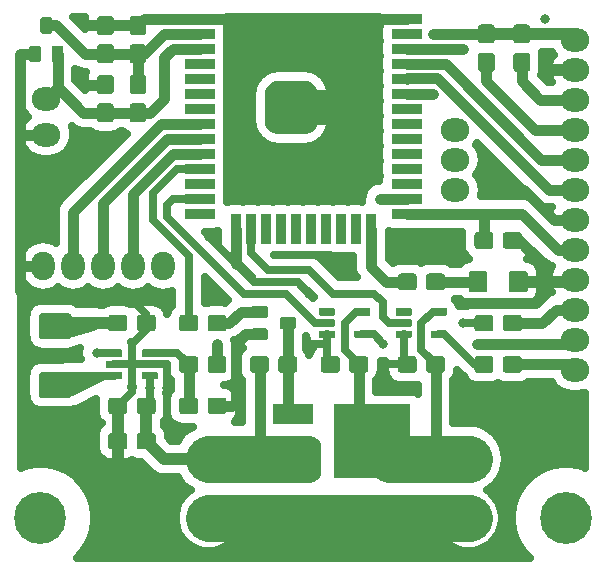
<source format=gtl>
G04 #@! TF.GenerationSoftware,KiCad,Pcbnew,5.0.2+dfsg1-1~bpo9+1*
G04 #@! TF.CreationDate,2019-05-09T23:56:10+03:00*
G04 #@! TF.ProjectId,dled-esp32-controller,646c6564-2d65-4737-9033-322d636f6e74,rev?*
G04 #@! TF.SameCoordinates,Original*
G04 #@! TF.FileFunction,Copper,L1,Top*
G04 #@! TF.FilePolarity,Positive*
%FSLAX46Y46*%
G04 Gerber Fmt 4.6, Leading zero omitted, Abs format (unit mm)*
G04 Created by KiCad (PCBNEW 5.0.2+dfsg1-1~bpo9+1) date Jo 09 mai 2019 23:56:10 +0300*
%MOMM*%
%LPD*%
G01*
G04 APERTURE LIST*
G04 #@! TA.AperFunction,ComponentPad*
%ADD10O,2.400000X2.000000*%
G04 #@! TD*
G04 #@! TA.AperFunction,ComponentPad*
%ADD11C,3.500000*%
G04 #@! TD*
G04 #@! TA.AperFunction,ComponentPad*
%ADD12O,2.000000X2.400000*%
G04 #@! TD*
G04 #@! TA.AperFunction,Conductor*
%ADD13C,0.100000*%
G04 #@! TD*
G04 #@! TA.AperFunction,SMDPad,CuDef*
%ADD14C,1.400000*%
G04 #@! TD*
G04 #@! TA.AperFunction,SMDPad,CuDef*
%ADD15R,2.500000X0.900000*%
G04 #@! TD*
G04 #@! TA.AperFunction,SMDPad,CuDef*
%ADD16R,0.900000X2.500000*%
G04 #@! TD*
G04 #@! TA.AperFunction,ComponentPad*
%ADD17C,4.500000*%
G04 #@! TD*
G04 #@! TA.AperFunction,SMDPad,CuDef*
%ADD18C,0.640000*%
G04 #@! TD*
G04 #@! TA.AperFunction,WasherPad*
%ADD19C,4.400000*%
G04 #@! TD*
G04 #@! TA.AperFunction,SMDPad,CuDef*
%ADD20R,3.400000X1.700000*%
G04 #@! TD*
G04 #@! TA.AperFunction,SMDPad,CuDef*
%ADD21R,6.500000X6.300000*%
G04 #@! TD*
G04 #@! TA.AperFunction,SMDPad,CuDef*
%ADD22C,1.000000*%
G04 #@! TD*
G04 #@! TA.AperFunction,SMDPad,CuDef*
%ADD23C,1.600000*%
G04 #@! TD*
G04 #@! TA.AperFunction,SMDPad,CuDef*
%ADD24C,2.200000*%
G04 #@! TD*
G04 #@! TA.AperFunction,ViaPad*
%ADD25C,0.800000*%
G04 #@! TD*
G04 #@! TA.AperFunction,ViaPad*
%ADD26C,1.200000*%
G04 #@! TD*
G04 #@! TA.AperFunction,ViaPad*
%ADD27C,2.300000*%
G04 #@! TD*
G04 #@! TA.AperFunction,Conductor*
%ADD28C,3.000000*%
G04 #@! TD*
G04 #@! TA.AperFunction,Conductor*
%ADD29C,4.000000*%
G04 #@! TD*
G04 #@! TA.AperFunction,Conductor*
%ADD30C,1.000000*%
G04 #@! TD*
G04 #@! TA.AperFunction,Conductor*
%ADD31C,0.640000*%
G04 #@! TD*
G04 #@! TA.AperFunction,Conductor*
%ADD32C,0.900000*%
G04 #@! TD*
G04 #@! TA.AperFunction,Conductor*
%ADD33C,0.700000*%
G04 #@! TD*
G04 #@! TA.AperFunction,Conductor*
%ADD34C,0.254000*%
G04 #@! TD*
G04 APERTURE END LIST*
D10*
G04 #@! TO.P,J5,3*
G04 #@! TO.N,/LEDo2*
X73000000Y-82940000D03*
G04 #@! TO.P,J5,2*
G04 #@! TO.N,GND*
X73000000Y-80400000D03*
G04 #@! TO.P,J5,1*
G04 #@! TO.N,/LEDo1*
X73000000Y-77860000D03*
G04 #@! TD*
G04 #@! TO.P,J2,3*
G04 #@! TO.N,GND*
X73000000Y-70240000D03*
G04 #@! TO.P,J2,2*
G04 #@! TO.N,/U0RXD*
X73000000Y-67700000D03*
G04 #@! TO.P,J2,1*
G04 #@! TO.N,/U0TXD*
X73000000Y-65160000D03*
G04 #@! TD*
D11*
G04 #@! TO.P,J8,2*
G04 #@! TO.N,+5VL*
X64000000Y-90500000D03*
G04 #@! TO.P,J8,1*
G04 #@! TO.N,GND*
X64000000Y-95500000D03*
G04 #@! TD*
G04 #@! TO.P,J9,2*
G04 #@! TO.N,GND*
X42000000Y-95500000D03*
G04 #@! TO.P,J9,1*
G04 #@! TO.N,+5V*
X42000000Y-90500000D03*
G04 #@! TD*
D12*
G04 #@! TO.P,J6,1*
G04 #@! TO.N,GND*
X28000000Y-74160000D03*
G04 #@! TO.P,J6,2*
G04 #@! TO.N,/32*
X30540000Y-74160000D03*
G04 #@! TO.P,J6,3*
G04 #@! TO.N,/33*
X33080000Y-74160000D03*
G04 #@! TO.P,J6,4*
G04 #@! TO.N,/25*
X35620000Y-74160000D03*
G04 #@! TO.P,J6,5*
G04 #@! TO.N,+3V3*
X38160000Y-74160000D03*
G04 #@! TD*
D13*
G04 #@! TO.N,GND*
G04 #@! TO.C,C4*
G36*
X68274594Y-71301203D02*
X68298853Y-71304802D01*
X68322642Y-71310761D01*
X68345733Y-71319023D01*
X68367902Y-71329508D01*
X68388937Y-71342116D01*
X68408635Y-71356725D01*
X68426806Y-71373194D01*
X68443275Y-71391365D01*
X68457884Y-71411063D01*
X68470492Y-71432098D01*
X68480977Y-71454267D01*
X68489239Y-71477358D01*
X68495198Y-71501147D01*
X68498797Y-71525406D01*
X68500000Y-71549900D01*
X68500000Y-72450100D01*
X68498797Y-72474594D01*
X68495198Y-72498853D01*
X68489239Y-72522642D01*
X68480977Y-72545733D01*
X68470492Y-72567902D01*
X68457884Y-72588937D01*
X68443275Y-72608635D01*
X68426806Y-72626806D01*
X68408635Y-72643275D01*
X68388937Y-72657884D01*
X68367902Y-72670492D01*
X68345733Y-72680977D01*
X68322642Y-72689239D01*
X68298853Y-72695198D01*
X68274594Y-72698797D01*
X68250100Y-72700000D01*
X67149900Y-72700000D01*
X67125406Y-72698797D01*
X67101147Y-72695198D01*
X67077358Y-72689239D01*
X67054267Y-72680977D01*
X67032098Y-72670492D01*
X67011063Y-72657884D01*
X66991365Y-72643275D01*
X66973194Y-72626806D01*
X66956725Y-72608635D01*
X66942116Y-72588937D01*
X66929508Y-72567902D01*
X66919023Y-72545733D01*
X66910761Y-72522642D01*
X66904802Y-72498853D01*
X66901203Y-72474594D01*
X66900000Y-72450100D01*
X66900000Y-71549900D01*
X66901203Y-71525406D01*
X66904802Y-71501147D01*
X66910761Y-71477358D01*
X66919023Y-71454267D01*
X66929508Y-71432098D01*
X66942116Y-71411063D01*
X66956725Y-71391365D01*
X66973194Y-71373194D01*
X66991365Y-71356725D01*
X67011063Y-71342116D01*
X67032098Y-71329508D01*
X67054267Y-71319023D01*
X67077358Y-71310761D01*
X67101147Y-71304802D01*
X67125406Y-71301203D01*
X67149900Y-71300000D01*
X68250100Y-71300000D01*
X68274594Y-71301203D01*
X68274594Y-71301203D01*
G37*
D14*
G04 #@! TD*
G04 #@! TO.P,C4,2*
G04 #@! TO.N,GND*
X67700000Y-72000000D03*
D13*
G04 #@! TO.N,/Boot*
G04 #@! TO.C,C4*
G36*
X65874594Y-71301203D02*
X65898853Y-71304802D01*
X65922642Y-71310761D01*
X65945733Y-71319023D01*
X65967902Y-71329508D01*
X65988937Y-71342116D01*
X66008635Y-71356725D01*
X66026806Y-71373194D01*
X66043275Y-71391365D01*
X66057884Y-71411063D01*
X66070492Y-71432098D01*
X66080977Y-71454267D01*
X66089239Y-71477358D01*
X66095198Y-71501147D01*
X66098797Y-71525406D01*
X66100000Y-71549900D01*
X66100000Y-72450100D01*
X66098797Y-72474594D01*
X66095198Y-72498853D01*
X66089239Y-72522642D01*
X66080977Y-72545733D01*
X66070492Y-72567902D01*
X66057884Y-72588937D01*
X66043275Y-72608635D01*
X66026806Y-72626806D01*
X66008635Y-72643275D01*
X65988937Y-72657884D01*
X65967902Y-72670492D01*
X65945733Y-72680977D01*
X65922642Y-72689239D01*
X65898853Y-72695198D01*
X65874594Y-72698797D01*
X65850100Y-72700000D01*
X64749900Y-72700000D01*
X64725406Y-72698797D01*
X64701147Y-72695198D01*
X64677358Y-72689239D01*
X64654267Y-72680977D01*
X64632098Y-72670492D01*
X64611063Y-72657884D01*
X64591365Y-72643275D01*
X64573194Y-72626806D01*
X64556725Y-72608635D01*
X64542116Y-72588937D01*
X64529508Y-72567902D01*
X64519023Y-72545733D01*
X64510761Y-72522642D01*
X64504802Y-72498853D01*
X64501203Y-72474594D01*
X64500000Y-72450100D01*
X64500000Y-71549900D01*
X64501203Y-71525406D01*
X64504802Y-71501147D01*
X64510761Y-71477358D01*
X64519023Y-71454267D01*
X64529508Y-71432098D01*
X64542116Y-71411063D01*
X64556725Y-71391365D01*
X64573194Y-71373194D01*
X64591365Y-71356725D01*
X64611063Y-71342116D01*
X64632098Y-71329508D01*
X64654267Y-71319023D01*
X64677358Y-71310761D01*
X64701147Y-71304802D01*
X64725406Y-71301203D01*
X64749900Y-71300000D01*
X65850100Y-71300000D01*
X65874594Y-71301203D01*
X65874594Y-71301203D01*
G37*
D14*
G04 #@! TD*
G04 #@! TO.P,C4,1*
G04 #@! TO.N,/Boot*
X65300000Y-72000000D03*
D13*
G04 #@! TO.N,Net-(R6-Pad2)*
G04 #@! TO.C,R7*
G36*
X40874594Y-85301203D02*
X40898853Y-85304802D01*
X40922642Y-85310761D01*
X40945733Y-85319023D01*
X40967902Y-85329508D01*
X40988937Y-85342116D01*
X41008635Y-85356725D01*
X41026806Y-85373194D01*
X41043275Y-85391365D01*
X41057884Y-85411063D01*
X41070492Y-85432098D01*
X41080977Y-85454267D01*
X41089239Y-85477358D01*
X41095198Y-85501147D01*
X41098797Y-85525406D01*
X41100000Y-85549900D01*
X41100000Y-86450100D01*
X41098797Y-86474594D01*
X41095198Y-86498853D01*
X41089239Y-86522642D01*
X41080977Y-86545733D01*
X41070492Y-86567902D01*
X41057884Y-86588937D01*
X41043275Y-86608635D01*
X41026806Y-86626806D01*
X41008635Y-86643275D01*
X40988937Y-86657884D01*
X40967902Y-86670492D01*
X40945733Y-86680977D01*
X40922642Y-86689239D01*
X40898853Y-86695198D01*
X40874594Y-86698797D01*
X40850100Y-86700000D01*
X39749900Y-86700000D01*
X39725406Y-86698797D01*
X39701147Y-86695198D01*
X39677358Y-86689239D01*
X39654267Y-86680977D01*
X39632098Y-86670492D01*
X39611063Y-86657884D01*
X39591365Y-86643275D01*
X39573194Y-86626806D01*
X39556725Y-86608635D01*
X39542116Y-86588937D01*
X39529508Y-86567902D01*
X39519023Y-86545733D01*
X39510761Y-86522642D01*
X39504802Y-86498853D01*
X39501203Y-86474594D01*
X39500000Y-86450100D01*
X39500000Y-85549900D01*
X39501203Y-85525406D01*
X39504802Y-85501147D01*
X39510761Y-85477358D01*
X39519023Y-85454267D01*
X39529508Y-85432098D01*
X39542116Y-85411063D01*
X39556725Y-85391365D01*
X39573194Y-85373194D01*
X39591365Y-85356725D01*
X39611063Y-85342116D01*
X39632098Y-85329508D01*
X39654267Y-85319023D01*
X39677358Y-85310761D01*
X39701147Y-85304802D01*
X39725406Y-85301203D01*
X39749900Y-85300000D01*
X40850100Y-85300000D01*
X40874594Y-85301203D01*
X40874594Y-85301203D01*
G37*
D14*
G04 #@! TD*
G04 #@! TO.P,R7,2*
G04 #@! TO.N,Net-(R6-Pad2)*
X40300000Y-86000000D03*
D13*
G04 #@! TO.N,GND*
G04 #@! TO.C,R7*
G36*
X43274594Y-85301203D02*
X43298853Y-85304802D01*
X43322642Y-85310761D01*
X43345733Y-85319023D01*
X43367902Y-85329508D01*
X43388937Y-85342116D01*
X43408635Y-85356725D01*
X43426806Y-85373194D01*
X43443275Y-85391365D01*
X43457884Y-85411063D01*
X43470492Y-85432098D01*
X43480977Y-85454267D01*
X43489239Y-85477358D01*
X43495198Y-85501147D01*
X43498797Y-85525406D01*
X43500000Y-85549900D01*
X43500000Y-86450100D01*
X43498797Y-86474594D01*
X43495198Y-86498853D01*
X43489239Y-86522642D01*
X43480977Y-86545733D01*
X43470492Y-86567902D01*
X43457884Y-86588937D01*
X43443275Y-86608635D01*
X43426806Y-86626806D01*
X43408635Y-86643275D01*
X43388937Y-86657884D01*
X43367902Y-86670492D01*
X43345733Y-86680977D01*
X43322642Y-86689239D01*
X43298853Y-86695198D01*
X43274594Y-86698797D01*
X43250100Y-86700000D01*
X42149900Y-86700000D01*
X42125406Y-86698797D01*
X42101147Y-86695198D01*
X42077358Y-86689239D01*
X42054267Y-86680977D01*
X42032098Y-86670492D01*
X42011063Y-86657884D01*
X41991365Y-86643275D01*
X41973194Y-86626806D01*
X41956725Y-86608635D01*
X41942116Y-86588937D01*
X41929508Y-86567902D01*
X41919023Y-86545733D01*
X41910761Y-86522642D01*
X41904802Y-86498853D01*
X41901203Y-86474594D01*
X41900000Y-86450100D01*
X41900000Y-85549900D01*
X41901203Y-85525406D01*
X41904802Y-85501147D01*
X41910761Y-85477358D01*
X41919023Y-85454267D01*
X41929508Y-85432098D01*
X41942116Y-85411063D01*
X41956725Y-85391365D01*
X41973194Y-85373194D01*
X41991365Y-85356725D01*
X42011063Y-85342116D01*
X42032098Y-85329508D01*
X42054267Y-85319023D01*
X42077358Y-85310761D01*
X42101147Y-85304802D01*
X42125406Y-85301203D01*
X42149900Y-85300000D01*
X43250100Y-85300000D01*
X43274594Y-85301203D01*
X43274594Y-85301203D01*
G37*
D14*
G04 #@! TD*
G04 #@! TO.P,R7,1*
G04 #@! TO.N,GND*
X42700000Y-86000000D03*
D13*
G04 #@! TO.N,Net-(R5-Pad2)*
G04 #@! TO.C,R5*
G36*
X65874594Y-78301203D02*
X65898853Y-78304802D01*
X65922642Y-78310761D01*
X65945733Y-78319023D01*
X65967902Y-78329508D01*
X65988937Y-78342116D01*
X66008635Y-78356725D01*
X66026806Y-78373194D01*
X66043275Y-78391365D01*
X66057884Y-78411063D01*
X66070492Y-78432098D01*
X66080977Y-78454267D01*
X66089239Y-78477358D01*
X66095198Y-78501147D01*
X66098797Y-78525406D01*
X66100000Y-78549900D01*
X66100000Y-79450100D01*
X66098797Y-79474594D01*
X66095198Y-79498853D01*
X66089239Y-79522642D01*
X66080977Y-79545733D01*
X66070492Y-79567902D01*
X66057884Y-79588937D01*
X66043275Y-79608635D01*
X66026806Y-79626806D01*
X66008635Y-79643275D01*
X65988937Y-79657884D01*
X65967902Y-79670492D01*
X65945733Y-79680977D01*
X65922642Y-79689239D01*
X65898853Y-79695198D01*
X65874594Y-79698797D01*
X65850100Y-79700000D01*
X64749900Y-79700000D01*
X64725406Y-79698797D01*
X64701147Y-79695198D01*
X64677358Y-79689239D01*
X64654267Y-79680977D01*
X64632098Y-79670492D01*
X64611063Y-79657884D01*
X64591365Y-79643275D01*
X64573194Y-79626806D01*
X64556725Y-79608635D01*
X64542116Y-79588937D01*
X64529508Y-79567902D01*
X64519023Y-79545733D01*
X64510761Y-79522642D01*
X64504802Y-79498853D01*
X64501203Y-79474594D01*
X64500000Y-79450100D01*
X64500000Y-78549900D01*
X64501203Y-78525406D01*
X64504802Y-78501147D01*
X64510761Y-78477358D01*
X64519023Y-78454267D01*
X64529508Y-78432098D01*
X64542116Y-78411063D01*
X64556725Y-78391365D01*
X64573194Y-78373194D01*
X64591365Y-78356725D01*
X64611063Y-78342116D01*
X64632098Y-78329508D01*
X64654267Y-78319023D01*
X64677358Y-78310761D01*
X64701147Y-78304802D01*
X64725406Y-78301203D01*
X64749900Y-78300000D01*
X65850100Y-78300000D01*
X65874594Y-78301203D01*
X65874594Y-78301203D01*
G37*
D14*
G04 #@! TD*
G04 #@! TO.P,R5,2*
G04 #@! TO.N,Net-(R5-Pad2)*
X65300000Y-79000000D03*
D13*
G04 #@! TO.N,/LEDo1*
G04 #@! TO.C,R5*
G36*
X68274594Y-78301203D02*
X68298853Y-78304802D01*
X68322642Y-78310761D01*
X68345733Y-78319023D01*
X68367902Y-78329508D01*
X68388937Y-78342116D01*
X68408635Y-78356725D01*
X68426806Y-78373194D01*
X68443275Y-78391365D01*
X68457884Y-78411063D01*
X68470492Y-78432098D01*
X68480977Y-78454267D01*
X68489239Y-78477358D01*
X68495198Y-78501147D01*
X68498797Y-78525406D01*
X68500000Y-78549900D01*
X68500000Y-79450100D01*
X68498797Y-79474594D01*
X68495198Y-79498853D01*
X68489239Y-79522642D01*
X68480977Y-79545733D01*
X68470492Y-79567902D01*
X68457884Y-79588937D01*
X68443275Y-79608635D01*
X68426806Y-79626806D01*
X68408635Y-79643275D01*
X68388937Y-79657884D01*
X68367902Y-79670492D01*
X68345733Y-79680977D01*
X68322642Y-79689239D01*
X68298853Y-79695198D01*
X68274594Y-79698797D01*
X68250100Y-79700000D01*
X67149900Y-79700000D01*
X67125406Y-79698797D01*
X67101147Y-79695198D01*
X67077358Y-79689239D01*
X67054267Y-79680977D01*
X67032098Y-79670492D01*
X67011063Y-79657884D01*
X66991365Y-79643275D01*
X66973194Y-79626806D01*
X66956725Y-79608635D01*
X66942116Y-79588937D01*
X66929508Y-79567902D01*
X66919023Y-79545733D01*
X66910761Y-79522642D01*
X66904802Y-79498853D01*
X66901203Y-79474594D01*
X66900000Y-79450100D01*
X66900000Y-78549900D01*
X66901203Y-78525406D01*
X66904802Y-78501147D01*
X66910761Y-78477358D01*
X66919023Y-78454267D01*
X66929508Y-78432098D01*
X66942116Y-78411063D01*
X66956725Y-78391365D01*
X66973194Y-78373194D01*
X66991365Y-78356725D01*
X67011063Y-78342116D01*
X67032098Y-78329508D01*
X67054267Y-78319023D01*
X67077358Y-78310761D01*
X67101147Y-78304802D01*
X67125406Y-78301203D01*
X67149900Y-78300000D01*
X68250100Y-78300000D01*
X68274594Y-78301203D01*
X68274594Y-78301203D01*
G37*
D14*
G04 #@! TD*
G04 #@! TO.P,R5,1*
G04 #@! TO.N,/LEDo1*
X67700000Y-79000000D03*
D13*
G04 #@! TO.N,GND*
G04 #@! TO.C,C5*
G36*
X52874594Y-81801203D02*
X52898853Y-81804802D01*
X52922642Y-81810761D01*
X52945733Y-81819023D01*
X52967902Y-81829508D01*
X52988937Y-81842116D01*
X53008635Y-81856725D01*
X53026806Y-81873194D01*
X53043275Y-81891365D01*
X53057884Y-81911063D01*
X53070492Y-81932098D01*
X53080977Y-81954267D01*
X53089239Y-81977358D01*
X53095198Y-82001147D01*
X53098797Y-82025406D01*
X53100000Y-82049900D01*
X53100000Y-82950100D01*
X53098797Y-82974594D01*
X53095198Y-82998853D01*
X53089239Y-83022642D01*
X53080977Y-83045733D01*
X53070492Y-83067902D01*
X53057884Y-83088937D01*
X53043275Y-83108635D01*
X53026806Y-83126806D01*
X53008635Y-83143275D01*
X52988937Y-83157884D01*
X52967902Y-83170492D01*
X52945733Y-83180977D01*
X52922642Y-83189239D01*
X52898853Y-83195198D01*
X52874594Y-83198797D01*
X52850100Y-83200000D01*
X51749900Y-83200000D01*
X51725406Y-83198797D01*
X51701147Y-83195198D01*
X51677358Y-83189239D01*
X51654267Y-83180977D01*
X51632098Y-83170492D01*
X51611063Y-83157884D01*
X51591365Y-83143275D01*
X51573194Y-83126806D01*
X51556725Y-83108635D01*
X51542116Y-83088937D01*
X51529508Y-83067902D01*
X51519023Y-83045733D01*
X51510761Y-83022642D01*
X51504802Y-82998853D01*
X51501203Y-82974594D01*
X51500000Y-82950100D01*
X51500000Y-82049900D01*
X51501203Y-82025406D01*
X51504802Y-82001147D01*
X51510761Y-81977358D01*
X51519023Y-81954267D01*
X51529508Y-81932098D01*
X51542116Y-81911063D01*
X51556725Y-81891365D01*
X51573194Y-81873194D01*
X51591365Y-81856725D01*
X51611063Y-81842116D01*
X51632098Y-81829508D01*
X51654267Y-81819023D01*
X51677358Y-81810761D01*
X51701147Y-81804802D01*
X51725406Y-81801203D01*
X51749900Y-81800000D01*
X52850100Y-81800000D01*
X52874594Y-81801203D01*
X52874594Y-81801203D01*
G37*
D14*
G04 #@! TD*
G04 #@! TO.P,C5,2*
G04 #@! TO.N,GND*
X52300000Y-82500000D03*
D13*
G04 #@! TO.N,+5VL*
G04 #@! TO.C,C5*
G36*
X55274594Y-81801203D02*
X55298853Y-81804802D01*
X55322642Y-81810761D01*
X55345733Y-81819023D01*
X55367902Y-81829508D01*
X55388937Y-81842116D01*
X55408635Y-81856725D01*
X55426806Y-81873194D01*
X55443275Y-81891365D01*
X55457884Y-81911063D01*
X55470492Y-81932098D01*
X55480977Y-81954267D01*
X55489239Y-81977358D01*
X55495198Y-82001147D01*
X55498797Y-82025406D01*
X55500000Y-82049900D01*
X55500000Y-82950100D01*
X55498797Y-82974594D01*
X55495198Y-82998853D01*
X55489239Y-83022642D01*
X55480977Y-83045733D01*
X55470492Y-83067902D01*
X55457884Y-83088937D01*
X55443275Y-83108635D01*
X55426806Y-83126806D01*
X55408635Y-83143275D01*
X55388937Y-83157884D01*
X55367902Y-83170492D01*
X55345733Y-83180977D01*
X55322642Y-83189239D01*
X55298853Y-83195198D01*
X55274594Y-83198797D01*
X55250100Y-83200000D01*
X54149900Y-83200000D01*
X54125406Y-83198797D01*
X54101147Y-83195198D01*
X54077358Y-83189239D01*
X54054267Y-83180977D01*
X54032098Y-83170492D01*
X54011063Y-83157884D01*
X53991365Y-83143275D01*
X53973194Y-83126806D01*
X53956725Y-83108635D01*
X53942116Y-83088937D01*
X53929508Y-83067902D01*
X53919023Y-83045733D01*
X53910761Y-83022642D01*
X53904802Y-82998853D01*
X53901203Y-82974594D01*
X53900000Y-82950100D01*
X53900000Y-82049900D01*
X53901203Y-82025406D01*
X53904802Y-82001147D01*
X53910761Y-81977358D01*
X53919023Y-81954267D01*
X53929508Y-81932098D01*
X53942116Y-81911063D01*
X53956725Y-81891365D01*
X53973194Y-81873194D01*
X53991365Y-81856725D01*
X54011063Y-81842116D01*
X54032098Y-81829508D01*
X54054267Y-81819023D01*
X54077358Y-81810761D01*
X54101147Y-81804802D01*
X54125406Y-81801203D01*
X54149900Y-81800000D01*
X55250100Y-81800000D01*
X55274594Y-81801203D01*
X55274594Y-81801203D01*
G37*
D14*
G04 #@! TD*
G04 #@! TO.P,C5,1*
G04 #@! TO.N,+5VL*
X54700000Y-82500000D03*
D15*
G04 #@! TO.P,U1,38*
G04 #@! TO.N,GND*
X58750000Y-53245000D03*
G04 #@! TO.P,U1,37*
G04 #@! TO.N,N/C*
X58750000Y-54515000D03*
G04 #@! TO.P,U1,36*
G04 #@! TO.N,/SCL*
X58750000Y-55785000D03*
G04 #@! TO.P,U1,35*
G04 #@! TO.N,/U0TXD*
X58750000Y-57055000D03*
G04 #@! TO.P,U1,34*
G04 #@! TO.N,/U0RXD*
X58750000Y-58325000D03*
G04 #@! TO.P,U1,33*
G04 #@! TO.N,/SDA*
X58750000Y-59595000D03*
G04 #@! TO.P,U1,32*
G04 #@! TO.N,N/C*
X58750000Y-60865000D03*
G04 #@! TO.P,U1,31*
X58750000Y-62135000D03*
G04 #@! TO.P,U1,30*
X58750000Y-63405000D03*
G04 #@! TO.P,U1,29*
X58750000Y-64675000D03*
G04 #@! TO.P,U1,28*
X58750000Y-65945000D03*
G04 #@! TO.P,U1,27*
X58750000Y-67215000D03*
G04 #@! TO.P,U1,26*
G04 #@! TO.N,/IO4*
X58750000Y-68485000D03*
G04 #@! TO.P,U1,25*
G04 #@! TO.N,/Boot*
X58750000Y-69755000D03*
D16*
G04 #@! TO.P,U1,24*
G04 #@! TO.N,Net-(R2-Pad2)*
X55720000Y-71005000D03*
G04 #@! TO.P,U1,23*
G04 #@! TO.N,N/C*
X54450000Y-71005000D03*
G04 #@! TO.P,U1,22*
X53180000Y-71005000D03*
G04 #@! TO.P,U1,21*
X51910000Y-71005000D03*
G04 #@! TO.P,U1,20*
X50640000Y-71005000D03*
G04 #@! TO.P,U1,19*
X49370000Y-71005000D03*
G04 #@! TO.P,U1,18*
X48100000Y-71005000D03*
G04 #@! TO.P,U1,17*
X46830000Y-71005000D03*
G04 #@! TO.P,U1,16*
G04 #@! TO.N,/LEDc2*
X45560000Y-71005000D03*
G04 #@! TO.P,U1,15*
G04 #@! TO.N,GND*
X44290000Y-71005000D03*
D15*
G04 #@! TO.P,U1,14*
G04 #@! TO.N,N/C*
X41250000Y-69755000D03*
G04 #@! TO.P,U1,13*
G04 #@! TO.N,/LEDc1*
X41250000Y-68485000D03*
G04 #@! TO.P,U1,12*
G04 #@! TO.N,N/C*
X41250000Y-67215000D03*
G04 #@! TO.P,U1,11*
G04 #@! TO.N,/extPwr*
X41250000Y-65945000D03*
G04 #@! TO.P,U1,10*
G04 #@! TO.N,/25*
X41250000Y-64675000D03*
G04 #@! TO.P,U1,9*
G04 #@! TO.N,/33*
X41250000Y-63405000D03*
G04 #@! TO.P,U1,8*
G04 #@! TO.N,/32*
X41250000Y-62135000D03*
G04 #@! TO.P,U1,7*
G04 #@! TO.N,N/C*
X41250000Y-60865000D03*
G04 #@! TO.P,U1,6*
X41250000Y-59595000D03*
G04 #@! TO.P,U1,5*
X41250000Y-58325000D03*
G04 #@! TO.P,U1,4*
X41250000Y-57055000D03*
G04 #@! TO.P,U1,3*
G04 #@! TO.N,/Reset*
X41250000Y-55785000D03*
G04 #@! TO.P,U1,2*
G04 #@! TO.N,+3V3*
X41250000Y-54515000D03*
G04 #@! TO.P,U1,1*
G04 #@! TO.N,GND*
X41250000Y-53245000D03*
D13*
G04 #@! TD*
G04 #@! TO.N,GND*
G04 #@! TO.C,U1*
G36*
X50235269Y-58500417D02*
X50344477Y-58516617D01*
X50451570Y-58543442D01*
X50555519Y-58580636D01*
X50655321Y-58627839D01*
X50750017Y-58684597D01*
X50838692Y-58750363D01*
X50920495Y-58824505D01*
X50994637Y-58906308D01*
X51060403Y-58994983D01*
X51117161Y-59089679D01*
X51164364Y-59189481D01*
X51201558Y-59293430D01*
X51228383Y-59400523D01*
X51244583Y-59509731D01*
X51250000Y-59620000D01*
X51250000Y-61870000D01*
X51244583Y-61980269D01*
X51228383Y-62089477D01*
X51201558Y-62196570D01*
X51164364Y-62300519D01*
X51117161Y-62400321D01*
X51060403Y-62495017D01*
X50994637Y-62583692D01*
X50920495Y-62665495D01*
X50838692Y-62739637D01*
X50750017Y-62805403D01*
X50655321Y-62862161D01*
X50555519Y-62909364D01*
X50451570Y-62946558D01*
X50344477Y-62973383D01*
X50235269Y-62989583D01*
X50125000Y-62995000D01*
X47875000Y-62995000D01*
X47764731Y-62989583D01*
X47655523Y-62973383D01*
X47548430Y-62946558D01*
X47444481Y-62909364D01*
X47344679Y-62862161D01*
X47249983Y-62805403D01*
X47161308Y-62739637D01*
X47079505Y-62665495D01*
X47005363Y-62583692D01*
X46939597Y-62495017D01*
X46882839Y-62400321D01*
X46835636Y-62300519D01*
X46798442Y-62196570D01*
X46771617Y-62089477D01*
X46755417Y-61980269D01*
X46750000Y-61870000D01*
X46750000Y-59620000D01*
X46755417Y-59509731D01*
X46771617Y-59400523D01*
X46798442Y-59293430D01*
X46835636Y-59189481D01*
X46882839Y-59089679D01*
X46939597Y-58994983D01*
X47005363Y-58906308D01*
X47079505Y-58824505D01*
X47161308Y-58750363D01*
X47249983Y-58684597D01*
X47344679Y-58627839D01*
X47444481Y-58580636D01*
X47548430Y-58543442D01*
X47655523Y-58516617D01*
X47764731Y-58500417D01*
X47875000Y-58495000D01*
X50125000Y-58495000D01*
X50235269Y-58500417D01*
X50235269Y-58500417D01*
G37*
D17*
G04 #@! TO.P,U1,39*
G04 #@! TO.N,GND*
X49000000Y-60745000D03*
G04 #@! TD*
D13*
G04 #@! TO.N,GND*
G04 #@! TO.C,C6*
G36*
X34874594Y-88301203D02*
X34898853Y-88304802D01*
X34922642Y-88310761D01*
X34945733Y-88319023D01*
X34967902Y-88329508D01*
X34988937Y-88342116D01*
X35008635Y-88356725D01*
X35026806Y-88373194D01*
X35043275Y-88391365D01*
X35057884Y-88411063D01*
X35070492Y-88432098D01*
X35080977Y-88454267D01*
X35089239Y-88477358D01*
X35095198Y-88501147D01*
X35098797Y-88525406D01*
X35100000Y-88549900D01*
X35100000Y-89450100D01*
X35098797Y-89474594D01*
X35095198Y-89498853D01*
X35089239Y-89522642D01*
X35080977Y-89545733D01*
X35070492Y-89567902D01*
X35057884Y-89588937D01*
X35043275Y-89608635D01*
X35026806Y-89626806D01*
X35008635Y-89643275D01*
X34988937Y-89657884D01*
X34967902Y-89670492D01*
X34945733Y-89680977D01*
X34922642Y-89689239D01*
X34898853Y-89695198D01*
X34874594Y-89698797D01*
X34850100Y-89700000D01*
X33749900Y-89700000D01*
X33725406Y-89698797D01*
X33701147Y-89695198D01*
X33677358Y-89689239D01*
X33654267Y-89680977D01*
X33632098Y-89670492D01*
X33611063Y-89657884D01*
X33591365Y-89643275D01*
X33573194Y-89626806D01*
X33556725Y-89608635D01*
X33542116Y-89588937D01*
X33529508Y-89567902D01*
X33519023Y-89545733D01*
X33510761Y-89522642D01*
X33504802Y-89498853D01*
X33501203Y-89474594D01*
X33500000Y-89450100D01*
X33500000Y-88549900D01*
X33501203Y-88525406D01*
X33504802Y-88501147D01*
X33510761Y-88477358D01*
X33519023Y-88454267D01*
X33529508Y-88432098D01*
X33542116Y-88411063D01*
X33556725Y-88391365D01*
X33573194Y-88373194D01*
X33591365Y-88356725D01*
X33611063Y-88342116D01*
X33632098Y-88329508D01*
X33654267Y-88319023D01*
X33677358Y-88310761D01*
X33701147Y-88304802D01*
X33725406Y-88301203D01*
X33749900Y-88300000D01*
X34850100Y-88300000D01*
X34874594Y-88301203D01*
X34874594Y-88301203D01*
G37*
D14*
G04 #@! TD*
G04 #@! TO.P,C6,2*
G04 #@! TO.N,GND*
X34300000Y-89000000D03*
D13*
G04 #@! TO.N,+5V*
G04 #@! TO.C,C6*
G36*
X37274594Y-88301203D02*
X37298853Y-88304802D01*
X37322642Y-88310761D01*
X37345733Y-88319023D01*
X37367902Y-88329508D01*
X37388937Y-88342116D01*
X37408635Y-88356725D01*
X37426806Y-88373194D01*
X37443275Y-88391365D01*
X37457884Y-88411063D01*
X37470492Y-88432098D01*
X37480977Y-88454267D01*
X37489239Y-88477358D01*
X37495198Y-88501147D01*
X37498797Y-88525406D01*
X37500000Y-88549900D01*
X37500000Y-89450100D01*
X37498797Y-89474594D01*
X37495198Y-89498853D01*
X37489239Y-89522642D01*
X37480977Y-89545733D01*
X37470492Y-89567902D01*
X37457884Y-89588937D01*
X37443275Y-89608635D01*
X37426806Y-89626806D01*
X37408635Y-89643275D01*
X37388937Y-89657884D01*
X37367902Y-89670492D01*
X37345733Y-89680977D01*
X37322642Y-89689239D01*
X37298853Y-89695198D01*
X37274594Y-89698797D01*
X37250100Y-89700000D01*
X36149900Y-89700000D01*
X36125406Y-89698797D01*
X36101147Y-89695198D01*
X36077358Y-89689239D01*
X36054267Y-89680977D01*
X36032098Y-89670492D01*
X36011063Y-89657884D01*
X35991365Y-89643275D01*
X35973194Y-89626806D01*
X35956725Y-89608635D01*
X35942116Y-89588937D01*
X35929508Y-89567902D01*
X35919023Y-89545733D01*
X35910761Y-89522642D01*
X35904802Y-89498853D01*
X35901203Y-89474594D01*
X35900000Y-89450100D01*
X35900000Y-88549900D01*
X35901203Y-88525406D01*
X35904802Y-88501147D01*
X35910761Y-88477358D01*
X35919023Y-88454267D01*
X35929508Y-88432098D01*
X35942116Y-88411063D01*
X35956725Y-88391365D01*
X35973194Y-88373194D01*
X35991365Y-88356725D01*
X36011063Y-88342116D01*
X36032098Y-88329508D01*
X36054267Y-88319023D01*
X36077358Y-88310761D01*
X36101147Y-88304802D01*
X36125406Y-88301203D01*
X36149900Y-88300000D01*
X37250100Y-88300000D01*
X37274594Y-88301203D01*
X37274594Y-88301203D01*
G37*
D14*
G04 #@! TD*
G04 #@! TO.P,C6,1*
G04 #@! TO.N,+5V*
X36700000Y-89000000D03*
D13*
G04 #@! TO.N,Net-(R6-Pad2)*
G04 #@! TO.C,U3*
G36*
X37564546Y-81230616D02*
X37576972Y-81232459D01*
X37589156Y-81235512D01*
X37600983Y-81239743D01*
X37612339Y-81245114D01*
X37623113Y-81251572D01*
X37633202Y-81259055D01*
X37642510Y-81267490D01*
X37650945Y-81276798D01*
X37658428Y-81286887D01*
X37664886Y-81297661D01*
X37670257Y-81309017D01*
X37674488Y-81320844D01*
X37677541Y-81333028D01*
X37679384Y-81345454D01*
X37680000Y-81358000D01*
X37680000Y-81742000D01*
X37679384Y-81754546D01*
X37677541Y-81766972D01*
X37674488Y-81779156D01*
X37670257Y-81790983D01*
X37664886Y-81802339D01*
X37658428Y-81813113D01*
X37650945Y-81823202D01*
X37642510Y-81832510D01*
X37633202Y-81840945D01*
X37623113Y-81848428D01*
X37612339Y-81854886D01*
X37600983Y-81860257D01*
X37589156Y-81864488D01*
X37576972Y-81867541D01*
X37564546Y-81869384D01*
X37552000Y-81870000D01*
X36448000Y-81870000D01*
X36435454Y-81869384D01*
X36423028Y-81867541D01*
X36410844Y-81864488D01*
X36399017Y-81860257D01*
X36387661Y-81854886D01*
X36376887Y-81848428D01*
X36366798Y-81840945D01*
X36357490Y-81832510D01*
X36349055Y-81823202D01*
X36341572Y-81813113D01*
X36335114Y-81802339D01*
X36329743Y-81790983D01*
X36325512Y-81779156D01*
X36322459Y-81766972D01*
X36320616Y-81754546D01*
X36320000Y-81742000D01*
X36320000Y-81358000D01*
X36320616Y-81345454D01*
X36322459Y-81333028D01*
X36325512Y-81320844D01*
X36329743Y-81309017D01*
X36335114Y-81297661D01*
X36341572Y-81286887D01*
X36349055Y-81276798D01*
X36357490Y-81267490D01*
X36366798Y-81259055D01*
X36376887Y-81251572D01*
X36387661Y-81245114D01*
X36399017Y-81239743D01*
X36410844Y-81235512D01*
X36423028Y-81232459D01*
X36435454Y-81230616D01*
X36448000Y-81230000D01*
X37552000Y-81230000D01*
X37564546Y-81230616D01*
X37564546Y-81230616D01*
G37*
D18*
G04 #@! TD*
G04 #@! TO.P,U3,5*
G04 #@! TO.N,Net-(R6-Pad2)*
X37000000Y-81550000D03*
D13*
G04 #@! TO.N,+5V*
G04 #@! TO.C,U3*
G36*
X37564546Y-83130616D02*
X37576972Y-83132459D01*
X37589156Y-83135512D01*
X37600983Y-83139743D01*
X37612339Y-83145114D01*
X37623113Y-83151572D01*
X37633202Y-83159055D01*
X37642510Y-83167490D01*
X37650945Y-83176798D01*
X37658428Y-83186887D01*
X37664886Y-83197661D01*
X37670257Y-83209017D01*
X37674488Y-83220844D01*
X37677541Y-83233028D01*
X37679384Y-83245454D01*
X37680000Y-83258000D01*
X37680000Y-83642000D01*
X37679384Y-83654546D01*
X37677541Y-83666972D01*
X37674488Y-83679156D01*
X37670257Y-83690983D01*
X37664886Y-83702339D01*
X37658428Y-83713113D01*
X37650945Y-83723202D01*
X37642510Y-83732510D01*
X37633202Y-83740945D01*
X37623113Y-83748428D01*
X37612339Y-83754886D01*
X37600983Y-83760257D01*
X37589156Y-83764488D01*
X37576972Y-83767541D01*
X37564546Y-83769384D01*
X37552000Y-83770000D01*
X36448000Y-83770000D01*
X36435454Y-83769384D01*
X36423028Y-83767541D01*
X36410844Y-83764488D01*
X36399017Y-83760257D01*
X36387661Y-83754886D01*
X36376887Y-83748428D01*
X36366798Y-83740945D01*
X36357490Y-83732510D01*
X36349055Y-83723202D01*
X36341572Y-83713113D01*
X36335114Y-83702339D01*
X36329743Y-83690983D01*
X36325512Y-83679156D01*
X36322459Y-83666972D01*
X36320616Y-83654546D01*
X36320000Y-83642000D01*
X36320000Y-83258000D01*
X36320616Y-83245454D01*
X36322459Y-83233028D01*
X36325512Y-83220844D01*
X36329743Y-83209017D01*
X36335114Y-83197661D01*
X36341572Y-83186887D01*
X36349055Y-83176798D01*
X36357490Y-83167490D01*
X36366798Y-83159055D01*
X36376887Y-83151572D01*
X36387661Y-83145114D01*
X36399017Y-83139743D01*
X36410844Y-83135512D01*
X36423028Y-83132459D01*
X36435454Y-83130616D01*
X36448000Y-83130000D01*
X37552000Y-83130000D01*
X37564546Y-83130616D01*
X37564546Y-83130616D01*
G37*
D18*
G04 #@! TD*
G04 #@! TO.P,U3,4*
G04 #@! TO.N,+5V*
X37000000Y-83450000D03*
D13*
G04 #@! TO.N,/SPSW*
G04 #@! TO.C,U3*
G36*
X34564546Y-83130616D02*
X34576972Y-83132459D01*
X34589156Y-83135512D01*
X34600983Y-83139743D01*
X34612339Y-83145114D01*
X34623113Y-83151572D01*
X34633202Y-83159055D01*
X34642510Y-83167490D01*
X34650945Y-83176798D01*
X34658428Y-83186887D01*
X34664886Y-83197661D01*
X34670257Y-83209017D01*
X34674488Y-83220844D01*
X34677541Y-83233028D01*
X34679384Y-83245454D01*
X34680000Y-83258000D01*
X34680000Y-83642000D01*
X34679384Y-83654546D01*
X34677541Y-83666972D01*
X34674488Y-83679156D01*
X34670257Y-83690983D01*
X34664886Y-83702339D01*
X34658428Y-83713113D01*
X34650945Y-83723202D01*
X34642510Y-83732510D01*
X34633202Y-83740945D01*
X34623113Y-83748428D01*
X34612339Y-83754886D01*
X34600983Y-83760257D01*
X34589156Y-83764488D01*
X34576972Y-83767541D01*
X34564546Y-83769384D01*
X34552000Y-83770000D01*
X33448000Y-83770000D01*
X33435454Y-83769384D01*
X33423028Y-83767541D01*
X33410844Y-83764488D01*
X33399017Y-83760257D01*
X33387661Y-83754886D01*
X33376887Y-83748428D01*
X33366798Y-83740945D01*
X33357490Y-83732510D01*
X33349055Y-83723202D01*
X33341572Y-83713113D01*
X33335114Y-83702339D01*
X33329743Y-83690983D01*
X33325512Y-83679156D01*
X33322459Y-83666972D01*
X33320616Y-83654546D01*
X33320000Y-83642000D01*
X33320000Y-83258000D01*
X33320616Y-83245454D01*
X33322459Y-83233028D01*
X33325512Y-83220844D01*
X33329743Y-83209017D01*
X33335114Y-83197661D01*
X33341572Y-83186887D01*
X33349055Y-83176798D01*
X33357490Y-83167490D01*
X33366798Y-83159055D01*
X33376887Y-83151572D01*
X33387661Y-83145114D01*
X33399017Y-83139743D01*
X33410844Y-83135512D01*
X33423028Y-83132459D01*
X33435454Y-83130616D01*
X33448000Y-83130000D01*
X34552000Y-83130000D01*
X34564546Y-83130616D01*
X34564546Y-83130616D01*
G37*
D18*
G04 #@! TD*
G04 #@! TO.P,U3,3*
G04 #@! TO.N,/SPSW*
X34000000Y-83450000D03*
D13*
G04 #@! TO.N,GND*
G04 #@! TO.C,U3*
G36*
X34564546Y-82180616D02*
X34576972Y-82182459D01*
X34589156Y-82185512D01*
X34600983Y-82189743D01*
X34612339Y-82195114D01*
X34623113Y-82201572D01*
X34633202Y-82209055D01*
X34642510Y-82217490D01*
X34650945Y-82226798D01*
X34658428Y-82236887D01*
X34664886Y-82247661D01*
X34670257Y-82259017D01*
X34674488Y-82270844D01*
X34677541Y-82283028D01*
X34679384Y-82295454D01*
X34680000Y-82308000D01*
X34680000Y-82692000D01*
X34679384Y-82704546D01*
X34677541Y-82716972D01*
X34674488Y-82729156D01*
X34670257Y-82740983D01*
X34664886Y-82752339D01*
X34658428Y-82763113D01*
X34650945Y-82773202D01*
X34642510Y-82782510D01*
X34633202Y-82790945D01*
X34623113Y-82798428D01*
X34612339Y-82804886D01*
X34600983Y-82810257D01*
X34589156Y-82814488D01*
X34576972Y-82817541D01*
X34564546Y-82819384D01*
X34552000Y-82820000D01*
X33448000Y-82820000D01*
X33435454Y-82819384D01*
X33423028Y-82817541D01*
X33410844Y-82814488D01*
X33399017Y-82810257D01*
X33387661Y-82804886D01*
X33376887Y-82798428D01*
X33366798Y-82790945D01*
X33357490Y-82782510D01*
X33349055Y-82773202D01*
X33341572Y-82763113D01*
X33335114Y-82752339D01*
X33329743Y-82740983D01*
X33325512Y-82729156D01*
X33322459Y-82716972D01*
X33320616Y-82704546D01*
X33320000Y-82692000D01*
X33320000Y-82308000D01*
X33320616Y-82295454D01*
X33322459Y-82283028D01*
X33325512Y-82270844D01*
X33329743Y-82259017D01*
X33335114Y-82247661D01*
X33341572Y-82236887D01*
X33349055Y-82226798D01*
X33357490Y-82217490D01*
X33366798Y-82209055D01*
X33376887Y-82201572D01*
X33387661Y-82195114D01*
X33399017Y-82189743D01*
X33410844Y-82185512D01*
X33423028Y-82182459D01*
X33435454Y-82180616D01*
X33448000Y-82180000D01*
X34552000Y-82180000D01*
X34564546Y-82180616D01*
X34564546Y-82180616D01*
G37*
D18*
G04 #@! TD*
G04 #@! TO.P,U3,2*
G04 #@! TO.N,GND*
X34000000Y-82500000D03*
D13*
G04 #@! TO.N,+5V*
G04 #@! TO.C,U3*
G36*
X34564546Y-81230616D02*
X34576972Y-81232459D01*
X34589156Y-81235512D01*
X34600983Y-81239743D01*
X34612339Y-81245114D01*
X34623113Y-81251572D01*
X34633202Y-81259055D01*
X34642510Y-81267490D01*
X34650945Y-81276798D01*
X34658428Y-81286887D01*
X34664886Y-81297661D01*
X34670257Y-81309017D01*
X34674488Y-81320844D01*
X34677541Y-81333028D01*
X34679384Y-81345454D01*
X34680000Y-81358000D01*
X34680000Y-81742000D01*
X34679384Y-81754546D01*
X34677541Y-81766972D01*
X34674488Y-81779156D01*
X34670257Y-81790983D01*
X34664886Y-81802339D01*
X34658428Y-81813113D01*
X34650945Y-81823202D01*
X34642510Y-81832510D01*
X34633202Y-81840945D01*
X34623113Y-81848428D01*
X34612339Y-81854886D01*
X34600983Y-81860257D01*
X34589156Y-81864488D01*
X34576972Y-81867541D01*
X34564546Y-81869384D01*
X34552000Y-81870000D01*
X33448000Y-81870000D01*
X33435454Y-81869384D01*
X33423028Y-81867541D01*
X33410844Y-81864488D01*
X33399017Y-81860257D01*
X33387661Y-81854886D01*
X33376887Y-81848428D01*
X33366798Y-81840945D01*
X33357490Y-81832510D01*
X33349055Y-81823202D01*
X33341572Y-81813113D01*
X33335114Y-81802339D01*
X33329743Y-81790983D01*
X33325512Y-81779156D01*
X33322459Y-81766972D01*
X33320616Y-81754546D01*
X33320000Y-81742000D01*
X33320000Y-81358000D01*
X33320616Y-81345454D01*
X33322459Y-81333028D01*
X33325512Y-81320844D01*
X33329743Y-81309017D01*
X33335114Y-81297661D01*
X33341572Y-81286887D01*
X33349055Y-81276798D01*
X33357490Y-81267490D01*
X33366798Y-81259055D01*
X33376887Y-81251572D01*
X33387661Y-81245114D01*
X33399017Y-81239743D01*
X33410844Y-81235512D01*
X33423028Y-81232459D01*
X33435454Y-81230616D01*
X33448000Y-81230000D01*
X34552000Y-81230000D01*
X34564546Y-81230616D01*
X34564546Y-81230616D01*
G37*
D18*
G04 #@! TD*
G04 #@! TO.P,U3,1*
G04 #@! TO.N,+5V*
X34000000Y-81550000D03*
D13*
G04 #@! TO.N,GND*
G04 #@! TO.C,C7*
G36*
X34874594Y-85301203D02*
X34898853Y-85304802D01*
X34922642Y-85310761D01*
X34945733Y-85319023D01*
X34967902Y-85329508D01*
X34988937Y-85342116D01*
X35008635Y-85356725D01*
X35026806Y-85373194D01*
X35043275Y-85391365D01*
X35057884Y-85411063D01*
X35070492Y-85432098D01*
X35080977Y-85454267D01*
X35089239Y-85477358D01*
X35095198Y-85501147D01*
X35098797Y-85525406D01*
X35100000Y-85549900D01*
X35100000Y-86450100D01*
X35098797Y-86474594D01*
X35095198Y-86498853D01*
X35089239Y-86522642D01*
X35080977Y-86545733D01*
X35070492Y-86567902D01*
X35057884Y-86588937D01*
X35043275Y-86608635D01*
X35026806Y-86626806D01*
X35008635Y-86643275D01*
X34988937Y-86657884D01*
X34967902Y-86670492D01*
X34945733Y-86680977D01*
X34922642Y-86689239D01*
X34898853Y-86695198D01*
X34874594Y-86698797D01*
X34850100Y-86700000D01*
X33749900Y-86700000D01*
X33725406Y-86698797D01*
X33701147Y-86695198D01*
X33677358Y-86689239D01*
X33654267Y-86680977D01*
X33632098Y-86670492D01*
X33611063Y-86657884D01*
X33591365Y-86643275D01*
X33573194Y-86626806D01*
X33556725Y-86608635D01*
X33542116Y-86588937D01*
X33529508Y-86567902D01*
X33519023Y-86545733D01*
X33510761Y-86522642D01*
X33504802Y-86498853D01*
X33501203Y-86474594D01*
X33500000Y-86450100D01*
X33500000Y-85549900D01*
X33501203Y-85525406D01*
X33504802Y-85501147D01*
X33510761Y-85477358D01*
X33519023Y-85454267D01*
X33529508Y-85432098D01*
X33542116Y-85411063D01*
X33556725Y-85391365D01*
X33573194Y-85373194D01*
X33591365Y-85356725D01*
X33611063Y-85342116D01*
X33632098Y-85329508D01*
X33654267Y-85319023D01*
X33677358Y-85310761D01*
X33701147Y-85304802D01*
X33725406Y-85301203D01*
X33749900Y-85300000D01*
X34850100Y-85300000D01*
X34874594Y-85301203D01*
X34874594Y-85301203D01*
G37*
D14*
G04 #@! TD*
G04 #@! TO.P,C7,2*
G04 #@! TO.N,GND*
X34300000Y-86000000D03*
D13*
G04 #@! TO.N,+5V*
G04 #@! TO.C,C7*
G36*
X37274594Y-85301203D02*
X37298853Y-85304802D01*
X37322642Y-85310761D01*
X37345733Y-85319023D01*
X37367902Y-85329508D01*
X37388937Y-85342116D01*
X37408635Y-85356725D01*
X37426806Y-85373194D01*
X37443275Y-85391365D01*
X37457884Y-85411063D01*
X37470492Y-85432098D01*
X37480977Y-85454267D01*
X37489239Y-85477358D01*
X37495198Y-85501147D01*
X37498797Y-85525406D01*
X37500000Y-85549900D01*
X37500000Y-86450100D01*
X37498797Y-86474594D01*
X37495198Y-86498853D01*
X37489239Y-86522642D01*
X37480977Y-86545733D01*
X37470492Y-86567902D01*
X37457884Y-86588937D01*
X37443275Y-86608635D01*
X37426806Y-86626806D01*
X37408635Y-86643275D01*
X37388937Y-86657884D01*
X37367902Y-86670492D01*
X37345733Y-86680977D01*
X37322642Y-86689239D01*
X37298853Y-86695198D01*
X37274594Y-86698797D01*
X37250100Y-86700000D01*
X36149900Y-86700000D01*
X36125406Y-86698797D01*
X36101147Y-86695198D01*
X36077358Y-86689239D01*
X36054267Y-86680977D01*
X36032098Y-86670492D01*
X36011063Y-86657884D01*
X35991365Y-86643275D01*
X35973194Y-86626806D01*
X35956725Y-86608635D01*
X35942116Y-86588937D01*
X35929508Y-86567902D01*
X35919023Y-86545733D01*
X35910761Y-86522642D01*
X35904802Y-86498853D01*
X35901203Y-86474594D01*
X35900000Y-86450100D01*
X35900000Y-85549900D01*
X35901203Y-85525406D01*
X35904802Y-85501147D01*
X35910761Y-85477358D01*
X35919023Y-85454267D01*
X35929508Y-85432098D01*
X35942116Y-85411063D01*
X35956725Y-85391365D01*
X35973194Y-85373194D01*
X35991365Y-85356725D01*
X36011063Y-85342116D01*
X36032098Y-85329508D01*
X36054267Y-85319023D01*
X36077358Y-85310761D01*
X36101147Y-85304802D01*
X36125406Y-85301203D01*
X36149900Y-85300000D01*
X37250100Y-85300000D01*
X37274594Y-85301203D01*
X37274594Y-85301203D01*
G37*
D14*
G04 #@! TD*
G04 #@! TO.P,C7,1*
G04 #@! TO.N,+5V*
X36700000Y-86000000D03*
D13*
G04 #@! TO.N,GND*
G04 #@! TO.C,C1*
G36*
X33724594Y-58001203D02*
X33748853Y-58004802D01*
X33772642Y-58010761D01*
X33795733Y-58019023D01*
X33817902Y-58029508D01*
X33838937Y-58042116D01*
X33858635Y-58056725D01*
X33876806Y-58073194D01*
X33893275Y-58091365D01*
X33907884Y-58111063D01*
X33920492Y-58132098D01*
X33930977Y-58154267D01*
X33939239Y-58177358D01*
X33945198Y-58201147D01*
X33948797Y-58225406D01*
X33950000Y-58249900D01*
X33950000Y-59350100D01*
X33948797Y-59374594D01*
X33945198Y-59398853D01*
X33939239Y-59422642D01*
X33930977Y-59445733D01*
X33920492Y-59467902D01*
X33907884Y-59488937D01*
X33893275Y-59508635D01*
X33876806Y-59526806D01*
X33858635Y-59543275D01*
X33838937Y-59557884D01*
X33817902Y-59570492D01*
X33795733Y-59580977D01*
X33772642Y-59589239D01*
X33748853Y-59595198D01*
X33724594Y-59598797D01*
X33700100Y-59600000D01*
X32799900Y-59600000D01*
X32775406Y-59598797D01*
X32751147Y-59595198D01*
X32727358Y-59589239D01*
X32704267Y-59580977D01*
X32682098Y-59570492D01*
X32661063Y-59557884D01*
X32641365Y-59543275D01*
X32623194Y-59526806D01*
X32606725Y-59508635D01*
X32592116Y-59488937D01*
X32579508Y-59467902D01*
X32569023Y-59445733D01*
X32560761Y-59422642D01*
X32554802Y-59398853D01*
X32551203Y-59374594D01*
X32550000Y-59350100D01*
X32550000Y-58249900D01*
X32551203Y-58225406D01*
X32554802Y-58201147D01*
X32560761Y-58177358D01*
X32569023Y-58154267D01*
X32579508Y-58132098D01*
X32592116Y-58111063D01*
X32606725Y-58091365D01*
X32623194Y-58073194D01*
X32641365Y-58056725D01*
X32661063Y-58042116D01*
X32682098Y-58029508D01*
X32704267Y-58019023D01*
X32727358Y-58010761D01*
X32751147Y-58004802D01*
X32775406Y-58001203D01*
X32799900Y-58000000D01*
X33700100Y-58000000D01*
X33724594Y-58001203D01*
X33724594Y-58001203D01*
G37*
D14*
G04 #@! TD*
G04 #@! TO.P,C1,2*
G04 #@! TO.N,GND*
X33250000Y-58800000D03*
D13*
G04 #@! TO.N,/Reset*
G04 #@! TO.C,C1*
G36*
X33724594Y-60401203D02*
X33748853Y-60404802D01*
X33772642Y-60410761D01*
X33795733Y-60419023D01*
X33817902Y-60429508D01*
X33838937Y-60442116D01*
X33858635Y-60456725D01*
X33876806Y-60473194D01*
X33893275Y-60491365D01*
X33907884Y-60511063D01*
X33920492Y-60532098D01*
X33930977Y-60554267D01*
X33939239Y-60577358D01*
X33945198Y-60601147D01*
X33948797Y-60625406D01*
X33950000Y-60649900D01*
X33950000Y-61750100D01*
X33948797Y-61774594D01*
X33945198Y-61798853D01*
X33939239Y-61822642D01*
X33930977Y-61845733D01*
X33920492Y-61867902D01*
X33907884Y-61888937D01*
X33893275Y-61908635D01*
X33876806Y-61926806D01*
X33858635Y-61943275D01*
X33838937Y-61957884D01*
X33817902Y-61970492D01*
X33795733Y-61980977D01*
X33772642Y-61989239D01*
X33748853Y-61995198D01*
X33724594Y-61998797D01*
X33700100Y-62000000D01*
X32799900Y-62000000D01*
X32775406Y-61998797D01*
X32751147Y-61995198D01*
X32727358Y-61989239D01*
X32704267Y-61980977D01*
X32682098Y-61970492D01*
X32661063Y-61957884D01*
X32641365Y-61943275D01*
X32623194Y-61926806D01*
X32606725Y-61908635D01*
X32592116Y-61888937D01*
X32579508Y-61867902D01*
X32569023Y-61845733D01*
X32560761Y-61822642D01*
X32554802Y-61798853D01*
X32551203Y-61774594D01*
X32550000Y-61750100D01*
X32550000Y-60649900D01*
X32551203Y-60625406D01*
X32554802Y-60601147D01*
X32560761Y-60577358D01*
X32569023Y-60554267D01*
X32579508Y-60532098D01*
X32592116Y-60511063D01*
X32606725Y-60491365D01*
X32623194Y-60473194D01*
X32641365Y-60456725D01*
X32661063Y-60442116D01*
X32682098Y-60429508D01*
X32704267Y-60419023D01*
X32727358Y-60410761D01*
X32751147Y-60404802D01*
X32775406Y-60401203D01*
X32799900Y-60400000D01*
X33700100Y-60400000D01*
X33724594Y-60401203D01*
X33724594Y-60401203D01*
G37*
D14*
G04 #@! TD*
G04 #@! TO.P,C1,1*
G04 #@! TO.N,/Reset*
X33250000Y-61200000D03*
D13*
G04 #@! TO.N,GND*
G04 #@! TO.C,C2*
G36*
X36474594Y-53001203D02*
X36498853Y-53004802D01*
X36522642Y-53010761D01*
X36545733Y-53019023D01*
X36567902Y-53029508D01*
X36588937Y-53042116D01*
X36608635Y-53056725D01*
X36626806Y-53073194D01*
X36643275Y-53091365D01*
X36657884Y-53111063D01*
X36670492Y-53132098D01*
X36680977Y-53154267D01*
X36689239Y-53177358D01*
X36695198Y-53201147D01*
X36698797Y-53225406D01*
X36700000Y-53249900D01*
X36700000Y-54350100D01*
X36698797Y-54374594D01*
X36695198Y-54398853D01*
X36689239Y-54422642D01*
X36680977Y-54445733D01*
X36670492Y-54467902D01*
X36657884Y-54488937D01*
X36643275Y-54508635D01*
X36626806Y-54526806D01*
X36608635Y-54543275D01*
X36588937Y-54557884D01*
X36567902Y-54570492D01*
X36545733Y-54580977D01*
X36522642Y-54589239D01*
X36498853Y-54595198D01*
X36474594Y-54598797D01*
X36450100Y-54600000D01*
X35549900Y-54600000D01*
X35525406Y-54598797D01*
X35501147Y-54595198D01*
X35477358Y-54589239D01*
X35454267Y-54580977D01*
X35432098Y-54570492D01*
X35411063Y-54557884D01*
X35391365Y-54543275D01*
X35373194Y-54526806D01*
X35356725Y-54508635D01*
X35342116Y-54488937D01*
X35329508Y-54467902D01*
X35319023Y-54445733D01*
X35310761Y-54422642D01*
X35304802Y-54398853D01*
X35301203Y-54374594D01*
X35300000Y-54350100D01*
X35300000Y-53249900D01*
X35301203Y-53225406D01*
X35304802Y-53201147D01*
X35310761Y-53177358D01*
X35319023Y-53154267D01*
X35329508Y-53132098D01*
X35342116Y-53111063D01*
X35356725Y-53091365D01*
X35373194Y-53073194D01*
X35391365Y-53056725D01*
X35411063Y-53042116D01*
X35432098Y-53029508D01*
X35454267Y-53019023D01*
X35477358Y-53010761D01*
X35501147Y-53004802D01*
X35525406Y-53001203D01*
X35549900Y-53000000D01*
X36450100Y-53000000D01*
X36474594Y-53001203D01*
X36474594Y-53001203D01*
G37*
D14*
G04 #@! TD*
G04 #@! TO.P,C2,2*
G04 #@! TO.N,GND*
X36000000Y-53800000D03*
D13*
G04 #@! TO.N,+3V3*
G04 #@! TO.C,C2*
G36*
X36474594Y-55401203D02*
X36498853Y-55404802D01*
X36522642Y-55410761D01*
X36545733Y-55419023D01*
X36567902Y-55429508D01*
X36588937Y-55442116D01*
X36608635Y-55456725D01*
X36626806Y-55473194D01*
X36643275Y-55491365D01*
X36657884Y-55511063D01*
X36670492Y-55532098D01*
X36680977Y-55554267D01*
X36689239Y-55577358D01*
X36695198Y-55601147D01*
X36698797Y-55625406D01*
X36700000Y-55649900D01*
X36700000Y-56750100D01*
X36698797Y-56774594D01*
X36695198Y-56798853D01*
X36689239Y-56822642D01*
X36680977Y-56845733D01*
X36670492Y-56867902D01*
X36657884Y-56888937D01*
X36643275Y-56908635D01*
X36626806Y-56926806D01*
X36608635Y-56943275D01*
X36588937Y-56957884D01*
X36567902Y-56970492D01*
X36545733Y-56980977D01*
X36522642Y-56989239D01*
X36498853Y-56995198D01*
X36474594Y-56998797D01*
X36450100Y-57000000D01*
X35549900Y-57000000D01*
X35525406Y-56998797D01*
X35501147Y-56995198D01*
X35477358Y-56989239D01*
X35454267Y-56980977D01*
X35432098Y-56970492D01*
X35411063Y-56957884D01*
X35391365Y-56943275D01*
X35373194Y-56926806D01*
X35356725Y-56908635D01*
X35342116Y-56888937D01*
X35329508Y-56867902D01*
X35319023Y-56845733D01*
X35310761Y-56822642D01*
X35304802Y-56798853D01*
X35301203Y-56774594D01*
X35300000Y-56750100D01*
X35300000Y-55649900D01*
X35301203Y-55625406D01*
X35304802Y-55601147D01*
X35310761Y-55577358D01*
X35319023Y-55554267D01*
X35329508Y-55532098D01*
X35342116Y-55511063D01*
X35356725Y-55491365D01*
X35373194Y-55473194D01*
X35391365Y-55456725D01*
X35411063Y-55442116D01*
X35432098Y-55429508D01*
X35454267Y-55419023D01*
X35477358Y-55410761D01*
X35501147Y-55404802D01*
X35525406Y-55401203D01*
X35549900Y-55400000D01*
X36450100Y-55400000D01*
X36474594Y-55401203D01*
X36474594Y-55401203D01*
G37*
D14*
G04 #@! TD*
G04 #@! TO.P,C2,1*
G04 #@! TO.N,+3V3*
X36000000Y-56200000D03*
D13*
G04 #@! TO.N,GND*
G04 #@! TO.C,C3*
G36*
X33724594Y-53001203D02*
X33748853Y-53004802D01*
X33772642Y-53010761D01*
X33795733Y-53019023D01*
X33817902Y-53029508D01*
X33838937Y-53042116D01*
X33858635Y-53056725D01*
X33876806Y-53073194D01*
X33893275Y-53091365D01*
X33907884Y-53111063D01*
X33920492Y-53132098D01*
X33930977Y-53154267D01*
X33939239Y-53177358D01*
X33945198Y-53201147D01*
X33948797Y-53225406D01*
X33950000Y-53249900D01*
X33950000Y-54350100D01*
X33948797Y-54374594D01*
X33945198Y-54398853D01*
X33939239Y-54422642D01*
X33930977Y-54445733D01*
X33920492Y-54467902D01*
X33907884Y-54488937D01*
X33893275Y-54508635D01*
X33876806Y-54526806D01*
X33858635Y-54543275D01*
X33838937Y-54557884D01*
X33817902Y-54570492D01*
X33795733Y-54580977D01*
X33772642Y-54589239D01*
X33748853Y-54595198D01*
X33724594Y-54598797D01*
X33700100Y-54600000D01*
X32799900Y-54600000D01*
X32775406Y-54598797D01*
X32751147Y-54595198D01*
X32727358Y-54589239D01*
X32704267Y-54580977D01*
X32682098Y-54570492D01*
X32661063Y-54557884D01*
X32641365Y-54543275D01*
X32623194Y-54526806D01*
X32606725Y-54508635D01*
X32592116Y-54488937D01*
X32579508Y-54467902D01*
X32569023Y-54445733D01*
X32560761Y-54422642D01*
X32554802Y-54398853D01*
X32551203Y-54374594D01*
X32550000Y-54350100D01*
X32550000Y-53249900D01*
X32551203Y-53225406D01*
X32554802Y-53201147D01*
X32560761Y-53177358D01*
X32569023Y-53154267D01*
X32579508Y-53132098D01*
X32592116Y-53111063D01*
X32606725Y-53091365D01*
X32623194Y-53073194D01*
X32641365Y-53056725D01*
X32661063Y-53042116D01*
X32682098Y-53029508D01*
X32704267Y-53019023D01*
X32727358Y-53010761D01*
X32751147Y-53004802D01*
X32775406Y-53001203D01*
X32799900Y-53000000D01*
X33700100Y-53000000D01*
X33724594Y-53001203D01*
X33724594Y-53001203D01*
G37*
D14*
G04 #@! TD*
G04 #@! TO.P,C3,2*
G04 #@! TO.N,GND*
X33250000Y-53800000D03*
D13*
G04 #@! TO.N,+3V3*
G04 #@! TO.C,C3*
G36*
X33724594Y-55401203D02*
X33748853Y-55404802D01*
X33772642Y-55410761D01*
X33795733Y-55419023D01*
X33817902Y-55429508D01*
X33838937Y-55442116D01*
X33858635Y-55456725D01*
X33876806Y-55473194D01*
X33893275Y-55491365D01*
X33907884Y-55511063D01*
X33920492Y-55532098D01*
X33930977Y-55554267D01*
X33939239Y-55577358D01*
X33945198Y-55601147D01*
X33948797Y-55625406D01*
X33950000Y-55649900D01*
X33950000Y-56750100D01*
X33948797Y-56774594D01*
X33945198Y-56798853D01*
X33939239Y-56822642D01*
X33930977Y-56845733D01*
X33920492Y-56867902D01*
X33907884Y-56888937D01*
X33893275Y-56908635D01*
X33876806Y-56926806D01*
X33858635Y-56943275D01*
X33838937Y-56957884D01*
X33817902Y-56970492D01*
X33795733Y-56980977D01*
X33772642Y-56989239D01*
X33748853Y-56995198D01*
X33724594Y-56998797D01*
X33700100Y-57000000D01*
X32799900Y-57000000D01*
X32775406Y-56998797D01*
X32751147Y-56995198D01*
X32727358Y-56989239D01*
X32704267Y-56980977D01*
X32682098Y-56970492D01*
X32661063Y-56957884D01*
X32641365Y-56943275D01*
X32623194Y-56926806D01*
X32606725Y-56908635D01*
X32592116Y-56888937D01*
X32579508Y-56867902D01*
X32569023Y-56845733D01*
X32560761Y-56822642D01*
X32554802Y-56798853D01*
X32551203Y-56774594D01*
X32550000Y-56750100D01*
X32550000Y-55649900D01*
X32551203Y-55625406D01*
X32554802Y-55601147D01*
X32560761Y-55577358D01*
X32569023Y-55554267D01*
X32579508Y-55532098D01*
X32592116Y-55511063D01*
X32606725Y-55491365D01*
X32623194Y-55473194D01*
X32641365Y-55456725D01*
X32661063Y-55442116D01*
X32682098Y-55429508D01*
X32704267Y-55419023D01*
X32727358Y-55410761D01*
X32751147Y-55404802D01*
X32775406Y-55401203D01*
X32799900Y-55400000D01*
X33700100Y-55400000D01*
X33724594Y-55401203D01*
X33724594Y-55401203D01*
G37*
D14*
G04 #@! TD*
G04 #@! TO.P,C3,1*
G04 #@! TO.N,+3V3*
X33250000Y-56200000D03*
D13*
G04 #@! TO.N,GND*
G04 #@! TO.C,C8*
G36*
X37274594Y-78301203D02*
X37298853Y-78304802D01*
X37322642Y-78310761D01*
X37345733Y-78319023D01*
X37367902Y-78329508D01*
X37388937Y-78342116D01*
X37408635Y-78356725D01*
X37426806Y-78373194D01*
X37443275Y-78391365D01*
X37457884Y-78411063D01*
X37470492Y-78432098D01*
X37480977Y-78454267D01*
X37489239Y-78477358D01*
X37495198Y-78501147D01*
X37498797Y-78525406D01*
X37500000Y-78549900D01*
X37500000Y-79450100D01*
X37498797Y-79474594D01*
X37495198Y-79498853D01*
X37489239Y-79522642D01*
X37480977Y-79545733D01*
X37470492Y-79567902D01*
X37457884Y-79588937D01*
X37443275Y-79608635D01*
X37426806Y-79626806D01*
X37408635Y-79643275D01*
X37388937Y-79657884D01*
X37367902Y-79670492D01*
X37345733Y-79680977D01*
X37322642Y-79689239D01*
X37298853Y-79695198D01*
X37274594Y-79698797D01*
X37250100Y-79700000D01*
X36149900Y-79700000D01*
X36125406Y-79698797D01*
X36101147Y-79695198D01*
X36077358Y-79689239D01*
X36054267Y-79680977D01*
X36032098Y-79670492D01*
X36011063Y-79657884D01*
X35991365Y-79643275D01*
X35973194Y-79626806D01*
X35956725Y-79608635D01*
X35942116Y-79588937D01*
X35929508Y-79567902D01*
X35919023Y-79545733D01*
X35910761Y-79522642D01*
X35904802Y-79498853D01*
X35901203Y-79474594D01*
X35900000Y-79450100D01*
X35900000Y-78549900D01*
X35901203Y-78525406D01*
X35904802Y-78501147D01*
X35910761Y-78477358D01*
X35919023Y-78454267D01*
X35929508Y-78432098D01*
X35942116Y-78411063D01*
X35956725Y-78391365D01*
X35973194Y-78373194D01*
X35991365Y-78356725D01*
X36011063Y-78342116D01*
X36032098Y-78329508D01*
X36054267Y-78319023D01*
X36077358Y-78310761D01*
X36101147Y-78304802D01*
X36125406Y-78301203D01*
X36149900Y-78300000D01*
X37250100Y-78300000D01*
X37274594Y-78301203D01*
X37274594Y-78301203D01*
G37*
D14*
G04 #@! TD*
G04 #@! TO.P,C8,2*
G04 #@! TO.N,GND*
X36700000Y-79000000D03*
D13*
G04 #@! TO.N,+3V3*
G04 #@! TO.C,C8*
G36*
X34874594Y-78301203D02*
X34898853Y-78304802D01*
X34922642Y-78310761D01*
X34945733Y-78319023D01*
X34967902Y-78329508D01*
X34988937Y-78342116D01*
X35008635Y-78356725D01*
X35026806Y-78373194D01*
X35043275Y-78391365D01*
X35057884Y-78411063D01*
X35070492Y-78432098D01*
X35080977Y-78454267D01*
X35089239Y-78477358D01*
X35095198Y-78501147D01*
X35098797Y-78525406D01*
X35100000Y-78549900D01*
X35100000Y-79450100D01*
X35098797Y-79474594D01*
X35095198Y-79498853D01*
X35089239Y-79522642D01*
X35080977Y-79545733D01*
X35070492Y-79567902D01*
X35057884Y-79588937D01*
X35043275Y-79608635D01*
X35026806Y-79626806D01*
X35008635Y-79643275D01*
X34988937Y-79657884D01*
X34967902Y-79670492D01*
X34945733Y-79680977D01*
X34922642Y-79689239D01*
X34898853Y-79695198D01*
X34874594Y-79698797D01*
X34850100Y-79700000D01*
X33749900Y-79700000D01*
X33725406Y-79698797D01*
X33701147Y-79695198D01*
X33677358Y-79689239D01*
X33654267Y-79680977D01*
X33632098Y-79670492D01*
X33611063Y-79657884D01*
X33591365Y-79643275D01*
X33573194Y-79626806D01*
X33556725Y-79608635D01*
X33542116Y-79588937D01*
X33529508Y-79567902D01*
X33519023Y-79545733D01*
X33510761Y-79522642D01*
X33504802Y-79498853D01*
X33501203Y-79474594D01*
X33500000Y-79450100D01*
X33500000Y-78549900D01*
X33501203Y-78525406D01*
X33504802Y-78501147D01*
X33510761Y-78477358D01*
X33519023Y-78454267D01*
X33529508Y-78432098D01*
X33542116Y-78411063D01*
X33556725Y-78391365D01*
X33573194Y-78373194D01*
X33591365Y-78356725D01*
X33611063Y-78342116D01*
X33632098Y-78329508D01*
X33654267Y-78319023D01*
X33677358Y-78310761D01*
X33701147Y-78304802D01*
X33725406Y-78301203D01*
X33749900Y-78300000D01*
X34850100Y-78300000D01*
X34874594Y-78301203D01*
X34874594Y-78301203D01*
G37*
D14*
G04 #@! TD*
G04 #@! TO.P,C8,1*
G04 #@! TO.N,+3V3*
X34300000Y-79000000D03*
D19*
G04 #@! TO.P,H1,*
G04 #@! TO.N,*
X27750000Y-95500000D03*
G04 #@! TD*
G04 #@! TO.P,H2,*
G04 #@! TO.N,*
X72250000Y-95500000D03*
G04 #@! TD*
D20*
G04 #@! TO.P,Q1,3*
G04 #@! TO.N,+5V*
X49100000Y-91300000D03*
D21*
G04 #@! TO.P,Q1,2*
G04 #@! TO.N,+5VL*
X55850000Y-89000000D03*
D20*
G04 #@! TO.P,Q1,1*
G04 #@! TO.N,Net-(Q1-Pad1)*
X49100000Y-86700000D03*
G04 #@! TD*
D13*
G04 #@! TO.N,Net-(Q1-Pad1)*
G04 #@! TO.C,Q2*
G36*
X49219603Y-78500963D02*
X49239018Y-78503843D01*
X49258057Y-78508612D01*
X49276537Y-78515224D01*
X49294279Y-78523616D01*
X49311114Y-78533706D01*
X49326879Y-78545398D01*
X49341421Y-78558579D01*
X49354602Y-78573121D01*
X49366294Y-78588886D01*
X49376384Y-78605721D01*
X49384776Y-78623463D01*
X49391388Y-78641943D01*
X49396157Y-78660982D01*
X49399037Y-78680397D01*
X49400000Y-78700000D01*
X49400000Y-79300000D01*
X49399037Y-79319603D01*
X49396157Y-79339018D01*
X49391388Y-79358057D01*
X49384776Y-79376537D01*
X49376384Y-79394279D01*
X49366294Y-79411114D01*
X49354602Y-79426879D01*
X49341421Y-79441421D01*
X49326879Y-79454602D01*
X49311114Y-79466294D01*
X49294279Y-79476384D01*
X49276537Y-79484776D01*
X49258057Y-79491388D01*
X49239018Y-79496157D01*
X49219603Y-79499037D01*
X49200000Y-79500000D01*
X48200000Y-79500000D01*
X48180397Y-79499037D01*
X48160982Y-79496157D01*
X48141943Y-79491388D01*
X48123463Y-79484776D01*
X48105721Y-79476384D01*
X48088886Y-79466294D01*
X48073121Y-79454602D01*
X48058579Y-79441421D01*
X48045398Y-79426879D01*
X48033706Y-79411114D01*
X48023616Y-79394279D01*
X48015224Y-79376537D01*
X48008612Y-79358057D01*
X48003843Y-79339018D01*
X48000963Y-79319603D01*
X48000000Y-79300000D01*
X48000000Y-78700000D01*
X48000963Y-78680397D01*
X48003843Y-78660982D01*
X48008612Y-78641943D01*
X48015224Y-78623463D01*
X48023616Y-78605721D01*
X48033706Y-78588886D01*
X48045398Y-78573121D01*
X48058579Y-78558579D01*
X48073121Y-78545398D01*
X48088886Y-78533706D01*
X48105721Y-78523616D01*
X48123463Y-78515224D01*
X48141943Y-78508612D01*
X48160982Y-78503843D01*
X48180397Y-78500963D01*
X48200000Y-78500000D01*
X49200000Y-78500000D01*
X49219603Y-78500963D01*
X49219603Y-78500963D01*
G37*
D22*
G04 #@! TD*
G04 #@! TO.P,Q2,D*
G04 #@! TO.N,Net-(Q1-Pad1)*
X48700000Y-79000000D03*
D13*
G04 #@! TO.N,GND*
G04 #@! TO.C,Q2*
G36*
X46819603Y-79450963D02*
X46839018Y-79453843D01*
X46858057Y-79458612D01*
X46876537Y-79465224D01*
X46894279Y-79473616D01*
X46911114Y-79483706D01*
X46926879Y-79495398D01*
X46941421Y-79508579D01*
X46954602Y-79523121D01*
X46966294Y-79538886D01*
X46976384Y-79555721D01*
X46984776Y-79573463D01*
X46991388Y-79591943D01*
X46996157Y-79610982D01*
X46999037Y-79630397D01*
X47000000Y-79650000D01*
X47000000Y-80250000D01*
X46999037Y-80269603D01*
X46996157Y-80289018D01*
X46991388Y-80308057D01*
X46984776Y-80326537D01*
X46976384Y-80344279D01*
X46966294Y-80361114D01*
X46954602Y-80376879D01*
X46941421Y-80391421D01*
X46926879Y-80404602D01*
X46911114Y-80416294D01*
X46894279Y-80426384D01*
X46876537Y-80434776D01*
X46858057Y-80441388D01*
X46839018Y-80446157D01*
X46819603Y-80449037D01*
X46800000Y-80450000D01*
X45800000Y-80450000D01*
X45780397Y-80449037D01*
X45760982Y-80446157D01*
X45741943Y-80441388D01*
X45723463Y-80434776D01*
X45705721Y-80426384D01*
X45688886Y-80416294D01*
X45673121Y-80404602D01*
X45658579Y-80391421D01*
X45645398Y-80376879D01*
X45633706Y-80361114D01*
X45623616Y-80344279D01*
X45615224Y-80326537D01*
X45608612Y-80308057D01*
X45603843Y-80289018D01*
X45600963Y-80269603D01*
X45600000Y-80250000D01*
X45600000Y-79650000D01*
X45600963Y-79630397D01*
X45603843Y-79610982D01*
X45608612Y-79591943D01*
X45615224Y-79573463D01*
X45623616Y-79555721D01*
X45633706Y-79538886D01*
X45645398Y-79523121D01*
X45658579Y-79508579D01*
X45673121Y-79495398D01*
X45688886Y-79483706D01*
X45705721Y-79473616D01*
X45723463Y-79465224D01*
X45741943Y-79458612D01*
X45760982Y-79453843D01*
X45780397Y-79450963D01*
X45800000Y-79450000D01*
X46800000Y-79450000D01*
X46819603Y-79450963D01*
X46819603Y-79450963D01*
G37*
D22*
G04 #@! TD*
G04 #@! TO.P,Q2,S*
G04 #@! TO.N,GND*
X46300000Y-79950000D03*
D13*
G04 #@! TO.N,Net-(Q2-PadG)*
G04 #@! TO.C,Q2*
G36*
X46819603Y-77550963D02*
X46839018Y-77553843D01*
X46858057Y-77558612D01*
X46876537Y-77565224D01*
X46894279Y-77573616D01*
X46911114Y-77583706D01*
X46926879Y-77595398D01*
X46941421Y-77608579D01*
X46954602Y-77623121D01*
X46966294Y-77638886D01*
X46976384Y-77655721D01*
X46984776Y-77673463D01*
X46991388Y-77691943D01*
X46996157Y-77710982D01*
X46999037Y-77730397D01*
X47000000Y-77750000D01*
X47000000Y-78350000D01*
X46999037Y-78369603D01*
X46996157Y-78389018D01*
X46991388Y-78408057D01*
X46984776Y-78426537D01*
X46976384Y-78444279D01*
X46966294Y-78461114D01*
X46954602Y-78476879D01*
X46941421Y-78491421D01*
X46926879Y-78504602D01*
X46911114Y-78516294D01*
X46894279Y-78526384D01*
X46876537Y-78534776D01*
X46858057Y-78541388D01*
X46839018Y-78546157D01*
X46819603Y-78549037D01*
X46800000Y-78550000D01*
X45800000Y-78550000D01*
X45780397Y-78549037D01*
X45760982Y-78546157D01*
X45741943Y-78541388D01*
X45723463Y-78534776D01*
X45705721Y-78526384D01*
X45688886Y-78516294D01*
X45673121Y-78504602D01*
X45658579Y-78491421D01*
X45645398Y-78476879D01*
X45633706Y-78461114D01*
X45623616Y-78444279D01*
X45615224Y-78426537D01*
X45608612Y-78408057D01*
X45603843Y-78389018D01*
X45600963Y-78369603D01*
X45600000Y-78350000D01*
X45600000Y-77750000D01*
X45600963Y-77730397D01*
X45603843Y-77710982D01*
X45608612Y-77691943D01*
X45615224Y-77673463D01*
X45623616Y-77655721D01*
X45633706Y-77638886D01*
X45645398Y-77623121D01*
X45658579Y-77608579D01*
X45673121Y-77595398D01*
X45688886Y-77583706D01*
X45705721Y-77573616D01*
X45723463Y-77565224D01*
X45741943Y-77558612D01*
X45760982Y-77553843D01*
X45780397Y-77550963D01*
X45800000Y-77550000D01*
X46800000Y-77550000D01*
X46819603Y-77550963D01*
X46819603Y-77550963D01*
G37*
D22*
G04 #@! TD*
G04 #@! TO.P,Q2,G*
G04 #@! TO.N,Net-(Q2-PadG)*
X46300000Y-78050000D03*
D13*
G04 #@! TO.N,/Reset*
G04 #@! TO.C,R1*
G36*
X36474594Y-60401203D02*
X36498853Y-60404802D01*
X36522642Y-60410761D01*
X36545733Y-60419023D01*
X36567902Y-60429508D01*
X36588937Y-60442116D01*
X36608635Y-60456725D01*
X36626806Y-60473194D01*
X36643275Y-60491365D01*
X36657884Y-60511063D01*
X36670492Y-60532098D01*
X36680977Y-60554267D01*
X36689239Y-60577358D01*
X36695198Y-60601147D01*
X36698797Y-60625406D01*
X36700000Y-60649900D01*
X36700000Y-61750100D01*
X36698797Y-61774594D01*
X36695198Y-61798853D01*
X36689239Y-61822642D01*
X36680977Y-61845733D01*
X36670492Y-61867902D01*
X36657884Y-61888937D01*
X36643275Y-61908635D01*
X36626806Y-61926806D01*
X36608635Y-61943275D01*
X36588937Y-61957884D01*
X36567902Y-61970492D01*
X36545733Y-61980977D01*
X36522642Y-61989239D01*
X36498853Y-61995198D01*
X36474594Y-61998797D01*
X36450100Y-62000000D01*
X35549900Y-62000000D01*
X35525406Y-61998797D01*
X35501147Y-61995198D01*
X35477358Y-61989239D01*
X35454267Y-61980977D01*
X35432098Y-61970492D01*
X35411063Y-61957884D01*
X35391365Y-61943275D01*
X35373194Y-61926806D01*
X35356725Y-61908635D01*
X35342116Y-61888937D01*
X35329508Y-61867902D01*
X35319023Y-61845733D01*
X35310761Y-61822642D01*
X35304802Y-61798853D01*
X35301203Y-61774594D01*
X35300000Y-61750100D01*
X35300000Y-60649900D01*
X35301203Y-60625406D01*
X35304802Y-60601147D01*
X35310761Y-60577358D01*
X35319023Y-60554267D01*
X35329508Y-60532098D01*
X35342116Y-60511063D01*
X35356725Y-60491365D01*
X35373194Y-60473194D01*
X35391365Y-60456725D01*
X35411063Y-60442116D01*
X35432098Y-60429508D01*
X35454267Y-60419023D01*
X35477358Y-60410761D01*
X35501147Y-60404802D01*
X35525406Y-60401203D01*
X35549900Y-60400000D01*
X36450100Y-60400000D01*
X36474594Y-60401203D01*
X36474594Y-60401203D01*
G37*
D14*
G04 #@! TD*
G04 #@! TO.P,R1,2*
G04 #@! TO.N,/Reset*
X36000000Y-61200000D03*
D13*
G04 #@! TO.N,+3V3*
G04 #@! TO.C,R1*
G36*
X36474594Y-58001203D02*
X36498853Y-58004802D01*
X36522642Y-58010761D01*
X36545733Y-58019023D01*
X36567902Y-58029508D01*
X36588937Y-58042116D01*
X36608635Y-58056725D01*
X36626806Y-58073194D01*
X36643275Y-58091365D01*
X36657884Y-58111063D01*
X36670492Y-58132098D01*
X36680977Y-58154267D01*
X36689239Y-58177358D01*
X36695198Y-58201147D01*
X36698797Y-58225406D01*
X36700000Y-58249900D01*
X36700000Y-59350100D01*
X36698797Y-59374594D01*
X36695198Y-59398853D01*
X36689239Y-59422642D01*
X36680977Y-59445733D01*
X36670492Y-59467902D01*
X36657884Y-59488937D01*
X36643275Y-59508635D01*
X36626806Y-59526806D01*
X36608635Y-59543275D01*
X36588937Y-59557884D01*
X36567902Y-59570492D01*
X36545733Y-59580977D01*
X36522642Y-59589239D01*
X36498853Y-59595198D01*
X36474594Y-59598797D01*
X36450100Y-59600000D01*
X35549900Y-59600000D01*
X35525406Y-59598797D01*
X35501147Y-59595198D01*
X35477358Y-59589239D01*
X35454267Y-59580977D01*
X35432098Y-59570492D01*
X35411063Y-59557884D01*
X35391365Y-59543275D01*
X35373194Y-59526806D01*
X35356725Y-59508635D01*
X35342116Y-59488937D01*
X35329508Y-59467902D01*
X35319023Y-59445733D01*
X35310761Y-59422642D01*
X35304802Y-59398853D01*
X35301203Y-59374594D01*
X35300000Y-59350100D01*
X35300000Y-58249900D01*
X35301203Y-58225406D01*
X35304802Y-58201147D01*
X35310761Y-58177358D01*
X35319023Y-58154267D01*
X35329508Y-58132098D01*
X35342116Y-58111063D01*
X35356725Y-58091365D01*
X35373194Y-58073194D01*
X35391365Y-58056725D01*
X35411063Y-58042116D01*
X35432098Y-58029508D01*
X35454267Y-58019023D01*
X35477358Y-58010761D01*
X35501147Y-58004802D01*
X35525406Y-58001203D01*
X35549900Y-58000000D01*
X36450100Y-58000000D01*
X36474594Y-58001203D01*
X36474594Y-58001203D01*
G37*
D14*
G04 #@! TD*
G04 #@! TO.P,R1,1*
G04 #@! TO.N,+3V3*
X36000000Y-58800000D03*
D13*
G04 #@! TO.N,+3V3*
G04 #@! TO.C,R4*
G36*
X68974594Y-53716203D02*
X68998853Y-53719802D01*
X69022642Y-53725761D01*
X69045733Y-53734023D01*
X69067902Y-53744508D01*
X69088937Y-53757116D01*
X69108635Y-53771725D01*
X69126806Y-53788194D01*
X69143275Y-53806365D01*
X69157884Y-53826063D01*
X69170492Y-53847098D01*
X69180977Y-53869267D01*
X69189239Y-53892358D01*
X69195198Y-53916147D01*
X69198797Y-53940406D01*
X69200000Y-53964900D01*
X69200000Y-55065100D01*
X69198797Y-55089594D01*
X69195198Y-55113853D01*
X69189239Y-55137642D01*
X69180977Y-55160733D01*
X69170492Y-55182902D01*
X69157884Y-55203937D01*
X69143275Y-55223635D01*
X69126806Y-55241806D01*
X69108635Y-55258275D01*
X69088937Y-55272884D01*
X69067902Y-55285492D01*
X69045733Y-55295977D01*
X69022642Y-55304239D01*
X68998853Y-55310198D01*
X68974594Y-55313797D01*
X68950100Y-55315000D01*
X68049900Y-55315000D01*
X68025406Y-55313797D01*
X68001147Y-55310198D01*
X67977358Y-55304239D01*
X67954267Y-55295977D01*
X67932098Y-55285492D01*
X67911063Y-55272884D01*
X67891365Y-55258275D01*
X67873194Y-55241806D01*
X67856725Y-55223635D01*
X67842116Y-55203937D01*
X67829508Y-55182902D01*
X67819023Y-55160733D01*
X67810761Y-55137642D01*
X67804802Y-55113853D01*
X67801203Y-55089594D01*
X67800000Y-55065100D01*
X67800000Y-53964900D01*
X67801203Y-53940406D01*
X67804802Y-53916147D01*
X67810761Y-53892358D01*
X67819023Y-53869267D01*
X67829508Y-53847098D01*
X67842116Y-53826063D01*
X67856725Y-53806365D01*
X67873194Y-53788194D01*
X67891365Y-53771725D01*
X67911063Y-53757116D01*
X67932098Y-53744508D01*
X67954267Y-53734023D01*
X67977358Y-53725761D01*
X68001147Y-53719802D01*
X68025406Y-53716203D01*
X68049900Y-53715000D01*
X68950100Y-53715000D01*
X68974594Y-53716203D01*
X68974594Y-53716203D01*
G37*
D14*
G04 #@! TD*
G04 #@! TO.P,R4,2*
G04 #@! TO.N,+3V3*
X68500000Y-54515000D03*
D13*
G04 #@! TO.N,/SCL*
G04 #@! TO.C,R4*
G36*
X68974594Y-56116203D02*
X68998853Y-56119802D01*
X69022642Y-56125761D01*
X69045733Y-56134023D01*
X69067902Y-56144508D01*
X69088937Y-56157116D01*
X69108635Y-56171725D01*
X69126806Y-56188194D01*
X69143275Y-56206365D01*
X69157884Y-56226063D01*
X69170492Y-56247098D01*
X69180977Y-56269267D01*
X69189239Y-56292358D01*
X69195198Y-56316147D01*
X69198797Y-56340406D01*
X69200000Y-56364900D01*
X69200000Y-57465100D01*
X69198797Y-57489594D01*
X69195198Y-57513853D01*
X69189239Y-57537642D01*
X69180977Y-57560733D01*
X69170492Y-57582902D01*
X69157884Y-57603937D01*
X69143275Y-57623635D01*
X69126806Y-57641806D01*
X69108635Y-57658275D01*
X69088937Y-57672884D01*
X69067902Y-57685492D01*
X69045733Y-57695977D01*
X69022642Y-57704239D01*
X68998853Y-57710198D01*
X68974594Y-57713797D01*
X68950100Y-57715000D01*
X68049900Y-57715000D01*
X68025406Y-57713797D01*
X68001147Y-57710198D01*
X67977358Y-57704239D01*
X67954267Y-57695977D01*
X67932098Y-57685492D01*
X67911063Y-57672884D01*
X67891365Y-57658275D01*
X67873194Y-57641806D01*
X67856725Y-57623635D01*
X67842116Y-57603937D01*
X67829508Y-57582902D01*
X67819023Y-57560733D01*
X67810761Y-57537642D01*
X67804802Y-57513853D01*
X67801203Y-57489594D01*
X67800000Y-57465100D01*
X67800000Y-56364900D01*
X67801203Y-56340406D01*
X67804802Y-56316147D01*
X67810761Y-56292358D01*
X67819023Y-56269267D01*
X67829508Y-56247098D01*
X67842116Y-56226063D01*
X67856725Y-56206365D01*
X67873194Y-56188194D01*
X67891365Y-56171725D01*
X67911063Y-56157116D01*
X67932098Y-56144508D01*
X67954267Y-56134023D01*
X67977358Y-56125761D01*
X68001147Y-56119802D01*
X68025406Y-56116203D01*
X68049900Y-56115000D01*
X68950100Y-56115000D01*
X68974594Y-56116203D01*
X68974594Y-56116203D01*
G37*
D14*
G04 #@! TD*
G04 #@! TO.P,R4,1*
G04 #@! TO.N,/SCL*
X68500000Y-56915000D03*
D13*
G04 #@! TO.N,Net-(R6-Pad2)*
G04 #@! TO.C,R6*
G36*
X40874594Y-81801203D02*
X40898853Y-81804802D01*
X40922642Y-81810761D01*
X40945733Y-81819023D01*
X40967902Y-81829508D01*
X40988937Y-81842116D01*
X41008635Y-81856725D01*
X41026806Y-81873194D01*
X41043275Y-81891365D01*
X41057884Y-81911063D01*
X41070492Y-81932098D01*
X41080977Y-81954267D01*
X41089239Y-81977358D01*
X41095198Y-82001147D01*
X41098797Y-82025406D01*
X41100000Y-82049900D01*
X41100000Y-82950100D01*
X41098797Y-82974594D01*
X41095198Y-82998853D01*
X41089239Y-83022642D01*
X41080977Y-83045733D01*
X41070492Y-83067902D01*
X41057884Y-83088937D01*
X41043275Y-83108635D01*
X41026806Y-83126806D01*
X41008635Y-83143275D01*
X40988937Y-83157884D01*
X40967902Y-83170492D01*
X40945733Y-83180977D01*
X40922642Y-83189239D01*
X40898853Y-83195198D01*
X40874594Y-83198797D01*
X40850100Y-83200000D01*
X39749900Y-83200000D01*
X39725406Y-83198797D01*
X39701147Y-83195198D01*
X39677358Y-83189239D01*
X39654267Y-83180977D01*
X39632098Y-83170492D01*
X39611063Y-83157884D01*
X39591365Y-83143275D01*
X39573194Y-83126806D01*
X39556725Y-83108635D01*
X39542116Y-83088937D01*
X39529508Y-83067902D01*
X39519023Y-83045733D01*
X39510761Y-83022642D01*
X39504802Y-82998853D01*
X39501203Y-82974594D01*
X39500000Y-82950100D01*
X39500000Y-82049900D01*
X39501203Y-82025406D01*
X39504802Y-82001147D01*
X39510761Y-81977358D01*
X39519023Y-81954267D01*
X39529508Y-81932098D01*
X39542116Y-81911063D01*
X39556725Y-81891365D01*
X39573194Y-81873194D01*
X39591365Y-81856725D01*
X39611063Y-81842116D01*
X39632098Y-81829508D01*
X39654267Y-81819023D01*
X39677358Y-81810761D01*
X39701147Y-81804802D01*
X39725406Y-81801203D01*
X39749900Y-81800000D01*
X40850100Y-81800000D01*
X40874594Y-81801203D01*
X40874594Y-81801203D01*
G37*
D14*
G04 #@! TD*
G04 #@! TO.P,R6,2*
G04 #@! TO.N,Net-(R6-Pad2)*
X40300000Y-82500000D03*
D13*
G04 #@! TO.N,+3V3*
G04 #@! TO.C,R6*
G36*
X43274594Y-81801203D02*
X43298853Y-81804802D01*
X43322642Y-81810761D01*
X43345733Y-81819023D01*
X43367902Y-81829508D01*
X43388937Y-81842116D01*
X43408635Y-81856725D01*
X43426806Y-81873194D01*
X43443275Y-81891365D01*
X43457884Y-81911063D01*
X43470492Y-81932098D01*
X43480977Y-81954267D01*
X43489239Y-81977358D01*
X43495198Y-82001147D01*
X43498797Y-82025406D01*
X43500000Y-82049900D01*
X43500000Y-82950100D01*
X43498797Y-82974594D01*
X43495198Y-82998853D01*
X43489239Y-83022642D01*
X43480977Y-83045733D01*
X43470492Y-83067902D01*
X43457884Y-83088937D01*
X43443275Y-83108635D01*
X43426806Y-83126806D01*
X43408635Y-83143275D01*
X43388937Y-83157884D01*
X43367902Y-83170492D01*
X43345733Y-83180977D01*
X43322642Y-83189239D01*
X43298853Y-83195198D01*
X43274594Y-83198797D01*
X43250100Y-83200000D01*
X42149900Y-83200000D01*
X42125406Y-83198797D01*
X42101147Y-83195198D01*
X42077358Y-83189239D01*
X42054267Y-83180977D01*
X42032098Y-83170492D01*
X42011063Y-83157884D01*
X41991365Y-83143275D01*
X41973194Y-83126806D01*
X41956725Y-83108635D01*
X41942116Y-83088937D01*
X41929508Y-83067902D01*
X41919023Y-83045733D01*
X41910761Y-83022642D01*
X41904802Y-82998853D01*
X41901203Y-82974594D01*
X41900000Y-82950100D01*
X41900000Y-82049900D01*
X41901203Y-82025406D01*
X41904802Y-82001147D01*
X41910761Y-81977358D01*
X41919023Y-81954267D01*
X41929508Y-81932098D01*
X41942116Y-81911063D01*
X41956725Y-81891365D01*
X41973194Y-81873194D01*
X41991365Y-81856725D01*
X42011063Y-81842116D01*
X42032098Y-81829508D01*
X42054267Y-81819023D01*
X42077358Y-81810761D01*
X42101147Y-81804802D01*
X42125406Y-81801203D01*
X42149900Y-81800000D01*
X43250100Y-81800000D01*
X43274594Y-81801203D01*
X43274594Y-81801203D01*
G37*
D14*
G04 #@! TD*
G04 #@! TO.P,R6,1*
G04 #@! TO.N,+3V3*
X42700000Y-82500000D03*
D13*
G04 #@! TO.N,Net-(Q1-Pad1)*
G04 #@! TO.C,R8*
G36*
X49274594Y-81801203D02*
X49298853Y-81804802D01*
X49322642Y-81810761D01*
X49345733Y-81819023D01*
X49367902Y-81829508D01*
X49388937Y-81842116D01*
X49408635Y-81856725D01*
X49426806Y-81873194D01*
X49443275Y-81891365D01*
X49457884Y-81911063D01*
X49470492Y-81932098D01*
X49480977Y-81954267D01*
X49489239Y-81977358D01*
X49495198Y-82001147D01*
X49498797Y-82025406D01*
X49500000Y-82049900D01*
X49500000Y-82950100D01*
X49498797Y-82974594D01*
X49495198Y-82998853D01*
X49489239Y-83022642D01*
X49480977Y-83045733D01*
X49470492Y-83067902D01*
X49457884Y-83088937D01*
X49443275Y-83108635D01*
X49426806Y-83126806D01*
X49408635Y-83143275D01*
X49388937Y-83157884D01*
X49367902Y-83170492D01*
X49345733Y-83180977D01*
X49322642Y-83189239D01*
X49298853Y-83195198D01*
X49274594Y-83198797D01*
X49250100Y-83200000D01*
X48149900Y-83200000D01*
X48125406Y-83198797D01*
X48101147Y-83195198D01*
X48077358Y-83189239D01*
X48054267Y-83180977D01*
X48032098Y-83170492D01*
X48011063Y-83157884D01*
X47991365Y-83143275D01*
X47973194Y-83126806D01*
X47956725Y-83108635D01*
X47942116Y-83088937D01*
X47929508Y-83067902D01*
X47919023Y-83045733D01*
X47910761Y-83022642D01*
X47904802Y-82998853D01*
X47901203Y-82974594D01*
X47900000Y-82950100D01*
X47900000Y-82049900D01*
X47901203Y-82025406D01*
X47904802Y-82001147D01*
X47910761Y-81977358D01*
X47919023Y-81954267D01*
X47929508Y-81932098D01*
X47942116Y-81911063D01*
X47956725Y-81891365D01*
X47973194Y-81873194D01*
X47991365Y-81856725D01*
X48011063Y-81842116D01*
X48032098Y-81829508D01*
X48054267Y-81819023D01*
X48077358Y-81810761D01*
X48101147Y-81804802D01*
X48125406Y-81801203D01*
X48149900Y-81800000D01*
X49250100Y-81800000D01*
X49274594Y-81801203D01*
X49274594Y-81801203D01*
G37*
D14*
G04 #@! TD*
G04 #@! TO.P,R8,2*
G04 #@! TO.N,Net-(Q1-Pad1)*
X48700000Y-82500000D03*
D13*
G04 #@! TO.N,+5V*
G04 #@! TO.C,R8*
G36*
X46874594Y-81801203D02*
X46898853Y-81804802D01*
X46922642Y-81810761D01*
X46945733Y-81819023D01*
X46967902Y-81829508D01*
X46988937Y-81842116D01*
X47008635Y-81856725D01*
X47026806Y-81873194D01*
X47043275Y-81891365D01*
X47057884Y-81911063D01*
X47070492Y-81932098D01*
X47080977Y-81954267D01*
X47089239Y-81977358D01*
X47095198Y-82001147D01*
X47098797Y-82025406D01*
X47100000Y-82049900D01*
X47100000Y-82950100D01*
X47098797Y-82974594D01*
X47095198Y-82998853D01*
X47089239Y-83022642D01*
X47080977Y-83045733D01*
X47070492Y-83067902D01*
X47057884Y-83088937D01*
X47043275Y-83108635D01*
X47026806Y-83126806D01*
X47008635Y-83143275D01*
X46988937Y-83157884D01*
X46967902Y-83170492D01*
X46945733Y-83180977D01*
X46922642Y-83189239D01*
X46898853Y-83195198D01*
X46874594Y-83198797D01*
X46850100Y-83200000D01*
X45749900Y-83200000D01*
X45725406Y-83198797D01*
X45701147Y-83195198D01*
X45677358Y-83189239D01*
X45654267Y-83180977D01*
X45632098Y-83170492D01*
X45611063Y-83157884D01*
X45591365Y-83143275D01*
X45573194Y-83126806D01*
X45556725Y-83108635D01*
X45542116Y-83088937D01*
X45529508Y-83067902D01*
X45519023Y-83045733D01*
X45510761Y-83022642D01*
X45504802Y-82998853D01*
X45501203Y-82974594D01*
X45500000Y-82950100D01*
X45500000Y-82049900D01*
X45501203Y-82025406D01*
X45504802Y-82001147D01*
X45510761Y-81977358D01*
X45519023Y-81954267D01*
X45529508Y-81932098D01*
X45542116Y-81911063D01*
X45556725Y-81891365D01*
X45573194Y-81873194D01*
X45591365Y-81856725D01*
X45611063Y-81842116D01*
X45632098Y-81829508D01*
X45654267Y-81819023D01*
X45677358Y-81810761D01*
X45701147Y-81804802D01*
X45725406Y-81801203D01*
X45749900Y-81800000D01*
X46850100Y-81800000D01*
X46874594Y-81801203D01*
X46874594Y-81801203D01*
G37*
D14*
G04 #@! TD*
G04 #@! TO.P,R8,1*
G04 #@! TO.N,+5V*
X46300000Y-82500000D03*
D13*
G04 #@! TO.N,GND*
G04 #@! TO.C,D1*
G36*
X68774865Y-74601202D02*
X68799095Y-74604796D01*
X68822855Y-74610748D01*
X68845918Y-74619000D01*
X68868061Y-74629472D01*
X68889070Y-74642065D01*
X68908745Y-74656657D01*
X68926894Y-74673106D01*
X68943343Y-74691255D01*
X68957935Y-74710930D01*
X68970528Y-74731939D01*
X68981000Y-74754082D01*
X68989252Y-74777145D01*
X68995204Y-74800905D01*
X68998798Y-74825135D01*
X69000000Y-74849600D01*
X69000000Y-76150400D01*
X68998798Y-76174865D01*
X68995204Y-76199095D01*
X68989252Y-76222855D01*
X68981000Y-76245918D01*
X68970528Y-76268061D01*
X68957935Y-76289070D01*
X68943343Y-76308745D01*
X68926894Y-76326894D01*
X68908745Y-76343343D01*
X68889070Y-76357935D01*
X68868061Y-76370528D01*
X68845918Y-76381000D01*
X68822855Y-76389252D01*
X68799095Y-76395204D01*
X68774865Y-76398798D01*
X68750400Y-76400000D01*
X67649600Y-76400000D01*
X67625135Y-76398798D01*
X67600905Y-76395204D01*
X67577145Y-76389252D01*
X67554082Y-76381000D01*
X67531939Y-76370528D01*
X67510930Y-76357935D01*
X67491255Y-76343343D01*
X67473106Y-76326894D01*
X67456657Y-76308745D01*
X67442065Y-76289070D01*
X67429472Y-76268061D01*
X67419000Y-76245918D01*
X67410748Y-76222855D01*
X67404796Y-76199095D01*
X67401202Y-76174865D01*
X67400000Y-76150400D01*
X67400000Y-74849600D01*
X67401202Y-74825135D01*
X67404796Y-74800905D01*
X67410748Y-74777145D01*
X67419000Y-74754082D01*
X67429472Y-74731939D01*
X67442065Y-74710930D01*
X67456657Y-74691255D01*
X67473106Y-74673106D01*
X67491255Y-74656657D01*
X67510930Y-74642065D01*
X67531939Y-74629472D01*
X67554082Y-74619000D01*
X67577145Y-74610748D01*
X67600905Y-74604796D01*
X67625135Y-74601202D01*
X67649600Y-74600000D01*
X68750400Y-74600000D01*
X68774865Y-74601202D01*
X68774865Y-74601202D01*
G37*
D23*
G04 #@! TD*
G04 #@! TO.P,D1,K*
G04 #@! TO.N,GND*
X68200000Y-75500000D03*
D13*
G04 #@! TO.N,Net-(D1-PadA)*
G04 #@! TO.C,D1*
G36*
X65374865Y-74601202D02*
X65399095Y-74604796D01*
X65422855Y-74610748D01*
X65445918Y-74619000D01*
X65468061Y-74629472D01*
X65489070Y-74642065D01*
X65508745Y-74656657D01*
X65526894Y-74673106D01*
X65543343Y-74691255D01*
X65557935Y-74710930D01*
X65570528Y-74731939D01*
X65581000Y-74754082D01*
X65589252Y-74777145D01*
X65595204Y-74800905D01*
X65598798Y-74825135D01*
X65600000Y-74849600D01*
X65600000Y-76150400D01*
X65598798Y-76174865D01*
X65595204Y-76199095D01*
X65589252Y-76222855D01*
X65581000Y-76245918D01*
X65570528Y-76268061D01*
X65557935Y-76289070D01*
X65543343Y-76308745D01*
X65526894Y-76326894D01*
X65508745Y-76343343D01*
X65489070Y-76357935D01*
X65468061Y-76370528D01*
X65445918Y-76381000D01*
X65422855Y-76389252D01*
X65399095Y-76395204D01*
X65374865Y-76398798D01*
X65350400Y-76400000D01*
X64249600Y-76400000D01*
X64225135Y-76398798D01*
X64200905Y-76395204D01*
X64177145Y-76389252D01*
X64154082Y-76381000D01*
X64131939Y-76370528D01*
X64110930Y-76357935D01*
X64091255Y-76343343D01*
X64073106Y-76326894D01*
X64056657Y-76308745D01*
X64042065Y-76289070D01*
X64029472Y-76268061D01*
X64019000Y-76245918D01*
X64010748Y-76222855D01*
X64004796Y-76199095D01*
X64001202Y-76174865D01*
X64000000Y-76150400D01*
X64000000Y-74849600D01*
X64001202Y-74825135D01*
X64004796Y-74800905D01*
X64010748Y-74777145D01*
X64019000Y-74754082D01*
X64029472Y-74731939D01*
X64042065Y-74710930D01*
X64056657Y-74691255D01*
X64073106Y-74673106D01*
X64091255Y-74656657D01*
X64110930Y-74642065D01*
X64131939Y-74629472D01*
X64154082Y-74619000D01*
X64177145Y-74610748D01*
X64200905Y-74604796D01*
X64225135Y-74601202D01*
X64249600Y-74600000D01*
X65350400Y-74600000D01*
X65374865Y-74601202D01*
X65374865Y-74601202D01*
G37*
D23*
G04 #@! TD*
G04 #@! TO.P,D1,A*
G04 #@! TO.N,Net-(D1-PadA)*
X64800000Y-75500000D03*
D10*
G04 #@! TO.P,J1,1*
G04 #@! TO.N,+3V3*
X73000000Y-55000000D03*
G04 #@! TO.P,J1,2*
G04 #@! TO.N,GND*
X73000000Y-57540000D03*
G04 #@! TO.P,J1,3*
G04 #@! TO.N,/SCL*
X73000000Y-60080000D03*
G04 #@! TO.P,J1,4*
G04 #@! TO.N,/SDA*
X73000000Y-62620000D03*
G04 #@! TD*
D13*
G04 #@! TO.N,/SPSW*
G04 #@! TO.C,L1*
G36*
X30102346Y-83151589D02*
X30134380Y-83156341D01*
X30165794Y-83164210D01*
X30196286Y-83175120D01*
X30225561Y-83188966D01*
X30253338Y-83205615D01*
X30279350Y-83224907D01*
X30303345Y-83246655D01*
X30325093Y-83270650D01*
X30344385Y-83296662D01*
X30361034Y-83324439D01*
X30374880Y-83353714D01*
X30385790Y-83384206D01*
X30393659Y-83415620D01*
X30398411Y-83447654D01*
X30400000Y-83480000D01*
X30400000Y-85020000D01*
X30398411Y-85052346D01*
X30393659Y-85084380D01*
X30385790Y-85115794D01*
X30374880Y-85146286D01*
X30361034Y-85175561D01*
X30344385Y-85203338D01*
X30325093Y-85229350D01*
X30303345Y-85253345D01*
X30279350Y-85275093D01*
X30253338Y-85294385D01*
X30225561Y-85311034D01*
X30196286Y-85324880D01*
X30165794Y-85335790D01*
X30134380Y-85343659D01*
X30102346Y-85348411D01*
X30070000Y-85350000D01*
X27930000Y-85350000D01*
X27897654Y-85348411D01*
X27865620Y-85343659D01*
X27834206Y-85335790D01*
X27803714Y-85324880D01*
X27774439Y-85311034D01*
X27746662Y-85294385D01*
X27720650Y-85275093D01*
X27696655Y-85253345D01*
X27674907Y-85229350D01*
X27655615Y-85203338D01*
X27638966Y-85175561D01*
X27625120Y-85146286D01*
X27614210Y-85115794D01*
X27606341Y-85084380D01*
X27601589Y-85052346D01*
X27600000Y-85020000D01*
X27600000Y-83480000D01*
X27601589Y-83447654D01*
X27606341Y-83415620D01*
X27614210Y-83384206D01*
X27625120Y-83353714D01*
X27638966Y-83324439D01*
X27655615Y-83296662D01*
X27674907Y-83270650D01*
X27696655Y-83246655D01*
X27720650Y-83224907D01*
X27746662Y-83205615D01*
X27774439Y-83188966D01*
X27803714Y-83175120D01*
X27834206Y-83164210D01*
X27865620Y-83156341D01*
X27897654Y-83151589D01*
X27930000Y-83150000D01*
X30070000Y-83150000D01*
X30102346Y-83151589D01*
X30102346Y-83151589D01*
G37*
D24*
G04 #@! TD*
G04 #@! TO.P,L1,1*
G04 #@! TO.N,/SPSW*
X29000000Y-84250000D03*
D13*
G04 #@! TO.N,+3V3*
G04 #@! TO.C,L1*
G36*
X30102346Y-78151589D02*
X30134380Y-78156341D01*
X30165794Y-78164210D01*
X30196286Y-78175120D01*
X30225561Y-78188966D01*
X30253338Y-78205615D01*
X30279350Y-78224907D01*
X30303345Y-78246655D01*
X30325093Y-78270650D01*
X30344385Y-78296662D01*
X30361034Y-78324439D01*
X30374880Y-78353714D01*
X30385790Y-78384206D01*
X30393659Y-78415620D01*
X30398411Y-78447654D01*
X30400000Y-78480000D01*
X30400000Y-80020000D01*
X30398411Y-80052346D01*
X30393659Y-80084380D01*
X30385790Y-80115794D01*
X30374880Y-80146286D01*
X30361034Y-80175561D01*
X30344385Y-80203338D01*
X30325093Y-80229350D01*
X30303345Y-80253345D01*
X30279350Y-80275093D01*
X30253338Y-80294385D01*
X30225561Y-80311034D01*
X30196286Y-80324880D01*
X30165794Y-80335790D01*
X30134380Y-80343659D01*
X30102346Y-80348411D01*
X30070000Y-80350000D01*
X27930000Y-80350000D01*
X27897654Y-80348411D01*
X27865620Y-80343659D01*
X27834206Y-80335790D01*
X27803714Y-80324880D01*
X27774439Y-80311034D01*
X27746662Y-80294385D01*
X27720650Y-80275093D01*
X27696655Y-80253345D01*
X27674907Y-80229350D01*
X27655615Y-80203338D01*
X27638966Y-80175561D01*
X27625120Y-80146286D01*
X27614210Y-80115794D01*
X27606341Y-80084380D01*
X27601589Y-80052346D01*
X27600000Y-80020000D01*
X27600000Y-78480000D01*
X27601589Y-78447654D01*
X27606341Y-78415620D01*
X27614210Y-78384206D01*
X27625120Y-78353714D01*
X27638966Y-78324439D01*
X27655615Y-78296662D01*
X27674907Y-78270650D01*
X27696655Y-78246655D01*
X27720650Y-78224907D01*
X27746662Y-78205615D01*
X27774439Y-78188966D01*
X27803714Y-78175120D01*
X27834206Y-78164210D01*
X27865620Y-78156341D01*
X27897654Y-78151589D01*
X27930000Y-78150000D01*
X30070000Y-78150000D01*
X30102346Y-78151589D01*
X30102346Y-78151589D01*
G37*
D24*
G04 #@! TD*
G04 #@! TO.P,L1,2*
G04 #@! TO.N,+3V3*
X29000000Y-79250000D03*
D13*
G04 #@! TO.N,Net-(R2-Pad2)*
G04 #@! TO.C,R2*
G36*
X59374594Y-74801203D02*
X59398853Y-74804802D01*
X59422642Y-74810761D01*
X59445733Y-74819023D01*
X59467902Y-74829508D01*
X59488937Y-74842116D01*
X59508635Y-74856725D01*
X59526806Y-74873194D01*
X59543275Y-74891365D01*
X59557884Y-74911063D01*
X59570492Y-74932098D01*
X59580977Y-74954267D01*
X59589239Y-74977358D01*
X59595198Y-75001147D01*
X59598797Y-75025406D01*
X59600000Y-75049900D01*
X59600000Y-75950100D01*
X59598797Y-75974594D01*
X59595198Y-75998853D01*
X59589239Y-76022642D01*
X59580977Y-76045733D01*
X59570492Y-76067902D01*
X59557884Y-76088937D01*
X59543275Y-76108635D01*
X59526806Y-76126806D01*
X59508635Y-76143275D01*
X59488937Y-76157884D01*
X59467902Y-76170492D01*
X59445733Y-76180977D01*
X59422642Y-76189239D01*
X59398853Y-76195198D01*
X59374594Y-76198797D01*
X59350100Y-76200000D01*
X58249900Y-76200000D01*
X58225406Y-76198797D01*
X58201147Y-76195198D01*
X58177358Y-76189239D01*
X58154267Y-76180977D01*
X58132098Y-76170492D01*
X58111063Y-76157884D01*
X58091365Y-76143275D01*
X58073194Y-76126806D01*
X58056725Y-76108635D01*
X58042116Y-76088937D01*
X58029508Y-76067902D01*
X58019023Y-76045733D01*
X58010761Y-76022642D01*
X58004802Y-75998853D01*
X58001203Y-75974594D01*
X58000000Y-75950100D01*
X58000000Y-75049900D01*
X58001203Y-75025406D01*
X58004802Y-75001147D01*
X58010761Y-74977358D01*
X58019023Y-74954267D01*
X58029508Y-74932098D01*
X58042116Y-74911063D01*
X58056725Y-74891365D01*
X58073194Y-74873194D01*
X58091365Y-74856725D01*
X58111063Y-74842116D01*
X58132098Y-74829508D01*
X58154267Y-74819023D01*
X58177358Y-74810761D01*
X58201147Y-74804802D01*
X58225406Y-74801203D01*
X58249900Y-74800000D01*
X59350100Y-74800000D01*
X59374594Y-74801203D01*
X59374594Y-74801203D01*
G37*
D14*
G04 #@! TD*
G04 #@! TO.P,R2,2*
G04 #@! TO.N,Net-(R2-Pad2)*
X58800000Y-75500000D03*
D13*
G04 #@! TO.N,Net-(D1-PadA)*
G04 #@! TO.C,R2*
G36*
X61774594Y-74801203D02*
X61798853Y-74804802D01*
X61822642Y-74810761D01*
X61845733Y-74819023D01*
X61867902Y-74829508D01*
X61888937Y-74842116D01*
X61908635Y-74856725D01*
X61926806Y-74873194D01*
X61943275Y-74891365D01*
X61957884Y-74911063D01*
X61970492Y-74932098D01*
X61980977Y-74954267D01*
X61989239Y-74977358D01*
X61995198Y-75001147D01*
X61998797Y-75025406D01*
X62000000Y-75049900D01*
X62000000Y-75950100D01*
X61998797Y-75974594D01*
X61995198Y-75998853D01*
X61989239Y-76022642D01*
X61980977Y-76045733D01*
X61970492Y-76067902D01*
X61957884Y-76088937D01*
X61943275Y-76108635D01*
X61926806Y-76126806D01*
X61908635Y-76143275D01*
X61888937Y-76157884D01*
X61867902Y-76170492D01*
X61845733Y-76180977D01*
X61822642Y-76189239D01*
X61798853Y-76195198D01*
X61774594Y-76198797D01*
X61750100Y-76200000D01*
X60649900Y-76200000D01*
X60625406Y-76198797D01*
X60601147Y-76195198D01*
X60577358Y-76189239D01*
X60554267Y-76180977D01*
X60532098Y-76170492D01*
X60511063Y-76157884D01*
X60491365Y-76143275D01*
X60473194Y-76126806D01*
X60456725Y-76108635D01*
X60442116Y-76088937D01*
X60429508Y-76067902D01*
X60419023Y-76045733D01*
X60410761Y-76022642D01*
X60404802Y-75998853D01*
X60401203Y-75974594D01*
X60400000Y-75950100D01*
X60400000Y-75049900D01*
X60401203Y-75025406D01*
X60404802Y-75001147D01*
X60410761Y-74977358D01*
X60419023Y-74954267D01*
X60429508Y-74932098D01*
X60442116Y-74911063D01*
X60456725Y-74891365D01*
X60473194Y-74873194D01*
X60491365Y-74856725D01*
X60511063Y-74842116D01*
X60532098Y-74829508D01*
X60554267Y-74819023D01*
X60577358Y-74810761D01*
X60601147Y-74804802D01*
X60625406Y-74801203D01*
X60649900Y-74800000D01*
X61750100Y-74800000D01*
X61774594Y-74801203D01*
X61774594Y-74801203D01*
G37*
D14*
G04 #@! TD*
G04 #@! TO.P,R2,1*
G04 #@! TO.N,Net-(D1-PadA)*
X61200000Y-75500000D03*
D13*
G04 #@! TO.N,Net-(Q2-PadG)*
G04 #@! TO.C,R9*
G36*
X43274594Y-78301203D02*
X43298853Y-78304802D01*
X43322642Y-78310761D01*
X43345733Y-78319023D01*
X43367902Y-78329508D01*
X43388937Y-78342116D01*
X43408635Y-78356725D01*
X43426806Y-78373194D01*
X43443275Y-78391365D01*
X43457884Y-78411063D01*
X43470492Y-78432098D01*
X43480977Y-78454267D01*
X43489239Y-78477358D01*
X43495198Y-78501147D01*
X43498797Y-78525406D01*
X43500000Y-78549900D01*
X43500000Y-79450100D01*
X43498797Y-79474594D01*
X43495198Y-79498853D01*
X43489239Y-79522642D01*
X43480977Y-79545733D01*
X43470492Y-79567902D01*
X43457884Y-79588937D01*
X43443275Y-79608635D01*
X43426806Y-79626806D01*
X43408635Y-79643275D01*
X43388937Y-79657884D01*
X43367902Y-79670492D01*
X43345733Y-79680977D01*
X43322642Y-79689239D01*
X43298853Y-79695198D01*
X43274594Y-79698797D01*
X43250100Y-79700000D01*
X42149900Y-79700000D01*
X42125406Y-79698797D01*
X42101147Y-79695198D01*
X42077358Y-79689239D01*
X42054267Y-79680977D01*
X42032098Y-79670492D01*
X42011063Y-79657884D01*
X41991365Y-79643275D01*
X41973194Y-79626806D01*
X41956725Y-79608635D01*
X41942116Y-79588937D01*
X41929508Y-79567902D01*
X41919023Y-79545733D01*
X41910761Y-79522642D01*
X41904802Y-79498853D01*
X41901203Y-79474594D01*
X41900000Y-79450100D01*
X41900000Y-78549900D01*
X41901203Y-78525406D01*
X41904802Y-78501147D01*
X41910761Y-78477358D01*
X41919023Y-78454267D01*
X41929508Y-78432098D01*
X41942116Y-78411063D01*
X41956725Y-78391365D01*
X41973194Y-78373194D01*
X41991365Y-78356725D01*
X42011063Y-78342116D01*
X42032098Y-78329508D01*
X42054267Y-78319023D01*
X42077358Y-78310761D01*
X42101147Y-78304802D01*
X42125406Y-78301203D01*
X42149900Y-78300000D01*
X43250100Y-78300000D01*
X43274594Y-78301203D01*
X43274594Y-78301203D01*
G37*
D14*
G04 #@! TD*
G04 #@! TO.P,R9,1*
G04 #@! TO.N,Net-(Q2-PadG)*
X42700000Y-79000000D03*
D13*
G04 #@! TO.N,/extPwr*
G04 #@! TO.C,R9*
G36*
X40874594Y-78301203D02*
X40898853Y-78304802D01*
X40922642Y-78310761D01*
X40945733Y-78319023D01*
X40967902Y-78329508D01*
X40988937Y-78342116D01*
X41008635Y-78356725D01*
X41026806Y-78373194D01*
X41043275Y-78391365D01*
X41057884Y-78411063D01*
X41070492Y-78432098D01*
X41080977Y-78454267D01*
X41089239Y-78477358D01*
X41095198Y-78501147D01*
X41098797Y-78525406D01*
X41100000Y-78549900D01*
X41100000Y-79450100D01*
X41098797Y-79474594D01*
X41095198Y-79498853D01*
X41089239Y-79522642D01*
X41080977Y-79545733D01*
X41070492Y-79567902D01*
X41057884Y-79588937D01*
X41043275Y-79608635D01*
X41026806Y-79626806D01*
X41008635Y-79643275D01*
X40988937Y-79657884D01*
X40967902Y-79670492D01*
X40945733Y-79680977D01*
X40922642Y-79689239D01*
X40898853Y-79695198D01*
X40874594Y-79698797D01*
X40850100Y-79700000D01*
X39749900Y-79700000D01*
X39725406Y-79698797D01*
X39701147Y-79695198D01*
X39677358Y-79689239D01*
X39654267Y-79680977D01*
X39632098Y-79670492D01*
X39611063Y-79657884D01*
X39591365Y-79643275D01*
X39573194Y-79626806D01*
X39556725Y-79608635D01*
X39542116Y-79588937D01*
X39529508Y-79567902D01*
X39519023Y-79545733D01*
X39510761Y-79522642D01*
X39504802Y-79498853D01*
X39501203Y-79474594D01*
X39500000Y-79450100D01*
X39500000Y-78549900D01*
X39501203Y-78525406D01*
X39504802Y-78501147D01*
X39510761Y-78477358D01*
X39519023Y-78454267D01*
X39529508Y-78432098D01*
X39542116Y-78411063D01*
X39556725Y-78391365D01*
X39573194Y-78373194D01*
X39591365Y-78356725D01*
X39611063Y-78342116D01*
X39632098Y-78329508D01*
X39654267Y-78319023D01*
X39677358Y-78310761D01*
X39701147Y-78304802D01*
X39725406Y-78301203D01*
X39749900Y-78300000D01*
X40850100Y-78300000D01*
X40874594Y-78301203D01*
X40874594Y-78301203D01*
G37*
D14*
G04 #@! TD*
G04 #@! TO.P,R9,2*
G04 #@! TO.N,/extPwr*
X40300000Y-79000000D03*
D13*
G04 #@! TO.N,/SDA*
G04 #@! TO.C,R3*
G36*
X65974594Y-56116203D02*
X65998853Y-56119802D01*
X66022642Y-56125761D01*
X66045733Y-56134023D01*
X66067902Y-56144508D01*
X66088937Y-56157116D01*
X66108635Y-56171725D01*
X66126806Y-56188194D01*
X66143275Y-56206365D01*
X66157884Y-56226063D01*
X66170492Y-56247098D01*
X66180977Y-56269267D01*
X66189239Y-56292358D01*
X66195198Y-56316147D01*
X66198797Y-56340406D01*
X66200000Y-56364900D01*
X66200000Y-57465100D01*
X66198797Y-57489594D01*
X66195198Y-57513853D01*
X66189239Y-57537642D01*
X66180977Y-57560733D01*
X66170492Y-57582902D01*
X66157884Y-57603937D01*
X66143275Y-57623635D01*
X66126806Y-57641806D01*
X66108635Y-57658275D01*
X66088937Y-57672884D01*
X66067902Y-57685492D01*
X66045733Y-57695977D01*
X66022642Y-57704239D01*
X65998853Y-57710198D01*
X65974594Y-57713797D01*
X65950100Y-57715000D01*
X65049900Y-57715000D01*
X65025406Y-57713797D01*
X65001147Y-57710198D01*
X64977358Y-57704239D01*
X64954267Y-57695977D01*
X64932098Y-57685492D01*
X64911063Y-57672884D01*
X64891365Y-57658275D01*
X64873194Y-57641806D01*
X64856725Y-57623635D01*
X64842116Y-57603937D01*
X64829508Y-57582902D01*
X64819023Y-57560733D01*
X64810761Y-57537642D01*
X64804802Y-57513853D01*
X64801203Y-57489594D01*
X64800000Y-57465100D01*
X64800000Y-56364900D01*
X64801203Y-56340406D01*
X64804802Y-56316147D01*
X64810761Y-56292358D01*
X64819023Y-56269267D01*
X64829508Y-56247098D01*
X64842116Y-56226063D01*
X64856725Y-56206365D01*
X64873194Y-56188194D01*
X64891365Y-56171725D01*
X64911063Y-56157116D01*
X64932098Y-56144508D01*
X64954267Y-56134023D01*
X64977358Y-56125761D01*
X65001147Y-56119802D01*
X65025406Y-56116203D01*
X65049900Y-56115000D01*
X65950100Y-56115000D01*
X65974594Y-56116203D01*
X65974594Y-56116203D01*
G37*
D14*
G04 #@! TD*
G04 #@! TO.P,R3,1*
G04 #@! TO.N,/SDA*
X65500000Y-56915000D03*
D13*
G04 #@! TO.N,+3V3*
G04 #@! TO.C,R3*
G36*
X65974594Y-53716203D02*
X65998853Y-53719802D01*
X66022642Y-53725761D01*
X66045733Y-53734023D01*
X66067902Y-53744508D01*
X66088937Y-53757116D01*
X66108635Y-53771725D01*
X66126806Y-53788194D01*
X66143275Y-53806365D01*
X66157884Y-53826063D01*
X66170492Y-53847098D01*
X66180977Y-53869267D01*
X66189239Y-53892358D01*
X66195198Y-53916147D01*
X66198797Y-53940406D01*
X66200000Y-53964900D01*
X66200000Y-55065100D01*
X66198797Y-55089594D01*
X66195198Y-55113853D01*
X66189239Y-55137642D01*
X66180977Y-55160733D01*
X66170492Y-55182902D01*
X66157884Y-55203937D01*
X66143275Y-55223635D01*
X66126806Y-55241806D01*
X66108635Y-55258275D01*
X66088937Y-55272884D01*
X66067902Y-55285492D01*
X66045733Y-55295977D01*
X66022642Y-55304239D01*
X65998853Y-55310198D01*
X65974594Y-55313797D01*
X65950100Y-55315000D01*
X65049900Y-55315000D01*
X65025406Y-55313797D01*
X65001147Y-55310198D01*
X64977358Y-55304239D01*
X64954267Y-55295977D01*
X64932098Y-55285492D01*
X64911063Y-55272884D01*
X64891365Y-55258275D01*
X64873194Y-55241806D01*
X64856725Y-55223635D01*
X64842116Y-55203937D01*
X64829508Y-55182902D01*
X64819023Y-55160733D01*
X64810761Y-55137642D01*
X64804802Y-55113853D01*
X64801203Y-55089594D01*
X64800000Y-55065100D01*
X64800000Y-53964900D01*
X64801203Y-53940406D01*
X64804802Y-53916147D01*
X64810761Y-53892358D01*
X64819023Y-53869267D01*
X64829508Y-53847098D01*
X64842116Y-53826063D01*
X64856725Y-53806365D01*
X64873194Y-53788194D01*
X64891365Y-53771725D01*
X64911063Y-53757116D01*
X64932098Y-53744508D01*
X64954267Y-53734023D01*
X64977358Y-53725761D01*
X65001147Y-53719802D01*
X65025406Y-53716203D01*
X65049900Y-53715000D01*
X65950100Y-53715000D01*
X65974594Y-53716203D01*
X65974594Y-53716203D01*
G37*
D14*
G04 #@! TD*
G04 #@! TO.P,R3,2*
G04 #@! TO.N,+3V3*
X65500000Y-54515000D03*
D13*
G04 #@! TO.N,+5VL*
G04 #@! TO.C,C9*
G36*
X61774594Y-81801203D02*
X61798853Y-81804802D01*
X61822642Y-81810761D01*
X61845733Y-81819023D01*
X61867902Y-81829508D01*
X61888937Y-81842116D01*
X61908635Y-81856725D01*
X61926806Y-81873194D01*
X61943275Y-81891365D01*
X61957884Y-81911063D01*
X61970492Y-81932098D01*
X61980977Y-81954267D01*
X61989239Y-81977358D01*
X61995198Y-82001147D01*
X61998797Y-82025406D01*
X62000000Y-82049900D01*
X62000000Y-82950100D01*
X61998797Y-82974594D01*
X61995198Y-82998853D01*
X61989239Y-83022642D01*
X61980977Y-83045733D01*
X61970492Y-83067902D01*
X61957884Y-83088937D01*
X61943275Y-83108635D01*
X61926806Y-83126806D01*
X61908635Y-83143275D01*
X61888937Y-83157884D01*
X61867902Y-83170492D01*
X61845733Y-83180977D01*
X61822642Y-83189239D01*
X61798853Y-83195198D01*
X61774594Y-83198797D01*
X61750100Y-83200000D01*
X60649900Y-83200000D01*
X60625406Y-83198797D01*
X60601147Y-83195198D01*
X60577358Y-83189239D01*
X60554267Y-83180977D01*
X60532098Y-83170492D01*
X60511063Y-83157884D01*
X60491365Y-83143275D01*
X60473194Y-83126806D01*
X60456725Y-83108635D01*
X60442116Y-83088937D01*
X60429508Y-83067902D01*
X60419023Y-83045733D01*
X60410761Y-83022642D01*
X60404802Y-82998853D01*
X60401203Y-82974594D01*
X60400000Y-82950100D01*
X60400000Y-82049900D01*
X60401203Y-82025406D01*
X60404802Y-82001147D01*
X60410761Y-81977358D01*
X60419023Y-81954267D01*
X60429508Y-81932098D01*
X60442116Y-81911063D01*
X60456725Y-81891365D01*
X60473194Y-81873194D01*
X60491365Y-81856725D01*
X60511063Y-81842116D01*
X60532098Y-81829508D01*
X60554267Y-81819023D01*
X60577358Y-81810761D01*
X60601147Y-81804802D01*
X60625406Y-81801203D01*
X60649900Y-81800000D01*
X61750100Y-81800000D01*
X61774594Y-81801203D01*
X61774594Y-81801203D01*
G37*
D14*
G04 #@! TD*
G04 #@! TO.P,C9,1*
G04 #@! TO.N,+5VL*
X61200000Y-82500000D03*
D13*
G04 #@! TO.N,GND*
G04 #@! TO.C,C9*
G36*
X59374594Y-81801203D02*
X59398853Y-81804802D01*
X59422642Y-81810761D01*
X59445733Y-81819023D01*
X59467902Y-81829508D01*
X59488937Y-81842116D01*
X59508635Y-81856725D01*
X59526806Y-81873194D01*
X59543275Y-81891365D01*
X59557884Y-81911063D01*
X59570492Y-81932098D01*
X59580977Y-81954267D01*
X59589239Y-81977358D01*
X59595198Y-82001147D01*
X59598797Y-82025406D01*
X59600000Y-82049900D01*
X59600000Y-82950100D01*
X59598797Y-82974594D01*
X59595198Y-82998853D01*
X59589239Y-83022642D01*
X59580977Y-83045733D01*
X59570492Y-83067902D01*
X59557884Y-83088937D01*
X59543275Y-83108635D01*
X59526806Y-83126806D01*
X59508635Y-83143275D01*
X59488937Y-83157884D01*
X59467902Y-83170492D01*
X59445733Y-83180977D01*
X59422642Y-83189239D01*
X59398853Y-83195198D01*
X59374594Y-83198797D01*
X59350100Y-83200000D01*
X58249900Y-83200000D01*
X58225406Y-83198797D01*
X58201147Y-83195198D01*
X58177358Y-83189239D01*
X58154267Y-83180977D01*
X58132098Y-83170492D01*
X58111063Y-83157884D01*
X58091365Y-83143275D01*
X58073194Y-83126806D01*
X58056725Y-83108635D01*
X58042116Y-83088937D01*
X58029508Y-83067902D01*
X58019023Y-83045733D01*
X58010761Y-83022642D01*
X58004802Y-82998853D01*
X58001203Y-82974594D01*
X58000000Y-82950100D01*
X58000000Y-82049900D01*
X58001203Y-82025406D01*
X58004802Y-82001147D01*
X58010761Y-81977358D01*
X58019023Y-81954267D01*
X58029508Y-81932098D01*
X58042116Y-81911063D01*
X58056725Y-81891365D01*
X58073194Y-81873194D01*
X58091365Y-81856725D01*
X58111063Y-81842116D01*
X58132098Y-81829508D01*
X58154267Y-81819023D01*
X58177358Y-81810761D01*
X58201147Y-81804802D01*
X58225406Y-81801203D01*
X58249900Y-81800000D01*
X59350100Y-81800000D01*
X59374594Y-81801203D01*
X59374594Y-81801203D01*
G37*
D14*
G04 #@! TD*
G04 #@! TO.P,C9,2*
G04 #@! TO.N,GND*
X58800000Y-82500000D03*
D10*
G04 #@! TO.P,J3,1*
G04 #@! TO.N,/Boot*
X73000000Y-72780000D03*
G04 #@! TO.P,J3,2*
G04 #@! TO.N,GND*
X73000000Y-75320000D03*
G04 #@! TD*
G04 #@! TO.P,J4,1*
G04 #@! TO.N,/Reset*
X28250000Y-60000000D03*
G04 #@! TO.P,J4,2*
G04 #@! TO.N,GND*
X28250000Y-63040000D03*
G04 #@! TD*
D13*
G04 #@! TO.N,/LEDo2*
G04 #@! TO.C,R10*
G36*
X68274594Y-81801203D02*
X68298853Y-81804802D01*
X68322642Y-81810761D01*
X68345733Y-81819023D01*
X68367902Y-81829508D01*
X68388937Y-81842116D01*
X68408635Y-81856725D01*
X68426806Y-81873194D01*
X68443275Y-81891365D01*
X68457884Y-81911063D01*
X68470492Y-81932098D01*
X68480977Y-81954267D01*
X68489239Y-81977358D01*
X68495198Y-82001147D01*
X68498797Y-82025406D01*
X68500000Y-82049900D01*
X68500000Y-82950100D01*
X68498797Y-82974594D01*
X68495198Y-82998853D01*
X68489239Y-83022642D01*
X68480977Y-83045733D01*
X68470492Y-83067902D01*
X68457884Y-83088937D01*
X68443275Y-83108635D01*
X68426806Y-83126806D01*
X68408635Y-83143275D01*
X68388937Y-83157884D01*
X68367902Y-83170492D01*
X68345733Y-83180977D01*
X68322642Y-83189239D01*
X68298853Y-83195198D01*
X68274594Y-83198797D01*
X68250100Y-83200000D01*
X67149900Y-83200000D01*
X67125406Y-83198797D01*
X67101147Y-83195198D01*
X67077358Y-83189239D01*
X67054267Y-83180977D01*
X67032098Y-83170492D01*
X67011063Y-83157884D01*
X66991365Y-83143275D01*
X66973194Y-83126806D01*
X66956725Y-83108635D01*
X66942116Y-83088937D01*
X66929508Y-83067902D01*
X66919023Y-83045733D01*
X66910761Y-83022642D01*
X66904802Y-82998853D01*
X66901203Y-82974594D01*
X66900000Y-82950100D01*
X66900000Y-82049900D01*
X66901203Y-82025406D01*
X66904802Y-82001147D01*
X66910761Y-81977358D01*
X66919023Y-81954267D01*
X66929508Y-81932098D01*
X66942116Y-81911063D01*
X66956725Y-81891365D01*
X66973194Y-81873194D01*
X66991365Y-81856725D01*
X67011063Y-81842116D01*
X67032098Y-81829508D01*
X67054267Y-81819023D01*
X67077358Y-81810761D01*
X67101147Y-81804802D01*
X67125406Y-81801203D01*
X67149900Y-81800000D01*
X68250100Y-81800000D01*
X68274594Y-81801203D01*
X68274594Y-81801203D01*
G37*
D14*
G04 #@! TD*
G04 #@! TO.P,R10,1*
G04 #@! TO.N,/LEDo2*
X67700000Y-82500000D03*
D13*
G04 #@! TO.N,Net-(R10-Pad2)*
G04 #@! TO.C,R10*
G36*
X65874594Y-81801203D02*
X65898853Y-81804802D01*
X65922642Y-81810761D01*
X65945733Y-81819023D01*
X65967902Y-81829508D01*
X65988937Y-81842116D01*
X66008635Y-81856725D01*
X66026806Y-81873194D01*
X66043275Y-81891365D01*
X66057884Y-81911063D01*
X66070492Y-81932098D01*
X66080977Y-81954267D01*
X66089239Y-81977358D01*
X66095198Y-82001147D01*
X66098797Y-82025406D01*
X66100000Y-82049900D01*
X66100000Y-82950100D01*
X66098797Y-82974594D01*
X66095198Y-82998853D01*
X66089239Y-83022642D01*
X66080977Y-83045733D01*
X66070492Y-83067902D01*
X66057884Y-83088937D01*
X66043275Y-83108635D01*
X66026806Y-83126806D01*
X66008635Y-83143275D01*
X65988937Y-83157884D01*
X65967902Y-83170492D01*
X65945733Y-83180977D01*
X65922642Y-83189239D01*
X65898853Y-83195198D01*
X65874594Y-83198797D01*
X65850100Y-83200000D01*
X64749900Y-83200000D01*
X64725406Y-83198797D01*
X64701147Y-83195198D01*
X64677358Y-83189239D01*
X64654267Y-83180977D01*
X64632098Y-83170492D01*
X64611063Y-83157884D01*
X64591365Y-83143275D01*
X64573194Y-83126806D01*
X64556725Y-83108635D01*
X64542116Y-83088937D01*
X64529508Y-83067902D01*
X64519023Y-83045733D01*
X64510761Y-83022642D01*
X64504802Y-82998853D01*
X64501203Y-82974594D01*
X64500000Y-82950100D01*
X64500000Y-82049900D01*
X64501203Y-82025406D01*
X64504802Y-82001147D01*
X64510761Y-81977358D01*
X64519023Y-81954267D01*
X64529508Y-81932098D01*
X64542116Y-81911063D01*
X64556725Y-81891365D01*
X64573194Y-81873194D01*
X64591365Y-81856725D01*
X64611063Y-81842116D01*
X64632098Y-81829508D01*
X64654267Y-81819023D01*
X64677358Y-81810761D01*
X64701147Y-81804802D01*
X64725406Y-81801203D01*
X64749900Y-81800000D01*
X65850100Y-81800000D01*
X65874594Y-81801203D01*
X65874594Y-81801203D01*
G37*
D14*
G04 #@! TD*
G04 #@! TO.P,R10,2*
G04 #@! TO.N,Net-(R10-Pad2)*
X65300000Y-82500000D03*
D13*
G04 #@! TO.N,GND*
G04 #@! TO.C,U2*
G36*
X27619603Y-55500963D02*
X27639018Y-55503843D01*
X27658057Y-55508612D01*
X27676537Y-55515224D01*
X27694279Y-55523616D01*
X27711114Y-55533706D01*
X27726879Y-55545398D01*
X27741421Y-55558579D01*
X27754602Y-55573121D01*
X27766294Y-55588886D01*
X27776384Y-55605721D01*
X27784776Y-55623463D01*
X27791388Y-55641943D01*
X27796157Y-55660982D01*
X27799037Y-55680397D01*
X27800000Y-55700000D01*
X27800000Y-56700000D01*
X27799037Y-56719603D01*
X27796157Y-56739018D01*
X27791388Y-56758057D01*
X27784776Y-56776537D01*
X27776384Y-56794279D01*
X27766294Y-56811114D01*
X27754602Y-56826879D01*
X27741421Y-56841421D01*
X27726879Y-56854602D01*
X27711114Y-56866294D01*
X27694279Y-56876384D01*
X27676537Y-56884776D01*
X27658057Y-56891388D01*
X27639018Y-56896157D01*
X27619603Y-56899037D01*
X27600000Y-56900000D01*
X27000000Y-56900000D01*
X26980397Y-56899037D01*
X26960982Y-56896157D01*
X26941943Y-56891388D01*
X26923463Y-56884776D01*
X26905721Y-56876384D01*
X26888886Y-56866294D01*
X26873121Y-56854602D01*
X26858579Y-56841421D01*
X26845398Y-56826879D01*
X26833706Y-56811114D01*
X26823616Y-56794279D01*
X26815224Y-56776537D01*
X26808612Y-56758057D01*
X26803843Y-56739018D01*
X26800963Y-56719603D01*
X26800000Y-56700000D01*
X26800000Y-55700000D01*
X26800963Y-55680397D01*
X26803843Y-55660982D01*
X26808612Y-55641943D01*
X26815224Y-55623463D01*
X26823616Y-55605721D01*
X26833706Y-55588886D01*
X26845398Y-55573121D01*
X26858579Y-55558579D01*
X26873121Y-55545398D01*
X26888886Y-55533706D01*
X26905721Y-55523616D01*
X26923463Y-55515224D01*
X26941943Y-55508612D01*
X26960982Y-55503843D01*
X26980397Y-55500963D01*
X27000000Y-55500000D01*
X27600000Y-55500000D01*
X27619603Y-55500963D01*
X27619603Y-55500963D01*
G37*
D22*
G04 #@! TD*
G04 #@! TO.P,U2,1*
G04 #@! TO.N,GND*
X27300000Y-56200000D03*
D13*
G04 #@! TO.N,/Reset*
G04 #@! TO.C,U2*
G36*
X29519603Y-55500963D02*
X29539018Y-55503843D01*
X29558057Y-55508612D01*
X29576537Y-55515224D01*
X29594279Y-55523616D01*
X29611114Y-55533706D01*
X29626879Y-55545398D01*
X29641421Y-55558579D01*
X29654602Y-55573121D01*
X29666294Y-55588886D01*
X29676384Y-55605721D01*
X29684776Y-55623463D01*
X29691388Y-55641943D01*
X29696157Y-55660982D01*
X29699037Y-55680397D01*
X29700000Y-55700000D01*
X29700000Y-56700000D01*
X29699037Y-56719603D01*
X29696157Y-56739018D01*
X29691388Y-56758057D01*
X29684776Y-56776537D01*
X29676384Y-56794279D01*
X29666294Y-56811114D01*
X29654602Y-56826879D01*
X29641421Y-56841421D01*
X29626879Y-56854602D01*
X29611114Y-56866294D01*
X29594279Y-56876384D01*
X29576537Y-56884776D01*
X29558057Y-56891388D01*
X29539018Y-56896157D01*
X29519603Y-56899037D01*
X29500000Y-56900000D01*
X28900000Y-56900000D01*
X28880397Y-56899037D01*
X28860982Y-56896157D01*
X28841943Y-56891388D01*
X28823463Y-56884776D01*
X28805721Y-56876384D01*
X28788886Y-56866294D01*
X28773121Y-56854602D01*
X28758579Y-56841421D01*
X28745398Y-56826879D01*
X28733706Y-56811114D01*
X28723616Y-56794279D01*
X28715224Y-56776537D01*
X28708612Y-56758057D01*
X28703843Y-56739018D01*
X28700963Y-56719603D01*
X28700000Y-56700000D01*
X28700000Y-55700000D01*
X28700963Y-55680397D01*
X28703843Y-55660982D01*
X28708612Y-55641943D01*
X28715224Y-55623463D01*
X28723616Y-55605721D01*
X28733706Y-55588886D01*
X28745398Y-55573121D01*
X28758579Y-55558579D01*
X28773121Y-55545398D01*
X28788886Y-55533706D01*
X28805721Y-55523616D01*
X28823463Y-55515224D01*
X28841943Y-55508612D01*
X28860982Y-55503843D01*
X28880397Y-55500963D01*
X28900000Y-55500000D01*
X29500000Y-55500000D01*
X29519603Y-55500963D01*
X29519603Y-55500963D01*
G37*
D22*
G04 #@! TD*
G04 #@! TO.P,U2,2*
G04 #@! TO.N,/Reset*
X29200000Y-56200000D03*
D13*
G04 #@! TO.N,+3V3*
G04 #@! TO.C,U2*
G36*
X28569603Y-53100963D02*
X28589018Y-53103843D01*
X28608057Y-53108612D01*
X28626537Y-53115224D01*
X28644279Y-53123616D01*
X28661114Y-53133706D01*
X28676879Y-53145398D01*
X28691421Y-53158579D01*
X28704602Y-53173121D01*
X28716294Y-53188886D01*
X28726384Y-53205721D01*
X28734776Y-53223463D01*
X28741388Y-53241943D01*
X28746157Y-53260982D01*
X28749037Y-53280397D01*
X28750000Y-53300000D01*
X28750000Y-54300000D01*
X28749037Y-54319603D01*
X28746157Y-54339018D01*
X28741388Y-54358057D01*
X28734776Y-54376537D01*
X28726384Y-54394279D01*
X28716294Y-54411114D01*
X28704602Y-54426879D01*
X28691421Y-54441421D01*
X28676879Y-54454602D01*
X28661114Y-54466294D01*
X28644279Y-54476384D01*
X28626537Y-54484776D01*
X28608057Y-54491388D01*
X28589018Y-54496157D01*
X28569603Y-54499037D01*
X28550000Y-54500000D01*
X27950000Y-54500000D01*
X27930397Y-54499037D01*
X27910982Y-54496157D01*
X27891943Y-54491388D01*
X27873463Y-54484776D01*
X27855721Y-54476384D01*
X27838886Y-54466294D01*
X27823121Y-54454602D01*
X27808579Y-54441421D01*
X27795398Y-54426879D01*
X27783706Y-54411114D01*
X27773616Y-54394279D01*
X27765224Y-54376537D01*
X27758612Y-54358057D01*
X27753843Y-54339018D01*
X27750963Y-54319603D01*
X27750000Y-54300000D01*
X27750000Y-53300000D01*
X27750963Y-53280397D01*
X27753843Y-53260982D01*
X27758612Y-53241943D01*
X27765224Y-53223463D01*
X27773616Y-53205721D01*
X27783706Y-53188886D01*
X27795398Y-53173121D01*
X27808579Y-53158579D01*
X27823121Y-53145398D01*
X27838886Y-53133706D01*
X27855721Y-53123616D01*
X27873463Y-53115224D01*
X27891943Y-53108612D01*
X27910982Y-53103843D01*
X27930397Y-53100963D01*
X27950000Y-53100000D01*
X28550000Y-53100000D01*
X28569603Y-53100963D01*
X28569603Y-53100963D01*
G37*
D22*
G04 #@! TD*
G04 #@! TO.P,U2,3*
G04 #@! TO.N,+3V3*
X28250000Y-53800000D03*
D13*
G04 #@! TO.N,N/C*
G04 #@! TO.C,U4*
G36*
X52564546Y-77730616D02*
X52576972Y-77732459D01*
X52589156Y-77735512D01*
X52600983Y-77739743D01*
X52612339Y-77745114D01*
X52623113Y-77751572D01*
X52633202Y-77759055D01*
X52642510Y-77767490D01*
X52650945Y-77776798D01*
X52658428Y-77786887D01*
X52664886Y-77797661D01*
X52670257Y-77809017D01*
X52674488Y-77820844D01*
X52677541Y-77833028D01*
X52679384Y-77845454D01*
X52680000Y-77858000D01*
X52680000Y-78242000D01*
X52679384Y-78254546D01*
X52677541Y-78266972D01*
X52674488Y-78279156D01*
X52670257Y-78290983D01*
X52664886Y-78302339D01*
X52658428Y-78313113D01*
X52650945Y-78323202D01*
X52642510Y-78332510D01*
X52633202Y-78340945D01*
X52623113Y-78348428D01*
X52612339Y-78354886D01*
X52600983Y-78360257D01*
X52589156Y-78364488D01*
X52576972Y-78367541D01*
X52564546Y-78369384D01*
X52552000Y-78370000D01*
X51448000Y-78370000D01*
X51435454Y-78369384D01*
X51423028Y-78367541D01*
X51410844Y-78364488D01*
X51399017Y-78360257D01*
X51387661Y-78354886D01*
X51376887Y-78348428D01*
X51366798Y-78340945D01*
X51357490Y-78332510D01*
X51349055Y-78323202D01*
X51341572Y-78313113D01*
X51335114Y-78302339D01*
X51329743Y-78290983D01*
X51325512Y-78279156D01*
X51322459Y-78266972D01*
X51320616Y-78254546D01*
X51320000Y-78242000D01*
X51320000Y-77858000D01*
X51320616Y-77845454D01*
X51322459Y-77833028D01*
X51325512Y-77820844D01*
X51329743Y-77809017D01*
X51335114Y-77797661D01*
X51341572Y-77786887D01*
X51349055Y-77776798D01*
X51357490Y-77767490D01*
X51366798Y-77759055D01*
X51376887Y-77751572D01*
X51387661Y-77745114D01*
X51399017Y-77739743D01*
X51410844Y-77735512D01*
X51423028Y-77732459D01*
X51435454Y-77730616D01*
X51448000Y-77730000D01*
X52552000Y-77730000D01*
X52564546Y-77730616D01*
X52564546Y-77730616D01*
G37*
D18*
G04 #@! TD*
G04 #@! TO.P,U4,1*
G04 #@! TO.N,N/C*
X52000000Y-78050000D03*
D13*
G04 #@! TO.N,/LEDc1*
G04 #@! TO.C,U4*
G36*
X52564546Y-78680616D02*
X52576972Y-78682459D01*
X52589156Y-78685512D01*
X52600983Y-78689743D01*
X52612339Y-78695114D01*
X52623113Y-78701572D01*
X52633202Y-78709055D01*
X52642510Y-78717490D01*
X52650945Y-78726798D01*
X52658428Y-78736887D01*
X52664886Y-78747661D01*
X52670257Y-78759017D01*
X52674488Y-78770844D01*
X52677541Y-78783028D01*
X52679384Y-78795454D01*
X52680000Y-78808000D01*
X52680000Y-79192000D01*
X52679384Y-79204546D01*
X52677541Y-79216972D01*
X52674488Y-79229156D01*
X52670257Y-79240983D01*
X52664886Y-79252339D01*
X52658428Y-79263113D01*
X52650945Y-79273202D01*
X52642510Y-79282510D01*
X52633202Y-79290945D01*
X52623113Y-79298428D01*
X52612339Y-79304886D01*
X52600983Y-79310257D01*
X52589156Y-79314488D01*
X52576972Y-79317541D01*
X52564546Y-79319384D01*
X52552000Y-79320000D01*
X51448000Y-79320000D01*
X51435454Y-79319384D01*
X51423028Y-79317541D01*
X51410844Y-79314488D01*
X51399017Y-79310257D01*
X51387661Y-79304886D01*
X51376887Y-79298428D01*
X51366798Y-79290945D01*
X51357490Y-79282510D01*
X51349055Y-79273202D01*
X51341572Y-79263113D01*
X51335114Y-79252339D01*
X51329743Y-79240983D01*
X51325512Y-79229156D01*
X51322459Y-79216972D01*
X51320616Y-79204546D01*
X51320000Y-79192000D01*
X51320000Y-78808000D01*
X51320616Y-78795454D01*
X51322459Y-78783028D01*
X51325512Y-78770844D01*
X51329743Y-78759017D01*
X51335114Y-78747661D01*
X51341572Y-78736887D01*
X51349055Y-78726798D01*
X51357490Y-78717490D01*
X51366798Y-78709055D01*
X51376887Y-78701572D01*
X51387661Y-78695114D01*
X51399017Y-78689743D01*
X51410844Y-78685512D01*
X51423028Y-78682459D01*
X51435454Y-78680616D01*
X51448000Y-78680000D01*
X52552000Y-78680000D01*
X52564546Y-78680616D01*
X52564546Y-78680616D01*
G37*
D18*
G04 #@! TD*
G04 #@! TO.P,U4,2*
G04 #@! TO.N,/LEDc1*
X52000000Y-79000000D03*
D13*
G04 #@! TO.N,GND*
G04 #@! TO.C,U4*
G36*
X52564546Y-79630616D02*
X52576972Y-79632459D01*
X52589156Y-79635512D01*
X52600983Y-79639743D01*
X52612339Y-79645114D01*
X52623113Y-79651572D01*
X52633202Y-79659055D01*
X52642510Y-79667490D01*
X52650945Y-79676798D01*
X52658428Y-79686887D01*
X52664886Y-79697661D01*
X52670257Y-79709017D01*
X52674488Y-79720844D01*
X52677541Y-79733028D01*
X52679384Y-79745454D01*
X52680000Y-79758000D01*
X52680000Y-80142000D01*
X52679384Y-80154546D01*
X52677541Y-80166972D01*
X52674488Y-80179156D01*
X52670257Y-80190983D01*
X52664886Y-80202339D01*
X52658428Y-80213113D01*
X52650945Y-80223202D01*
X52642510Y-80232510D01*
X52633202Y-80240945D01*
X52623113Y-80248428D01*
X52612339Y-80254886D01*
X52600983Y-80260257D01*
X52589156Y-80264488D01*
X52576972Y-80267541D01*
X52564546Y-80269384D01*
X52552000Y-80270000D01*
X51448000Y-80270000D01*
X51435454Y-80269384D01*
X51423028Y-80267541D01*
X51410844Y-80264488D01*
X51399017Y-80260257D01*
X51387661Y-80254886D01*
X51376887Y-80248428D01*
X51366798Y-80240945D01*
X51357490Y-80232510D01*
X51349055Y-80223202D01*
X51341572Y-80213113D01*
X51335114Y-80202339D01*
X51329743Y-80190983D01*
X51325512Y-80179156D01*
X51322459Y-80166972D01*
X51320616Y-80154546D01*
X51320000Y-80142000D01*
X51320000Y-79758000D01*
X51320616Y-79745454D01*
X51322459Y-79733028D01*
X51325512Y-79720844D01*
X51329743Y-79709017D01*
X51335114Y-79697661D01*
X51341572Y-79686887D01*
X51349055Y-79676798D01*
X51357490Y-79667490D01*
X51366798Y-79659055D01*
X51376887Y-79651572D01*
X51387661Y-79645114D01*
X51399017Y-79639743D01*
X51410844Y-79635512D01*
X51423028Y-79632459D01*
X51435454Y-79630616D01*
X51448000Y-79630000D01*
X52552000Y-79630000D01*
X52564546Y-79630616D01*
X52564546Y-79630616D01*
G37*
D18*
G04 #@! TD*
G04 #@! TO.P,U4,3*
G04 #@! TO.N,GND*
X52000000Y-79950000D03*
D13*
G04 #@! TO.N,Net-(R5-Pad2)*
G04 #@! TO.C,U4*
G36*
X55564546Y-79630616D02*
X55576972Y-79632459D01*
X55589156Y-79635512D01*
X55600983Y-79639743D01*
X55612339Y-79645114D01*
X55623113Y-79651572D01*
X55633202Y-79659055D01*
X55642510Y-79667490D01*
X55650945Y-79676798D01*
X55658428Y-79686887D01*
X55664886Y-79697661D01*
X55670257Y-79709017D01*
X55674488Y-79720844D01*
X55677541Y-79733028D01*
X55679384Y-79745454D01*
X55680000Y-79758000D01*
X55680000Y-80142000D01*
X55679384Y-80154546D01*
X55677541Y-80166972D01*
X55674488Y-80179156D01*
X55670257Y-80190983D01*
X55664886Y-80202339D01*
X55658428Y-80213113D01*
X55650945Y-80223202D01*
X55642510Y-80232510D01*
X55633202Y-80240945D01*
X55623113Y-80248428D01*
X55612339Y-80254886D01*
X55600983Y-80260257D01*
X55589156Y-80264488D01*
X55576972Y-80267541D01*
X55564546Y-80269384D01*
X55552000Y-80270000D01*
X54448000Y-80270000D01*
X54435454Y-80269384D01*
X54423028Y-80267541D01*
X54410844Y-80264488D01*
X54399017Y-80260257D01*
X54387661Y-80254886D01*
X54376887Y-80248428D01*
X54366798Y-80240945D01*
X54357490Y-80232510D01*
X54349055Y-80223202D01*
X54341572Y-80213113D01*
X54335114Y-80202339D01*
X54329743Y-80190983D01*
X54325512Y-80179156D01*
X54322459Y-80166972D01*
X54320616Y-80154546D01*
X54320000Y-80142000D01*
X54320000Y-79758000D01*
X54320616Y-79745454D01*
X54322459Y-79733028D01*
X54325512Y-79720844D01*
X54329743Y-79709017D01*
X54335114Y-79697661D01*
X54341572Y-79686887D01*
X54349055Y-79676798D01*
X54357490Y-79667490D01*
X54366798Y-79659055D01*
X54376887Y-79651572D01*
X54387661Y-79645114D01*
X54399017Y-79639743D01*
X54410844Y-79635512D01*
X54423028Y-79632459D01*
X54435454Y-79630616D01*
X54448000Y-79630000D01*
X55552000Y-79630000D01*
X55564546Y-79630616D01*
X55564546Y-79630616D01*
G37*
D18*
G04 #@! TD*
G04 #@! TO.P,U4,4*
G04 #@! TO.N,Net-(R5-Pad2)*
X55000000Y-79950000D03*
D13*
G04 #@! TO.N,+5VL*
G04 #@! TO.C,U4*
G36*
X55564546Y-77730616D02*
X55576972Y-77732459D01*
X55589156Y-77735512D01*
X55600983Y-77739743D01*
X55612339Y-77745114D01*
X55623113Y-77751572D01*
X55633202Y-77759055D01*
X55642510Y-77767490D01*
X55650945Y-77776798D01*
X55658428Y-77786887D01*
X55664886Y-77797661D01*
X55670257Y-77809017D01*
X55674488Y-77820844D01*
X55677541Y-77833028D01*
X55679384Y-77845454D01*
X55680000Y-77858000D01*
X55680000Y-78242000D01*
X55679384Y-78254546D01*
X55677541Y-78266972D01*
X55674488Y-78279156D01*
X55670257Y-78290983D01*
X55664886Y-78302339D01*
X55658428Y-78313113D01*
X55650945Y-78323202D01*
X55642510Y-78332510D01*
X55633202Y-78340945D01*
X55623113Y-78348428D01*
X55612339Y-78354886D01*
X55600983Y-78360257D01*
X55589156Y-78364488D01*
X55576972Y-78367541D01*
X55564546Y-78369384D01*
X55552000Y-78370000D01*
X54448000Y-78370000D01*
X54435454Y-78369384D01*
X54423028Y-78367541D01*
X54410844Y-78364488D01*
X54399017Y-78360257D01*
X54387661Y-78354886D01*
X54376887Y-78348428D01*
X54366798Y-78340945D01*
X54357490Y-78332510D01*
X54349055Y-78323202D01*
X54341572Y-78313113D01*
X54335114Y-78302339D01*
X54329743Y-78290983D01*
X54325512Y-78279156D01*
X54322459Y-78266972D01*
X54320616Y-78254546D01*
X54320000Y-78242000D01*
X54320000Y-77858000D01*
X54320616Y-77845454D01*
X54322459Y-77833028D01*
X54325512Y-77820844D01*
X54329743Y-77809017D01*
X54335114Y-77797661D01*
X54341572Y-77786887D01*
X54349055Y-77776798D01*
X54357490Y-77767490D01*
X54366798Y-77759055D01*
X54376887Y-77751572D01*
X54387661Y-77745114D01*
X54399017Y-77739743D01*
X54410844Y-77735512D01*
X54423028Y-77732459D01*
X54435454Y-77730616D01*
X54448000Y-77730000D01*
X55552000Y-77730000D01*
X55564546Y-77730616D01*
X55564546Y-77730616D01*
G37*
D18*
G04 #@! TD*
G04 #@! TO.P,U4,5*
G04 #@! TO.N,+5VL*
X55000000Y-78050000D03*
D13*
G04 #@! TO.N,N/C*
G04 #@! TO.C,U5*
G36*
X59064546Y-77730616D02*
X59076972Y-77732459D01*
X59089156Y-77735512D01*
X59100983Y-77739743D01*
X59112339Y-77745114D01*
X59123113Y-77751572D01*
X59133202Y-77759055D01*
X59142510Y-77767490D01*
X59150945Y-77776798D01*
X59158428Y-77786887D01*
X59164886Y-77797661D01*
X59170257Y-77809017D01*
X59174488Y-77820844D01*
X59177541Y-77833028D01*
X59179384Y-77845454D01*
X59180000Y-77858000D01*
X59180000Y-78242000D01*
X59179384Y-78254546D01*
X59177541Y-78266972D01*
X59174488Y-78279156D01*
X59170257Y-78290983D01*
X59164886Y-78302339D01*
X59158428Y-78313113D01*
X59150945Y-78323202D01*
X59142510Y-78332510D01*
X59133202Y-78340945D01*
X59123113Y-78348428D01*
X59112339Y-78354886D01*
X59100983Y-78360257D01*
X59089156Y-78364488D01*
X59076972Y-78367541D01*
X59064546Y-78369384D01*
X59052000Y-78370000D01*
X57948000Y-78370000D01*
X57935454Y-78369384D01*
X57923028Y-78367541D01*
X57910844Y-78364488D01*
X57899017Y-78360257D01*
X57887661Y-78354886D01*
X57876887Y-78348428D01*
X57866798Y-78340945D01*
X57857490Y-78332510D01*
X57849055Y-78323202D01*
X57841572Y-78313113D01*
X57835114Y-78302339D01*
X57829743Y-78290983D01*
X57825512Y-78279156D01*
X57822459Y-78266972D01*
X57820616Y-78254546D01*
X57820000Y-78242000D01*
X57820000Y-77858000D01*
X57820616Y-77845454D01*
X57822459Y-77833028D01*
X57825512Y-77820844D01*
X57829743Y-77809017D01*
X57835114Y-77797661D01*
X57841572Y-77786887D01*
X57849055Y-77776798D01*
X57857490Y-77767490D01*
X57866798Y-77759055D01*
X57876887Y-77751572D01*
X57887661Y-77745114D01*
X57899017Y-77739743D01*
X57910844Y-77735512D01*
X57923028Y-77732459D01*
X57935454Y-77730616D01*
X57948000Y-77730000D01*
X59052000Y-77730000D01*
X59064546Y-77730616D01*
X59064546Y-77730616D01*
G37*
D18*
G04 #@! TD*
G04 #@! TO.P,U5,1*
G04 #@! TO.N,N/C*
X58500000Y-78050000D03*
D13*
G04 #@! TO.N,/LEDc2*
G04 #@! TO.C,U5*
G36*
X59064546Y-78680616D02*
X59076972Y-78682459D01*
X59089156Y-78685512D01*
X59100983Y-78689743D01*
X59112339Y-78695114D01*
X59123113Y-78701572D01*
X59133202Y-78709055D01*
X59142510Y-78717490D01*
X59150945Y-78726798D01*
X59158428Y-78736887D01*
X59164886Y-78747661D01*
X59170257Y-78759017D01*
X59174488Y-78770844D01*
X59177541Y-78783028D01*
X59179384Y-78795454D01*
X59180000Y-78808000D01*
X59180000Y-79192000D01*
X59179384Y-79204546D01*
X59177541Y-79216972D01*
X59174488Y-79229156D01*
X59170257Y-79240983D01*
X59164886Y-79252339D01*
X59158428Y-79263113D01*
X59150945Y-79273202D01*
X59142510Y-79282510D01*
X59133202Y-79290945D01*
X59123113Y-79298428D01*
X59112339Y-79304886D01*
X59100983Y-79310257D01*
X59089156Y-79314488D01*
X59076972Y-79317541D01*
X59064546Y-79319384D01*
X59052000Y-79320000D01*
X57948000Y-79320000D01*
X57935454Y-79319384D01*
X57923028Y-79317541D01*
X57910844Y-79314488D01*
X57899017Y-79310257D01*
X57887661Y-79304886D01*
X57876887Y-79298428D01*
X57866798Y-79290945D01*
X57857490Y-79282510D01*
X57849055Y-79273202D01*
X57841572Y-79263113D01*
X57835114Y-79252339D01*
X57829743Y-79240983D01*
X57825512Y-79229156D01*
X57822459Y-79216972D01*
X57820616Y-79204546D01*
X57820000Y-79192000D01*
X57820000Y-78808000D01*
X57820616Y-78795454D01*
X57822459Y-78783028D01*
X57825512Y-78770844D01*
X57829743Y-78759017D01*
X57835114Y-78747661D01*
X57841572Y-78736887D01*
X57849055Y-78726798D01*
X57857490Y-78717490D01*
X57866798Y-78709055D01*
X57876887Y-78701572D01*
X57887661Y-78695114D01*
X57899017Y-78689743D01*
X57910844Y-78685512D01*
X57923028Y-78682459D01*
X57935454Y-78680616D01*
X57948000Y-78680000D01*
X59052000Y-78680000D01*
X59064546Y-78680616D01*
X59064546Y-78680616D01*
G37*
D18*
G04 #@! TD*
G04 #@! TO.P,U5,2*
G04 #@! TO.N,/LEDc2*
X58500000Y-79000000D03*
D13*
G04 #@! TO.N,GND*
G04 #@! TO.C,U5*
G36*
X59064546Y-79630616D02*
X59076972Y-79632459D01*
X59089156Y-79635512D01*
X59100983Y-79639743D01*
X59112339Y-79645114D01*
X59123113Y-79651572D01*
X59133202Y-79659055D01*
X59142510Y-79667490D01*
X59150945Y-79676798D01*
X59158428Y-79686887D01*
X59164886Y-79697661D01*
X59170257Y-79709017D01*
X59174488Y-79720844D01*
X59177541Y-79733028D01*
X59179384Y-79745454D01*
X59180000Y-79758000D01*
X59180000Y-80142000D01*
X59179384Y-80154546D01*
X59177541Y-80166972D01*
X59174488Y-80179156D01*
X59170257Y-80190983D01*
X59164886Y-80202339D01*
X59158428Y-80213113D01*
X59150945Y-80223202D01*
X59142510Y-80232510D01*
X59133202Y-80240945D01*
X59123113Y-80248428D01*
X59112339Y-80254886D01*
X59100983Y-80260257D01*
X59089156Y-80264488D01*
X59076972Y-80267541D01*
X59064546Y-80269384D01*
X59052000Y-80270000D01*
X57948000Y-80270000D01*
X57935454Y-80269384D01*
X57923028Y-80267541D01*
X57910844Y-80264488D01*
X57899017Y-80260257D01*
X57887661Y-80254886D01*
X57876887Y-80248428D01*
X57866798Y-80240945D01*
X57857490Y-80232510D01*
X57849055Y-80223202D01*
X57841572Y-80213113D01*
X57835114Y-80202339D01*
X57829743Y-80190983D01*
X57825512Y-80179156D01*
X57822459Y-80166972D01*
X57820616Y-80154546D01*
X57820000Y-80142000D01*
X57820000Y-79758000D01*
X57820616Y-79745454D01*
X57822459Y-79733028D01*
X57825512Y-79720844D01*
X57829743Y-79709017D01*
X57835114Y-79697661D01*
X57841572Y-79686887D01*
X57849055Y-79676798D01*
X57857490Y-79667490D01*
X57866798Y-79659055D01*
X57876887Y-79651572D01*
X57887661Y-79645114D01*
X57899017Y-79639743D01*
X57910844Y-79635512D01*
X57923028Y-79632459D01*
X57935454Y-79630616D01*
X57948000Y-79630000D01*
X59052000Y-79630000D01*
X59064546Y-79630616D01*
X59064546Y-79630616D01*
G37*
D18*
G04 #@! TD*
G04 #@! TO.P,U5,3*
G04 #@! TO.N,GND*
X58500000Y-79950000D03*
D13*
G04 #@! TO.N,Net-(R10-Pad2)*
G04 #@! TO.C,U5*
G36*
X62064546Y-79630616D02*
X62076972Y-79632459D01*
X62089156Y-79635512D01*
X62100983Y-79639743D01*
X62112339Y-79645114D01*
X62123113Y-79651572D01*
X62133202Y-79659055D01*
X62142510Y-79667490D01*
X62150945Y-79676798D01*
X62158428Y-79686887D01*
X62164886Y-79697661D01*
X62170257Y-79709017D01*
X62174488Y-79720844D01*
X62177541Y-79733028D01*
X62179384Y-79745454D01*
X62180000Y-79758000D01*
X62180000Y-80142000D01*
X62179384Y-80154546D01*
X62177541Y-80166972D01*
X62174488Y-80179156D01*
X62170257Y-80190983D01*
X62164886Y-80202339D01*
X62158428Y-80213113D01*
X62150945Y-80223202D01*
X62142510Y-80232510D01*
X62133202Y-80240945D01*
X62123113Y-80248428D01*
X62112339Y-80254886D01*
X62100983Y-80260257D01*
X62089156Y-80264488D01*
X62076972Y-80267541D01*
X62064546Y-80269384D01*
X62052000Y-80270000D01*
X60948000Y-80270000D01*
X60935454Y-80269384D01*
X60923028Y-80267541D01*
X60910844Y-80264488D01*
X60899017Y-80260257D01*
X60887661Y-80254886D01*
X60876887Y-80248428D01*
X60866798Y-80240945D01*
X60857490Y-80232510D01*
X60849055Y-80223202D01*
X60841572Y-80213113D01*
X60835114Y-80202339D01*
X60829743Y-80190983D01*
X60825512Y-80179156D01*
X60822459Y-80166972D01*
X60820616Y-80154546D01*
X60820000Y-80142000D01*
X60820000Y-79758000D01*
X60820616Y-79745454D01*
X60822459Y-79733028D01*
X60825512Y-79720844D01*
X60829743Y-79709017D01*
X60835114Y-79697661D01*
X60841572Y-79686887D01*
X60849055Y-79676798D01*
X60857490Y-79667490D01*
X60866798Y-79659055D01*
X60876887Y-79651572D01*
X60887661Y-79645114D01*
X60899017Y-79639743D01*
X60910844Y-79635512D01*
X60923028Y-79632459D01*
X60935454Y-79630616D01*
X60948000Y-79630000D01*
X62052000Y-79630000D01*
X62064546Y-79630616D01*
X62064546Y-79630616D01*
G37*
D18*
G04 #@! TD*
G04 #@! TO.P,U5,4*
G04 #@! TO.N,Net-(R10-Pad2)*
X61500000Y-79950000D03*
D13*
G04 #@! TO.N,+5VL*
G04 #@! TO.C,U5*
G36*
X62064546Y-77730616D02*
X62076972Y-77732459D01*
X62089156Y-77735512D01*
X62100983Y-77739743D01*
X62112339Y-77745114D01*
X62123113Y-77751572D01*
X62133202Y-77759055D01*
X62142510Y-77767490D01*
X62150945Y-77776798D01*
X62158428Y-77786887D01*
X62164886Y-77797661D01*
X62170257Y-77809017D01*
X62174488Y-77820844D01*
X62177541Y-77833028D01*
X62179384Y-77845454D01*
X62180000Y-77858000D01*
X62180000Y-78242000D01*
X62179384Y-78254546D01*
X62177541Y-78266972D01*
X62174488Y-78279156D01*
X62170257Y-78290983D01*
X62164886Y-78302339D01*
X62158428Y-78313113D01*
X62150945Y-78323202D01*
X62142510Y-78332510D01*
X62133202Y-78340945D01*
X62123113Y-78348428D01*
X62112339Y-78354886D01*
X62100983Y-78360257D01*
X62089156Y-78364488D01*
X62076972Y-78367541D01*
X62064546Y-78369384D01*
X62052000Y-78370000D01*
X60948000Y-78370000D01*
X60935454Y-78369384D01*
X60923028Y-78367541D01*
X60910844Y-78364488D01*
X60899017Y-78360257D01*
X60887661Y-78354886D01*
X60876887Y-78348428D01*
X60866798Y-78340945D01*
X60857490Y-78332510D01*
X60849055Y-78323202D01*
X60841572Y-78313113D01*
X60835114Y-78302339D01*
X60829743Y-78290983D01*
X60825512Y-78279156D01*
X60822459Y-78266972D01*
X60820616Y-78254546D01*
X60820000Y-78242000D01*
X60820000Y-77858000D01*
X60820616Y-77845454D01*
X60822459Y-77833028D01*
X60825512Y-77820844D01*
X60829743Y-77809017D01*
X60835114Y-77797661D01*
X60841572Y-77786887D01*
X60849055Y-77776798D01*
X60857490Y-77767490D01*
X60866798Y-77759055D01*
X60876887Y-77751572D01*
X60887661Y-77745114D01*
X60899017Y-77739743D01*
X60910844Y-77735512D01*
X60923028Y-77732459D01*
X60935454Y-77730616D01*
X60948000Y-77730000D01*
X62052000Y-77730000D01*
X62064546Y-77730616D01*
X62064546Y-77730616D01*
G37*
D18*
G04 #@! TD*
G04 #@! TO.P,U5,5*
G04 #@! TO.N,+5VL*
X61500000Y-78050000D03*
D10*
G04 #@! TO.P,J7,1*
G04 #@! TO.N,+3V3*
X62840000Y-62620000D03*
G04 #@! TO.P,J7,2*
G04 #@! TO.N,/IO4*
X62840000Y-65160000D03*
G04 #@! TO.P,J7,3*
G04 #@! TO.N,GND*
X62840000Y-67700000D03*
G04 #@! TD*
D25*
G04 #@! TO.N,GND*
X31500000Y-53800000D03*
X44290000Y-74000000D03*
X44290000Y-80750000D03*
X30750000Y-77000000D03*
X53000000Y-60745000D03*
X55250000Y-64500000D03*
X44750000Y-64500000D03*
D26*
X48000000Y-94500000D03*
X53000000Y-94500000D03*
X50500000Y-94500000D03*
X55500000Y-94500000D03*
X58000000Y-94500000D03*
X60500000Y-94500000D03*
X58000000Y-96500000D03*
X55500000Y-96500000D03*
X53000000Y-96500000D03*
X50500000Y-96500000D03*
X48000000Y-96500000D03*
X45500000Y-96500000D03*
X45500000Y-94500000D03*
X60500000Y-96500000D03*
D25*
X70500000Y-53245000D03*
X38500000Y-87500000D03*
X27250000Y-86500000D03*
X30750000Y-86500000D03*
X27250000Y-77000000D03*
X29000000Y-77000000D03*
X34300000Y-91250000D03*
X29000000Y-86500000D03*
X50500000Y-80750000D03*
X56750000Y-82500000D03*
X70500000Y-86750000D03*
X67500000Y-86750000D03*
X73500000Y-86750000D03*
X62000000Y-72000000D03*
X53000000Y-74000000D03*
X50500000Y-76500000D03*
X42000000Y-71710000D03*
X42000000Y-76500000D03*
X70540000Y-57540000D03*
X64750000Y-80750000D03*
X63500000Y-77330000D03*
X35500000Y-82500000D03*
X35500000Y-77000000D03*
X38500000Y-84500000D03*
X67000000Y-67700000D03*
X31500000Y-58800000D03*
X44750000Y-53245000D03*
X55250000Y-53245000D03*
X31500000Y-63250000D03*
X44750000Y-57500000D03*
X55250000Y-57500000D03*
G04 #@! TO.N,+3V3*
X31500000Y-56200000D03*
X42700000Y-80750000D03*
X61000000Y-54500000D03*
X32500000Y-79000000D03*
D26*
G04 #@! TO.N,+5VL*
X60500000Y-91500000D03*
X60500000Y-89500000D03*
D27*
X55850000Y-89000000D03*
D26*
X58750000Y-91500000D03*
X58750000Y-89500000D03*
D25*
G04 #@! TO.N,+5V*
X37000000Y-84500000D03*
D26*
X48000000Y-89500000D03*
X50500000Y-89500000D03*
X45500000Y-91500000D03*
X45500000Y-89500000D03*
D25*
X32500000Y-81550000D03*
G04 #@! TO.N,/SCL*
X63500000Y-55785000D03*
X68500000Y-58500000D03*
G04 #@! TO.N,/SDA*
X61000000Y-59595000D03*
X65500000Y-58500000D03*
G04 #@! TO.N,Net-(R5-Pad2)*
X56750000Y-80750000D03*
X63500000Y-79000000D03*
G04 #@! TO.N,/IO4*
X56500000Y-68500000D03*
G04 #@! TD*
D28*
G04 #@! TO.N,GND*
X49000000Y-60745000D02*
X53000000Y-60745000D01*
D29*
X64000000Y-95500000D02*
X42000000Y-95500000D01*
D30*
X34300000Y-86000000D02*
X34300000Y-87250000D01*
D31*
X35500000Y-84800000D02*
X34300000Y-86000000D01*
X34000000Y-82500000D02*
X35500000Y-82500000D01*
X35500000Y-82500000D02*
X35500000Y-84800000D01*
D30*
X34300000Y-87500000D02*
X34300000Y-89000000D01*
X34300000Y-87250000D02*
X34300000Y-87500000D01*
D31*
X52000000Y-82200000D02*
X52300000Y-82500000D01*
X52000000Y-79950000D02*
X52000000Y-80750000D01*
D32*
X44290000Y-71005000D02*
X44290000Y-74000000D01*
X27250000Y-77000000D02*
X29000000Y-77000000D01*
X29000000Y-77000000D02*
X30750000Y-77000000D01*
D30*
X27250000Y-86500000D02*
X29000000Y-86500000D01*
X29000000Y-86500000D02*
X30750000Y-86500000D01*
X34300000Y-91250000D02*
X34300000Y-89000000D01*
X34300000Y-91250000D02*
X32250000Y-91250000D01*
X30750000Y-89750000D02*
X30750000Y-86500000D01*
X32250000Y-91250000D02*
X30750000Y-89750000D01*
D32*
X45090000Y-79950000D02*
X44290000Y-80750000D01*
X46300000Y-79950000D02*
X45090000Y-79950000D01*
D31*
X52000000Y-80750000D02*
X52000000Y-82200000D01*
X50500000Y-80750000D02*
X52000000Y-80750000D01*
X56750000Y-82500000D02*
X58800000Y-82500000D01*
X58500000Y-82200000D02*
X58800000Y-82500000D01*
X58500000Y-79950000D02*
X58500000Y-82200000D01*
X35500000Y-82500000D02*
X38500000Y-82500000D01*
X38500000Y-82500000D02*
X38500000Y-87500000D01*
D30*
X45500000Y-96500000D02*
X45500000Y-98750000D01*
X45500000Y-98750000D02*
X34750000Y-98750000D01*
X34300000Y-98300000D02*
X34300000Y-91250000D01*
X34750000Y-98750000D02*
X34300000Y-98300000D01*
D31*
X44290000Y-74000000D02*
X44290000Y-74040000D01*
X44290000Y-74000000D02*
X45849990Y-75559990D01*
X42000000Y-71710000D02*
X44290000Y-74000000D01*
D30*
X70540000Y-57540000D02*
X73000000Y-57540000D01*
X72820000Y-75500000D02*
X73000000Y-75320000D01*
D32*
X28000000Y-74160000D02*
X26090000Y-74160000D01*
X30750000Y-77000000D02*
X35500000Y-77000000D01*
D31*
X35500000Y-82500000D02*
X35500000Y-80750000D01*
X36700000Y-79550000D02*
X36700000Y-79000000D01*
X35500000Y-80750000D02*
X36700000Y-79550000D01*
X36700000Y-78200000D02*
X35500000Y-77000000D01*
X36700000Y-79000000D02*
X36700000Y-78200000D01*
D32*
X44300010Y-80760010D02*
X44290000Y-80750000D01*
X44300010Y-81615010D02*
X44300010Y-85699990D01*
X44290000Y-81605000D02*
X44300010Y-81615010D01*
X44290000Y-80750000D02*
X44290000Y-81605000D01*
X44000000Y-86000000D02*
X42700000Y-86000000D01*
X44300010Y-85699990D02*
X44000000Y-86000000D01*
X63500000Y-77330000D02*
X69670000Y-77330000D01*
X70500000Y-76500000D02*
X70500000Y-75500000D01*
X69670000Y-77330000D02*
X70500000Y-76500000D01*
D30*
X70500000Y-75500000D02*
X72820000Y-75500000D01*
X68200000Y-75500000D02*
X70500000Y-75500000D01*
D32*
X67700000Y-72000000D02*
X68250000Y-72000000D01*
X70500000Y-74250000D02*
X70500000Y-75500000D01*
X68250000Y-72000000D02*
X70500000Y-74250000D01*
X26750000Y-77000000D02*
X27250000Y-77000000D01*
X26000000Y-76250000D02*
X26750000Y-77000000D01*
X72650000Y-80750000D02*
X73000000Y-80400000D01*
X64750000Y-80750000D02*
X72650000Y-80750000D01*
D31*
X49559990Y-75559990D02*
X50500000Y-76500000D01*
X45849990Y-75559990D02*
X49559990Y-75559990D01*
X53000000Y-74000000D02*
X52250000Y-73250000D01*
X52250000Y-73250000D02*
X47500000Y-73250000D01*
D32*
X67000000Y-67700000D02*
X68700000Y-67700000D01*
X71240000Y-70240000D02*
X73000000Y-70240000D01*
X68700000Y-67700000D02*
X71240000Y-70240000D01*
X31500000Y-53800000D02*
X33250000Y-53800000D01*
X36000000Y-53800000D02*
X33250000Y-53800000D01*
X36555000Y-53245000D02*
X36000000Y-53800000D01*
X41250000Y-53245000D02*
X36555000Y-53245000D01*
X27300000Y-56200000D02*
X26000000Y-56200000D01*
X33250000Y-58800000D02*
X31500000Y-58800000D01*
X26040000Y-63040000D02*
X26000000Y-63000000D01*
X28250000Y-63040000D02*
X26040000Y-63040000D01*
X26000000Y-63000000D02*
X26000000Y-76250000D01*
X26000000Y-56200000D02*
X26000000Y-63000000D01*
X44750000Y-53245000D02*
X41250000Y-53245000D01*
X44750000Y-53245000D02*
X55250000Y-53245000D01*
X55250000Y-53245000D02*
X58750000Y-53245000D01*
X55250000Y-53245000D02*
X55250000Y-57500000D01*
X44750000Y-53245000D02*
X44750000Y-57500000D01*
X44750000Y-57500000D02*
X44750000Y-64500000D01*
X55250000Y-58495000D02*
X53000000Y-60745000D01*
X55250000Y-57500000D02*
X55250000Y-58495000D01*
X55250000Y-62995000D02*
X53000000Y-60745000D01*
X55250000Y-64500000D02*
X55250000Y-62995000D01*
G04 #@! TO.N,/Reset*
X29200000Y-59050000D02*
X28250000Y-60000000D01*
X29200000Y-56200000D02*
X29200000Y-59050000D01*
X36000000Y-61200000D02*
X33250000Y-61200000D01*
X31350000Y-61200000D02*
X29200000Y-59050000D01*
X33250000Y-61200000D02*
X31350000Y-61200000D01*
X38965000Y-55785000D02*
X41250000Y-55785000D01*
X36000000Y-61200000D02*
X37050000Y-61200000D01*
X37050000Y-61200000D02*
X38250000Y-60000000D01*
X38250000Y-60000000D02*
X38250000Y-56500000D01*
X38250000Y-56500000D02*
X38965000Y-55785000D01*
D30*
G04 #@! TO.N,+3V3*
X65500000Y-54515000D02*
X68500000Y-54515000D01*
X72515000Y-54515000D02*
X73000000Y-55000000D01*
X68500000Y-54515000D02*
X72515000Y-54515000D01*
X29250000Y-79000000D02*
X29000000Y-79250000D01*
X34300000Y-79000000D02*
X32750000Y-79000000D01*
X32750000Y-79000000D02*
X31500000Y-79000000D01*
X31500000Y-79000000D02*
X29250000Y-79000000D01*
D32*
X42700000Y-80750000D02*
X42700000Y-82500000D01*
X65485000Y-54500000D02*
X65500000Y-54515000D01*
X61000000Y-54500000D02*
X65485000Y-54500000D01*
X36000000Y-56200000D02*
X33250000Y-56200000D01*
X31500000Y-56200000D02*
X33250000Y-56200000D01*
X41250000Y-54515000D02*
X38235000Y-54515000D01*
X36550000Y-56200000D02*
X36000000Y-56200000D01*
X38235000Y-54515000D02*
X36550000Y-56200000D01*
X29100000Y-53800000D02*
X31500000Y-56200000D01*
X28250000Y-53800000D02*
X29100000Y-53800000D01*
X36000000Y-58800000D02*
X36000000Y-56200000D01*
G04 #@! TO.N,/Boot*
X65300000Y-69805000D02*
X65250000Y-69755000D01*
X65300000Y-72000000D02*
X65300000Y-69805000D01*
X58750000Y-69755000D02*
X65250000Y-69755000D01*
X71530000Y-72780000D02*
X73000000Y-72780000D01*
X68505000Y-69755000D02*
X71530000Y-72780000D01*
X65250000Y-69755000D02*
X68505000Y-69755000D01*
D29*
G04 #@! TO.N,+5VL*
X64000000Y-90500000D02*
X63500000Y-90500000D01*
D31*
X53500000Y-81300000D02*
X54700000Y-82500000D01*
X53500000Y-79000000D02*
X53500000Y-81300000D01*
X54450000Y-78050000D02*
X53500000Y-79000000D01*
X55000000Y-78050000D02*
X54450000Y-78050000D01*
X60000000Y-79000000D02*
X60000000Y-81300000D01*
X60000000Y-81300000D02*
X61200000Y-82500000D01*
X60950000Y-78050000D02*
X60000000Y-79000000D01*
X61500000Y-78050000D02*
X60950000Y-78050000D01*
D29*
X60750000Y-90500000D02*
X57350000Y-90500000D01*
X57350000Y-90500000D02*
X55850000Y-89000000D01*
X62000000Y-90500000D02*
X60750000Y-90500000D01*
X63250000Y-90500000D02*
X62000000Y-90500000D01*
X63500000Y-90500000D02*
X63250000Y-90500000D01*
X55850000Y-89000000D02*
X57350000Y-90500000D01*
X57350000Y-90500000D02*
X55850000Y-89000000D01*
X55850000Y-89000000D02*
X57350000Y-90500000D01*
X57350000Y-90500000D02*
X55850000Y-89000000D01*
D32*
X54700000Y-87850000D02*
X55850000Y-89000000D01*
X54700000Y-82500000D02*
X54700000Y-87850000D01*
X61200000Y-88800000D02*
X60500000Y-89500000D01*
X61200000Y-82500000D02*
X61200000Y-88800000D01*
G04 #@! TO.N,Net-(Q1-Pad1)*
X48700000Y-86300000D02*
X49100000Y-86700000D01*
X48700000Y-82500000D02*
X48700000Y-86300000D01*
X48700000Y-79000000D02*
X48700000Y-82500000D01*
G04 #@! TO.N,Net-(R6-Pad2)*
X40300000Y-86000000D02*
X40300000Y-82500000D01*
D31*
X39350000Y-81550000D02*
X40300000Y-82500000D01*
X37000000Y-81550000D02*
X39350000Y-81550000D01*
G04 #@! TO.N,/extPwr*
X41250000Y-65945000D02*
X39305000Y-65945000D01*
X39305000Y-65945000D02*
X37250000Y-68000000D01*
X37250000Y-70250000D02*
X40300000Y-73300000D01*
X40300000Y-73300000D02*
X40300000Y-79000000D01*
X37250000Y-68000000D02*
X37250000Y-70250000D01*
D29*
G04 #@! TO.N,+5V*
X42000000Y-90500000D02*
X49500000Y-90500000D01*
D32*
X46300000Y-88700000D02*
X45500000Y-89500000D01*
X46300000Y-82500000D02*
X46300000Y-88700000D01*
D30*
X36700000Y-86000000D02*
X36700000Y-89000000D01*
X38200000Y-90500000D02*
X36700000Y-89000000D01*
X42000000Y-90500000D02*
X38200000Y-90500000D01*
D31*
X37000000Y-85700000D02*
X36700000Y-86000000D01*
X37000000Y-83450000D02*
X37000000Y-85700000D01*
X32500000Y-81550000D02*
X34000000Y-81550000D01*
D32*
G04 #@! TO.N,Net-(Q2-PadG)*
X44700000Y-78050000D02*
X43750000Y-79000000D01*
X43750000Y-79000000D02*
X42700000Y-79000000D01*
X46300000Y-78050000D02*
X44700000Y-78050000D01*
D31*
G04 #@! TO.N,/SPSW*
X29800000Y-83450000D02*
X29000000Y-84250000D01*
X34000000Y-83450000D02*
X29800000Y-83450000D01*
D32*
G04 #@! TO.N,Net-(D1-PadA)*
X61200000Y-75500000D02*
X64800000Y-75500000D01*
G04 #@! TO.N,/SCL*
X58750000Y-55785000D02*
X63500000Y-55785000D01*
X68500000Y-58500000D02*
X68500000Y-56915000D01*
X70080000Y-60080000D02*
X68500000Y-58500000D01*
X73000000Y-60080000D02*
X70080000Y-60080000D01*
G04 #@! TO.N,/SDA*
X58750000Y-59595000D02*
X61000000Y-59595000D01*
X65500000Y-58500000D02*
X65500000Y-56915000D01*
X65500000Y-58500000D02*
X69620000Y-62620000D01*
X69620000Y-62620000D02*
X73000000Y-62620000D01*
G04 #@! TO.N,/U0TXD*
X70160000Y-65160000D02*
X62055000Y-57055000D01*
X62055000Y-57055000D02*
X58750000Y-57055000D01*
X73000000Y-65160000D02*
X70160000Y-65160000D01*
G04 #@! TO.N,/U0RXD*
X58819990Y-58255010D02*
X58750000Y-58325000D01*
X61357080Y-58255010D02*
X58819990Y-58255010D01*
X70802070Y-67700000D02*
X61357080Y-58255010D01*
X73000000Y-67700000D02*
X70802070Y-67700000D01*
G04 #@! TO.N,Net-(R2-Pad2)*
X55720000Y-71005000D02*
X55720000Y-74220000D01*
X57000000Y-75500000D02*
X58800000Y-75500000D01*
X55720000Y-74220000D02*
X57000000Y-75500000D01*
D31*
G04 #@! TO.N,Net-(R5-Pad2)*
X65300000Y-79000000D02*
X63500000Y-79000000D01*
X55950000Y-79950000D02*
X56750000Y-80750000D01*
X55000000Y-79950000D02*
X55950000Y-79950000D01*
D32*
G04 #@! TO.N,/LEDo2*
X72560000Y-82500000D02*
X73000000Y-82940000D01*
X67700000Y-82500000D02*
X72560000Y-82500000D01*
G04 #@! TO.N,/LEDo1*
X67700000Y-79000000D02*
X70250000Y-79000000D01*
X71390000Y-77860000D02*
X73000000Y-77860000D01*
X70250000Y-79000000D02*
X71390000Y-77860000D01*
D31*
G04 #@! TO.N,Net-(R10-Pad2)*
X61950000Y-79950000D02*
X64500000Y-82500000D01*
X64500000Y-82500000D02*
X65300000Y-82500000D01*
X61500000Y-79950000D02*
X61950000Y-79950000D01*
G04 #@! TO.N,/LEDc2*
X47000000Y-74500000D02*
X45560000Y-73060000D01*
X56000000Y-76500000D02*
X52500000Y-76500000D01*
X52500000Y-76500000D02*
X50500000Y-74500000D01*
X58500000Y-79000000D02*
X57250000Y-79000000D01*
X57250000Y-79000000D02*
X56750000Y-78500000D01*
X50500000Y-74500000D02*
X47000000Y-74500000D01*
X56750000Y-78500000D02*
X56750000Y-77250000D01*
X45560000Y-73060000D02*
X45560000Y-71005000D01*
X56750000Y-77250000D02*
X56000000Y-76500000D01*
G04 #@! TO.N,/LEDc1*
X38500000Y-69000000D02*
X39015000Y-68485000D01*
X39015000Y-68485000D02*
X41250000Y-68485000D01*
X38500000Y-70000000D02*
X38500000Y-69000000D01*
X52000000Y-79000000D02*
X51000000Y-79000000D01*
X51000000Y-79000000D02*
X48500000Y-76500000D01*
X48500000Y-76500000D02*
X45000000Y-76500000D01*
X45000000Y-76500000D02*
X38500000Y-70000000D01*
D32*
G04 #@! TO.N,/32*
X30540000Y-69590507D02*
X30540000Y-74160000D01*
X37995507Y-62135000D02*
X30540000Y-69590507D01*
X41250000Y-62135000D02*
X37995507Y-62135000D01*
G04 #@! TO.N,/33*
X33080000Y-68818288D02*
X33080000Y-74160000D01*
X38493288Y-63405000D02*
X33080000Y-68818288D01*
X41250000Y-63405000D02*
X38493288Y-63405000D01*
G04 #@! TO.N,/25*
X35620000Y-68046068D02*
X35620000Y-74160000D01*
X38991068Y-64675000D02*
X35620000Y-68046068D01*
X41250000Y-64675000D02*
X38991068Y-64675000D01*
G04 #@! TO.N,/IO4*
X56515000Y-68485000D02*
X56500000Y-68500000D01*
X58750000Y-68485000D02*
X56515000Y-68485000D01*
G04 #@! TD*
D33*
G04 #@! TO.N,GND*
G36*
X26287240Y-75504430D02*
X26543417Y-75816583D01*
X26855571Y-76072760D01*
X27211704Y-76263117D01*
X27598131Y-76380338D01*
X28000000Y-76419919D01*
X28401870Y-76380338D01*
X28788297Y-76263117D01*
X29144430Y-76072760D01*
X29270000Y-75969707D01*
X29395571Y-76072760D01*
X29751704Y-76263117D01*
X30138131Y-76380338D01*
X30540000Y-76419919D01*
X30941870Y-76380338D01*
X31328297Y-76263117D01*
X31684430Y-76072760D01*
X31810000Y-75969707D01*
X31935571Y-76072760D01*
X32291704Y-76263117D01*
X32678131Y-76380338D01*
X33080000Y-76419919D01*
X33481870Y-76380338D01*
X33868297Y-76263117D01*
X34224430Y-76072760D01*
X34350000Y-75969707D01*
X34475571Y-76072760D01*
X34831704Y-76263117D01*
X35218131Y-76380338D01*
X35620000Y-76419919D01*
X36021870Y-76380338D01*
X36408297Y-76263117D01*
X36764430Y-76072760D01*
X36890000Y-75969707D01*
X37015571Y-76072760D01*
X37371704Y-76263117D01*
X37758131Y-76380338D01*
X38160000Y-76419919D01*
X38561870Y-76380338D01*
X38930001Y-76268667D01*
X38930001Y-77542724D01*
X38827140Y-77627140D01*
X38664849Y-77824892D01*
X38544256Y-78050506D01*
X38500000Y-78196398D01*
X38455744Y-78050506D01*
X38335151Y-77824892D01*
X38172860Y-77627140D01*
X37975108Y-77464849D01*
X37749494Y-77344256D01*
X37504689Y-77269995D01*
X37250100Y-77244920D01*
X36149900Y-77244920D01*
X35895311Y-77269995D01*
X35650506Y-77344256D01*
X35500000Y-77424703D01*
X35349494Y-77344256D01*
X35104689Y-77269995D01*
X34850100Y-77244920D01*
X33749900Y-77244920D01*
X33495311Y-77269995D01*
X33250506Y-77344256D01*
X33052673Y-77450000D01*
X32774607Y-77450000D01*
X32547641Y-77389185D01*
X32250000Y-77350000D01*
X30865892Y-77350000D01*
X30839509Y-77328348D01*
X30600047Y-77200353D01*
X30340216Y-77121534D01*
X30070000Y-77094920D01*
X27930000Y-77094920D01*
X27659784Y-77121534D01*
X27399953Y-77200353D01*
X27160491Y-77328348D01*
X26950601Y-77500601D01*
X26778348Y-77710491D01*
X26650353Y-77949953D01*
X26571534Y-78209784D01*
X26544920Y-78480000D01*
X26544920Y-80020000D01*
X26571534Y-80290216D01*
X26650353Y-80550047D01*
X26778348Y-80789509D01*
X26950601Y-80999399D01*
X27160491Y-81171652D01*
X27399953Y-81299647D01*
X27659784Y-81378466D01*
X27930000Y-81405080D01*
X30070000Y-81405080D01*
X30340216Y-81378466D01*
X30600047Y-81299647D01*
X30681392Y-81256167D01*
X31102907Y-81141209D01*
X31050000Y-81407187D01*
X31050000Y-81692813D01*
X31105723Y-81972949D01*
X31150065Y-82080000D01*
X29867294Y-82080000D01*
X29800000Y-82073372D01*
X29732706Y-82080000D01*
X29581223Y-82094920D01*
X27930000Y-82094920D01*
X27659784Y-82121534D01*
X27399953Y-82200353D01*
X27160491Y-82328348D01*
X26950601Y-82500601D01*
X26778348Y-82710491D01*
X26650353Y-82949953D01*
X26571534Y-83209784D01*
X26544920Y-83480000D01*
X26544920Y-85020000D01*
X26571534Y-85290216D01*
X26650353Y-85550047D01*
X26778348Y-85789509D01*
X26950601Y-85999399D01*
X27160491Y-86171652D01*
X27399953Y-86299647D01*
X27659784Y-86378466D01*
X27930000Y-86405080D01*
X30070000Y-86405080D01*
X30340216Y-86378466D01*
X30600047Y-86299647D01*
X30621495Y-86288183D01*
X30725362Y-86263663D01*
X30975442Y-86173018D01*
X32456483Y-85432497D01*
X32444920Y-85549900D01*
X32444920Y-86450100D01*
X32469995Y-86704689D01*
X32544256Y-86949494D01*
X32664849Y-87175108D01*
X32827140Y-87372860D01*
X32982060Y-87500000D01*
X32827140Y-87627140D01*
X32664849Y-87824892D01*
X32544256Y-88050506D01*
X32469995Y-88295311D01*
X32444920Y-88549900D01*
X32444920Y-89450100D01*
X32469995Y-89704689D01*
X32544256Y-89949494D01*
X32664849Y-90175108D01*
X32827140Y-90372860D01*
X33024892Y-90535151D01*
X33250506Y-90655744D01*
X33495311Y-90730005D01*
X33749900Y-90755080D01*
X34850100Y-90755080D01*
X35104689Y-90730005D01*
X35349494Y-90655744D01*
X35500000Y-90575297D01*
X35650506Y-90655744D01*
X35895311Y-90730005D01*
X36149900Y-90755080D01*
X36263050Y-90755080D01*
X37050147Y-91542178D01*
X37098682Y-91601318D01*
X37334700Y-91795013D01*
X37603971Y-91938941D01*
X37896147Y-92027572D01*
X38123862Y-92050000D01*
X38123871Y-92050000D01*
X38199999Y-92057498D01*
X38276127Y-92050000D01*
X39370135Y-92050000D01*
X39451748Y-92202688D01*
X39832890Y-92667110D01*
X40297312Y-93048252D01*
X40481829Y-93146878D01*
X40215104Y-93325098D01*
X39825098Y-93715104D01*
X39518672Y-94173703D01*
X39307602Y-94683270D01*
X39200000Y-95224224D01*
X39200000Y-95775776D01*
X39307602Y-96316730D01*
X39518672Y-96826297D01*
X39825098Y-97284896D01*
X40215104Y-97674902D01*
X40673703Y-97981328D01*
X41183270Y-98192398D01*
X41724224Y-98300000D01*
X42275776Y-98300000D01*
X42816730Y-98192398D01*
X43326297Y-97981328D01*
X43784896Y-97674902D01*
X44174902Y-97284896D01*
X44481328Y-96826297D01*
X44692398Y-96316730D01*
X44800000Y-95775776D01*
X44800000Y-95224224D01*
X44692398Y-94683270D01*
X44554353Y-94350000D01*
X61445647Y-94350000D01*
X61307602Y-94683270D01*
X61200000Y-95224224D01*
X61200000Y-95775776D01*
X61307602Y-96316730D01*
X61518672Y-96826297D01*
X61825098Y-97284896D01*
X62215104Y-97674902D01*
X62673703Y-97981328D01*
X63183270Y-98192398D01*
X63724224Y-98300000D01*
X64275776Y-98300000D01*
X64816730Y-98192398D01*
X65326297Y-97981328D01*
X65784896Y-97674902D01*
X66174902Y-97284896D01*
X66481328Y-96826297D01*
X66692398Y-96316730D01*
X66800000Y-95775776D01*
X66800000Y-95224224D01*
X66692398Y-94683270D01*
X66481328Y-94173703D01*
X66174902Y-93715104D01*
X65784896Y-93325098D01*
X65518171Y-93146878D01*
X65702688Y-93048252D01*
X66167110Y-92667110D01*
X66548252Y-92202688D01*
X66831466Y-91672832D01*
X67005869Y-91097904D01*
X67064757Y-90500000D01*
X67005869Y-89902096D01*
X66831466Y-89327168D01*
X66548252Y-88797312D01*
X66167110Y-88332890D01*
X65702688Y-87951748D01*
X65172832Y-87668534D01*
X64597904Y-87494131D01*
X64149831Y-87450000D01*
X62700000Y-87450000D01*
X62700000Y-83839790D01*
X62835151Y-83675108D01*
X62955744Y-83449494D01*
X63030005Y-83204689D01*
X63051274Y-82988746D01*
X63483676Y-83421148D01*
X63526577Y-83473423D01*
X63580857Y-83517969D01*
X63664849Y-83675108D01*
X63827140Y-83872860D01*
X64024892Y-84035151D01*
X64250506Y-84155744D01*
X64495311Y-84230005D01*
X64749900Y-84255080D01*
X65850100Y-84255080D01*
X66104689Y-84230005D01*
X66349494Y-84155744D01*
X66500000Y-84075297D01*
X66650506Y-84155744D01*
X66895311Y-84230005D01*
X67149900Y-84255080D01*
X68250100Y-84255080D01*
X68504689Y-84230005D01*
X68749494Y-84155744D01*
X68975108Y-84035151D01*
X69017940Y-84000000D01*
X71042111Y-84000000D01*
X71087240Y-84084430D01*
X71343417Y-84396583D01*
X71655570Y-84652760D01*
X72011703Y-84843117D01*
X72398130Y-84960338D01*
X72699291Y-84990000D01*
X73300709Y-84990000D01*
X73601870Y-84960338D01*
X73875000Y-84877485D01*
X73875000Y-91248212D01*
X73577186Y-91124853D01*
X72698136Y-90950000D01*
X71801864Y-90950000D01*
X70922814Y-91124853D01*
X70094767Y-91467842D01*
X69349544Y-91965784D01*
X68715784Y-92599544D01*
X68217842Y-93344767D01*
X67874853Y-94172814D01*
X67700000Y-95051864D01*
X67700000Y-95948136D01*
X67874853Y-96827186D01*
X68217842Y-97655233D01*
X68715784Y-98400456D01*
X69190328Y-98875000D01*
X30809672Y-98875000D01*
X31284216Y-98400456D01*
X31782158Y-97655233D01*
X32125147Y-96827186D01*
X32300000Y-95948136D01*
X32300000Y-95051864D01*
X32125147Y-94172814D01*
X31782158Y-93344767D01*
X31284216Y-92599544D01*
X30650456Y-91965784D01*
X29905233Y-91467842D01*
X29077186Y-91124853D01*
X28198136Y-90950000D01*
X27301864Y-90950000D01*
X26422814Y-91124853D01*
X26125000Y-91248212D01*
X26125000Y-75200900D01*
X26287240Y-75504430D01*
X26287240Y-75504430D01*
G37*
X26287240Y-75504430D02*
X26543417Y-75816583D01*
X26855571Y-76072760D01*
X27211704Y-76263117D01*
X27598131Y-76380338D01*
X28000000Y-76419919D01*
X28401870Y-76380338D01*
X28788297Y-76263117D01*
X29144430Y-76072760D01*
X29270000Y-75969707D01*
X29395571Y-76072760D01*
X29751704Y-76263117D01*
X30138131Y-76380338D01*
X30540000Y-76419919D01*
X30941870Y-76380338D01*
X31328297Y-76263117D01*
X31684430Y-76072760D01*
X31810000Y-75969707D01*
X31935571Y-76072760D01*
X32291704Y-76263117D01*
X32678131Y-76380338D01*
X33080000Y-76419919D01*
X33481870Y-76380338D01*
X33868297Y-76263117D01*
X34224430Y-76072760D01*
X34350000Y-75969707D01*
X34475571Y-76072760D01*
X34831704Y-76263117D01*
X35218131Y-76380338D01*
X35620000Y-76419919D01*
X36021870Y-76380338D01*
X36408297Y-76263117D01*
X36764430Y-76072760D01*
X36890000Y-75969707D01*
X37015571Y-76072760D01*
X37371704Y-76263117D01*
X37758131Y-76380338D01*
X38160000Y-76419919D01*
X38561870Y-76380338D01*
X38930001Y-76268667D01*
X38930001Y-77542724D01*
X38827140Y-77627140D01*
X38664849Y-77824892D01*
X38544256Y-78050506D01*
X38500000Y-78196398D01*
X38455744Y-78050506D01*
X38335151Y-77824892D01*
X38172860Y-77627140D01*
X37975108Y-77464849D01*
X37749494Y-77344256D01*
X37504689Y-77269995D01*
X37250100Y-77244920D01*
X36149900Y-77244920D01*
X35895311Y-77269995D01*
X35650506Y-77344256D01*
X35500000Y-77424703D01*
X35349494Y-77344256D01*
X35104689Y-77269995D01*
X34850100Y-77244920D01*
X33749900Y-77244920D01*
X33495311Y-77269995D01*
X33250506Y-77344256D01*
X33052673Y-77450000D01*
X32774607Y-77450000D01*
X32547641Y-77389185D01*
X32250000Y-77350000D01*
X30865892Y-77350000D01*
X30839509Y-77328348D01*
X30600047Y-77200353D01*
X30340216Y-77121534D01*
X30070000Y-77094920D01*
X27930000Y-77094920D01*
X27659784Y-77121534D01*
X27399953Y-77200353D01*
X27160491Y-77328348D01*
X26950601Y-77500601D01*
X26778348Y-77710491D01*
X26650353Y-77949953D01*
X26571534Y-78209784D01*
X26544920Y-78480000D01*
X26544920Y-80020000D01*
X26571534Y-80290216D01*
X26650353Y-80550047D01*
X26778348Y-80789509D01*
X26950601Y-80999399D01*
X27160491Y-81171652D01*
X27399953Y-81299647D01*
X27659784Y-81378466D01*
X27930000Y-81405080D01*
X30070000Y-81405080D01*
X30340216Y-81378466D01*
X30600047Y-81299647D01*
X30681392Y-81256167D01*
X31102907Y-81141209D01*
X31050000Y-81407187D01*
X31050000Y-81692813D01*
X31105723Y-81972949D01*
X31150065Y-82080000D01*
X29867294Y-82080000D01*
X29800000Y-82073372D01*
X29732706Y-82080000D01*
X29581223Y-82094920D01*
X27930000Y-82094920D01*
X27659784Y-82121534D01*
X27399953Y-82200353D01*
X27160491Y-82328348D01*
X26950601Y-82500601D01*
X26778348Y-82710491D01*
X26650353Y-82949953D01*
X26571534Y-83209784D01*
X26544920Y-83480000D01*
X26544920Y-85020000D01*
X26571534Y-85290216D01*
X26650353Y-85550047D01*
X26778348Y-85789509D01*
X26950601Y-85999399D01*
X27160491Y-86171652D01*
X27399953Y-86299647D01*
X27659784Y-86378466D01*
X27930000Y-86405080D01*
X30070000Y-86405080D01*
X30340216Y-86378466D01*
X30600047Y-86299647D01*
X30621495Y-86288183D01*
X30725362Y-86263663D01*
X30975442Y-86173018D01*
X32456483Y-85432497D01*
X32444920Y-85549900D01*
X32444920Y-86450100D01*
X32469995Y-86704689D01*
X32544256Y-86949494D01*
X32664849Y-87175108D01*
X32827140Y-87372860D01*
X32982060Y-87500000D01*
X32827140Y-87627140D01*
X32664849Y-87824892D01*
X32544256Y-88050506D01*
X32469995Y-88295311D01*
X32444920Y-88549900D01*
X32444920Y-89450100D01*
X32469995Y-89704689D01*
X32544256Y-89949494D01*
X32664849Y-90175108D01*
X32827140Y-90372860D01*
X33024892Y-90535151D01*
X33250506Y-90655744D01*
X33495311Y-90730005D01*
X33749900Y-90755080D01*
X34850100Y-90755080D01*
X35104689Y-90730005D01*
X35349494Y-90655744D01*
X35500000Y-90575297D01*
X35650506Y-90655744D01*
X35895311Y-90730005D01*
X36149900Y-90755080D01*
X36263050Y-90755080D01*
X37050147Y-91542178D01*
X37098682Y-91601318D01*
X37334700Y-91795013D01*
X37603971Y-91938941D01*
X37896147Y-92027572D01*
X38123862Y-92050000D01*
X38123871Y-92050000D01*
X38199999Y-92057498D01*
X38276127Y-92050000D01*
X39370135Y-92050000D01*
X39451748Y-92202688D01*
X39832890Y-92667110D01*
X40297312Y-93048252D01*
X40481829Y-93146878D01*
X40215104Y-93325098D01*
X39825098Y-93715104D01*
X39518672Y-94173703D01*
X39307602Y-94683270D01*
X39200000Y-95224224D01*
X39200000Y-95775776D01*
X39307602Y-96316730D01*
X39518672Y-96826297D01*
X39825098Y-97284896D01*
X40215104Y-97674902D01*
X40673703Y-97981328D01*
X41183270Y-98192398D01*
X41724224Y-98300000D01*
X42275776Y-98300000D01*
X42816730Y-98192398D01*
X43326297Y-97981328D01*
X43784896Y-97674902D01*
X44174902Y-97284896D01*
X44481328Y-96826297D01*
X44692398Y-96316730D01*
X44800000Y-95775776D01*
X44800000Y-95224224D01*
X44692398Y-94683270D01*
X44554353Y-94350000D01*
X61445647Y-94350000D01*
X61307602Y-94683270D01*
X61200000Y-95224224D01*
X61200000Y-95775776D01*
X61307602Y-96316730D01*
X61518672Y-96826297D01*
X61825098Y-97284896D01*
X62215104Y-97674902D01*
X62673703Y-97981328D01*
X63183270Y-98192398D01*
X63724224Y-98300000D01*
X64275776Y-98300000D01*
X64816730Y-98192398D01*
X65326297Y-97981328D01*
X65784896Y-97674902D01*
X66174902Y-97284896D01*
X66481328Y-96826297D01*
X66692398Y-96316730D01*
X66800000Y-95775776D01*
X66800000Y-95224224D01*
X66692398Y-94683270D01*
X66481328Y-94173703D01*
X66174902Y-93715104D01*
X65784896Y-93325098D01*
X65518171Y-93146878D01*
X65702688Y-93048252D01*
X66167110Y-92667110D01*
X66548252Y-92202688D01*
X66831466Y-91672832D01*
X67005869Y-91097904D01*
X67064757Y-90500000D01*
X67005869Y-89902096D01*
X66831466Y-89327168D01*
X66548252Y-88797312D01*
X66167110Y-88332890D01*
X65702688Y-87951748D01*
X65172832Y-87668534D01*
X64597904Y-87494131D01*
X64149831Y-87450000D01*
X62700000Y-87450000D01*
X62700000Y-83839790D01*
X62835151Y-83675108D01*
X62955744Y-83449494D01*
X63030005Y-83204689D01*
X63051274Y-82988746D01*
X63483676Y-83421148D01*
X63526577Y-83473423D01*
X63580857Y-83517969D01*
X63664849Y-83675108D01*
X63827140Y-83872860D01*
X64024892Y-84035151D01*
X64250506Y-84155744D01*
X64495311Y-84230005D01*
X64749900Y-84255080D01*
X65850100Y-84255080D01*
X66104689Y-84230005D01*
X66349494Y-84155744D01*
X66500000Y-84075297D01*
X66650506Y-84155744D01*
X66895311Y-84230005D01*
X67149900Y-84255080D01*
X68250100Y-84255080D01*
X68504689Y-84230005D01*
X68749494Y-84155744D01*
X68975108Y-84035151D01*
X69017940Y-84000000D01*
X71042111Y-84000000D01*
X71087240Y-84084430D01*
X71343417Y-84396583D01*
X71655570Y-84652760D01*
X72011703Y-84843117D01*
X72398130Y-84960338D01*
X72699291Y-84990000D01*
X73300709Y-84990000D01*
X73601870Y-84960338D01*
X73875000Y-84877485D01*
X73875000Y-91248212D01*
X73577186Y-91124853D01*
X72698136Y-90950000D01*
X71801864Y-90950000D01*
X70922814Y-91124853D01*
X70094767Y-91467842D01*
X69349544Y-91965784D01*
X68715784Y-92599544D01*
X68217842Y-93344767D01*
X67874853Y-94172814D01*
X67700000Y-95051864D01*
X67700000Y-95948136D01*
X67874853Y-96827186D01*
X68217842Y-97655233D01*
X68715784Y-98400456D01*
X69190328Y-98875000D01*
X30809672Y-98875000D01*
X31284216Y-98400456D01*
X31782158Y-97655233D01*
X32125147Y-96827186D01*
X32300000Y-95948136D01*
X32300000Y-95051864D01*
X32125147Y-94172814D01*
X31782158Y-93344767D01*
X31284216Y-92599544D01*
X30650456Y-91965784D01*
X29905233Y-91467842D01*
X29077186Y-91124853D01*
X28198136Y-90950000D01*
X27301864Y-90950000D01*
X26422814Y-91124853D01*
X26125000Y-91248212D01*
X26125000Y-75200900D01*
X26287240Y-75504430D01*
G36*
X38544256Y-86949494D02*
X38664849Y-87175108D01*
X38827140Y-87372860D01*
X39024892Y-87535151D01*
X39250506Y-87655744D01*
X39495311Y-87730005D01*
X39749900Y-87755080D01*
X40665252Y-87755080D01*
X40297312Y-87951748D01*
X39832890Y-88332890D01*
X39451748Y-88797312D01*
X39370135Y-88950000D01*
X38842031Y-88950000D01*
X38555080Y-88663049D01*
X38555080Y-88549900D01*
X38530005Y-88295311D01*
X38455744Y-88050506D01*
X38335151Y-87824892D01*
X38250000Y-87721135D01*
X38250000Y-87278865D01*
X38335151Y-87175108D01*
X38455744Y-86949494D01*
X38500000Y-86803602D01*
X38544256Y-86949494D01*
X38544256Y-86949494D01*
G37*
X38544256Y-86949494D02*
X38664849Y-87175108D01*
X38827140Y-87372860D01*
X39024892Y-87535151D01*
X39250506Y-87655744D01*
X39495311Y-87730005D01*
X39749900Y-87755080D01*
X40665252Y-87755080D01*
X40297312Y-87951748D01*
X39832890Y-88332890D01*
X39451748Y-88797312D01*
X39370135Y-88950000D01*
X38842031Y-88950000D01*
X38555080Y-88663049D01*
X38555080Y-88549900D01*
X38530005Y-88295311D01*
X38455744Y-88050506D01*
X38335151Y-87824892D01*
X38250000Y-87721135D01*
X38250000Y-87278865D01*
X38335151Y-87175108D01*
X38455744Y-86949494D01*
X38500000Y-86803602D01*
X38544256Y-86949494D01*
G36*
X44544256Y-83449494D02*
X44664849Y-83675108D01*
X44800000Y-83839790D01*
X44800001Y-87350000D01*
X44191621Y-87350000D01*
X44335151Y-87175108D01*
X44455744Y-86949494D01*
X44530005Y-86704689D01*
X44555080Y-86450100D01*
X44555080Y-85549900D01*
X44530005Y-85295311D01*
X44455744Y-85050506D01*
X44335151Y-84824892D01*
X44172860Y-84627140D01*
X43975108Y-84464849D01*
X43749494Y-84344256D01*
X43504689Y-84269995D01*
X43301678Y-84250000D01*
X43504689Y-84230005D01*
X43749494Y-84155744D01*
X43975108Y-84035151D01*
X44172860Y-83872860D01*
X44335151Y-83675108D01*
X44455744Y-83449494D01*
X44500000Y-83303602D01*
X44544256Y-83449494D01*
X44544256Y-83449494D01*
G37*
X44544256Y-83449494D02*
X44664849Y-83675108D01*
X44800000Y-83839790D01*
X44800001Y-87350000D01*
X44191621Y-87350000D01*
X44335151Y-87175108D01*
X44455744Y-86949494D01*
X44530005Y-86704689D01*
X44555080Y-86450100D01*
X44555080Y-85549900D01*
X44530005Y-85295311D01*
X44455744Y-85050506D01*
X44335151Y-84824892D01*
X44172860Y-84627140D01*
X43975108Y-84464849D01*
X43749494Y-84344256D01*
X43504689Y-84269995D01*
X43301678Y-84250000D01*
X43504689Y-84230005D01*
X43749494Y-84155744D01*
X43975108Y-84035151D01*
X44172860Y-83872860D01*
X44335151Y-83675108D01*
X44455744Y-83449494D01*
X44500000Y-83303602D01*
X44544256Y-83449494D01*
G36*
X38800001Y-83839791D02*
X38800000Y-84660210D01*
X38664849Y-84824892D01*
X38544256Y-85050506D01*
X38500000Y-85196398D01*
X38455744Y-85050506D01*
X38391346Y-84930025D01*
X38394277Y-84922949D01*
X38450000Y-84642813D01*
X38450000Y-84403704D01*
X38535695Y-84299284D01*
X38645023Y-84094745D01*
X38712347Y-83872807D01*
X38724643Y-83747967D01*
X38800001Y-83839791D01*
X38800001Y-83839791D01*
G37*
X38800001Y-83839791D02*
X38800000Y-84660210D01*
X38664849Y-84824892D01*
X38544256Y-85050506D01*
X38500000Y-85196398D01*
X38455744Y-85050506D01*
X38391346Y-84930025D01*
X38394277Y-84922949D01*
X38450000Y-84642813D01*
X38450000Y-84403704D01*
X38535695Y-84299284D01*
X38645023Y-84094745D01*
X38712347Y-83872807D01*
X38724643Y-83747967D01*
X38800001Y-83839791D01*
G36*
X56944920Y-82950100D02*
X56969995Y-83204689D01*
X57044256Y-83449494D01*
X57164849Y-83675108D01*
X57327140Y-83872860D01*
X57524892Y-84035151D01*
X57750506Y-84155744D01*
X57995311Y-84230005D01*
X58249900Y-84255080D01*
X59350100Y-84255080D01*
X59604689Y-84230005D01*
X59700000Y-84201093D01*
X59700000Y-84984083D01*
X59686171Y-84972733D01*
X59503762Y-84875233D01*
X59305836Y-84815193D01*
X59100000Y-84794920D01*
X56200000Y-84794920D01*
X56200000Y-83839790D01*
X56335151Y-83675108D01*
X56455744Y-83449494D01*
X56530005Y-83204689D01*
X56555080Y-82950100D01*
X56555080Y-82189635D01*
X56607187Y-82200000D01*
X56892813Y-82200000D01*
X56944920Y-82189635D01*
X56944920Y-82950100D01*
X56944920Y-82950100D01*
G37*
X56944920Y-82950100D02*
X56969995Y-83204689D01*
X57044256Y-83449494D01*
X57164849Y-83675108D01*
X57327140Y-83872860D01*
X57524892Y-84035151D01*
X57750506Y-84155744D01*
X57995311Y-84230005D01*
X58249900Y-84255080D01*
X59350100Y-84255080D01*
X59604689Y-84230005D01*
X59700000Y-84201093D01*
X59700000Y-84984083D01*
X59686171Y-84972733D01*
X59503762Y-84875233D01*
X59305836Y-84815193D01*
X59100000Y-84794920D01*
X56200000Y-84794920D01*
X56200000Y-83839790D01*
X56335151Y-83675108D01*
X56455744Y-83449494D01*
X56530005Y-83204689D01*
X56555080Y-82950100D01*
X56555080Y-82189635D01*
X56607187Y-82200000D01*
X56892813Y-82200000D01*
X56944920Y-82189635D01*
X56944920Y-82950100D01*
G36*
X35546733Y-84399724D02*
X35500000Y-84424703D01*
X35453267Y-84399724D01*
X35500000Y-84342779D01*
X35546733Y-84399724D01*
X35546733Y-84399724D01*
G37*
X35546733Y-84399724D02*
X35500000Y-84424703D01*
X35453267Y-84399724D01*
X35500000Y-84342779D01*
X35546733Y-84399724D01*
G36*
X50235186Y-80144624D02*
X50266845Y-80161546D01*
X50287653Y-80372807D01*
X50354977Y-80594745D01*
X50464305Y-80799284D01*
X50611436Y-80978564D01*
X50790716Y-81125695D01*
X50816858Y-81139668D01*
X50664849Y-81324892D01*
X50544256Y-81550506D01*
X50500000Y-81696398D01*
X50455744Y-81550506D01*
X50335151Y-81324892D01*
X50200000Y-81160210D01*
X50200000Y-80115748D01*
X50235186Y-80144624D01*
X50235186Y-80144624D01*
G37*
X50235186Y-80144624D02*
X50266845Y-80161546D01*
X50287653Y-80372807D01*
X50354977Y-80594745D01*
X50464305Y-80799284D01*
X50611436Y-80978564D01*
X50790716Y-81125695D01*
X50816858Y-81139668D01*
X50664849Y-81324892D01*
X50544256Y-81550506D01*
X50500000Y-81696398D01*
X50455744Y-81550506D01*
X50335151Y-81324892D01*
X50200000Y-81160210D01*
X50200000Y-80115748D01*
X50235186Y-80144624D01*
G36*
X44569036Y-80494854D02*
X44640457Y-80730298D01*
X44756439Y-80947285D01*
X44873092Y-81089428D01*
X44827140Y-81127140D01*
X44664849Y-81324892D01*
X44544256Y-81550506D01*
X44500000Y-81696398D01*
X44455744Y-81550506D01*
X44335151Y-81324892D01*
X44200000Y-81160210D01*
X44200000Y-80676320D01*
X44178295Y-80455949D01*
X44173190Y-80439121D01*
X44326802Y-80392524D01*
X44547347Y-80274640D01*
X44569036Y-80494854D01*
X44569036Y-80494854D01*
G37*
X44569036Y-80494854D02*
X44640457Y-80730298D01*
X44756439Y-80947285D01*
X44873092Y-81089428D01*
X44827140Y-81127140D01*
X44664849Y-81324892D01*
X44544256Y-81550506D01*
X44500000Y-81696398D01*
X44455744Y-81550506D01*
X44335151Y-81324892D01*
X44200000Y-81160210D01*
X44200000Y-80676320D01*
X44178295Y-80455949D01*
X44173190Y-80439121D01*
X44326802Y-80392524D01*
X44547347Y-80274640D01*
X44569036Y-80494854D01*
G36*
X64698322Y-80750000D02*
X64688445Y-80750973D01*
X64686287Y-80748815D01*
X64698322Y-80750000D01*
X64698322Y-80750000D01*
G37*
X64698322Y-80750000D02*
X64688445Y-80750973D01*
X64686287Y-80748815D01*
X64698322Y-80750000D01*
G36*
X35546733Y-80600276D02*
X35500000Y-80657221D01*
X35453267Y-80600276D01*
X35500000Y-80575297D01*
X35546733Y-80600276D01*
X35546733Y-80600276D01*
G37*
X35546733Y-80600276D02*
X35500000Y-80657221D01*
X35453267Y-80600276D01*
X35500000Y-80575297D01*
X35546733Y-80600276D01*
G36*
X63327052Y-77072948D02*
X63524759Y-77235202D01*
X63750321Y-77355767D01*
X63995070Y-77430011D01*
X64075288Y-77437912D01*
X64024892Y-77464849D01*
X63866837Y-77594562D01*
X63642813Y-77550000D01*
X63357187Y-77550000D01*
X63198506Y-77581564D01*
X63145023Y-77405255D01*
X63035695Y-77200716D01*
X62888564Y-77021436D01*
X62862444Y-77000000D01*
X63267185Y-77000000D01*
X63327052Y-77072948D01*
X63327052Y-77072948D01*
G37*
X63327052Y-77072948D02*
X63524759Y-77235202D01*
X63750321Y-77355767D01*
X63995070Y-77430011D01*
X64075288Y-77437912D01*
X64024892Y-77464849D01*
X63866837Y-77594562D01*
X63642813Y-77550000D01*
X63357187Y-77550000D01*
X63198506Y-77581564D01*
X63145023Y-77405255D01*
X63035695Y-77200716D01*
X62888564Y-77021436D01*
X62862444Y-77000000D01*
X63267185Y-77000000D01*
X63327052Y-77072948D01*
G36*
X70417235Y-73788555D02*
X70464208Y-73845792D01*
X70692613Y-74033238D01*
X70953198Y-74172524D01*
X71069940Y-74207937D01*
X70896883Y-74531703D01*
X70779662Y-74918130D01*
X70740081Y-75320000D01*
X70779662Y-75721870D01*
X70896883Y-76108297D01*
X71050407Y-76395520D01*
X70813198Y-76467476D01*
X70552613Y-76606762D01*
X70324208Y-76794208D01*
X70277235Y-76851445D01*
X69628681Y-77500000D01*
X69017940Y-77500000D01*
X68975108Y-77464849D01*
X68924712Y-77437912D01*
X69004930Y-77430011D01*
X69249679Y-77355767D01*
X69475241Y-77235202D01*
X69672948Y-77072948D01*
X69835202Y-76875241D01*
X69955767Y-76649679D01*
X70030011Y-76404930D01*
X70055080Y-76150400D01*
X70055080Y-74849600D01*
X70030011Y-74595070D01*
X69955767Y-74350321D01*
X69835202Y-74124759D01*
X69672948Y-73927052D01*
X69475241Y-73764798D01*
X69249679Y-73644233D01*
X69004930Y-73569989D01*
X68924712Y-73562088D01*
X68975108Y-73535151D01*
X69172860Y-73372860D01*
X69335151Y-73175108D01*
X69455744Y-72949494D01*
X69484239Y-72855559D01*
X70417235Y-73788555D01*
X70417235Y-73788555D01*
G37*
X70417235Y-73788555D02*
X70464208Y-73845792D01*
X70692613Y-74033238D01*
X70953198Y-74172524D01*
X71069940Y-74207937D01*
X70896883Y-74531703D01*
X70779662Y-74918130D01*
X70740081Y-75320000D01*
X70779662Y-75721870D01*
X70896883Y-76108297D01*
X71050407Y-76395520D01*
X70813198Y-76467476D01*
X70552613Y-76606762D01*
X70324208Y-76794208D01*
X70277235Y-76851445D01*
X69628681Y-77500000D01*
X69017940Y-77500000D01*
X68975108Y-77464849D01*
X68924712Y-77437912D01*
X69004930Y-77430011D01*
X69249679Y-77355767D01*
X69475241Y-77235202D01*
X69672948Y-77072948D01*
X69835202Y-76875241D01*
X69955767Y-76649679D01*
X70030011Y-76404930D01*
X70055080Y-76150400D01*
X70055080Y-74849600D01*
X70030011Y-74595070D01*
X69955767Y-74350321D01*
X69835202Y-74124759D01*
X69672948Y-73927052D01*
X69475241Y-73764798D01*
X69249679Y-73644233D01*
X69004930Y-73569989D01*
X68924712Y-73562088D01*
X68975108Y-73535151D01*
X69172860Y-73372860D01*
X69335151Y-73175108D01*
X69455744Y-72949494D01*
X69484239Y-72855559D01*
X70417235Y-73788555D01*
G36*
X43594779Y-77032252D02*
X43587231Y-77041450D01*
X43371777Y-77256904D01*
X43250100Y-77244920D01*
X42149900Y-77244920D01*
X41895311Y-77269995D01*
X41670000Y-77338343D01*
X41670000Y-75107473D01*
X43594779Y-77032252D01*
X43594779Y-77032252D01*
G37*
X43594779Y-77032252D02*
X43587231Y-77041450D01*
X43371777Y-77256904D01*
X43250100Y-77244920D01*
X42149900Y-77244920D01*
X41895311Y-77269995D01*
X41670000Y-77338343D01*
X41670000Y-75107473D01*
X43594779Y-77032252D01*
G36*
X50885936Y-76823409D02*
X50804441Y-76866969D01*
X49807472Y-75870000D01*
X49932528Y-75870000D01*
X50885936Y-76823409D01*
X50885936Y-76823409D01*
G37*
X50885936Y-76823409D02*
X50804441Y-76866969D01*
X49807472Y-75870000D01*
X49932528Y-75870000D01*
X50885936Y-76823409D01*
G36*
X54000000Y-73310080D02*
X54220001Y-73310080D01*
X54220001Y-74146310D01*
X54212743Y-74220000D01*
X54241705Y-74514051D01*
X54318912Y-74768566D01*
X54327477Y-74796802D01*
X54466763Y-75057387D01*
X54526355Y-75130000D01*
X53067473Y-75130000D01*
X51516324Y-73578852D01*
X51473423Y-73526577D01*
X51264814Y-73355376D01*
X51166057Y-73302589D01*
X51275000Y-73291859D01*
X51460000Y-73310080D01*
X52360000Y-73310080D01*
X52545000Y-73291859D01*
X52730000Y-73310080D01*
X53630000Y-73310080D01*
X53815000Y-73291859D01*
X54000000Y-73310080D01*
X54000000Y-73310080D01*
G37*
X54000000Y-73310080D02*
X54220001Y-73310080D01*
X54220001Y-74146310D01*
X54212743Y-74220000D01*
X54241705Y-74514051D01*
X54318912Y-74768566D01*
X54327477Y-74796802D01*
X54466763Y-75057387D01*
X54526355Y-75130000D01*
X53067473Y-75130000D01*
X51516324Y-73578852D01*
X51473423Y-73526577D01*
X51264814Y-73355376D01*
X51166057Y-73302589D01*
X51275000Y-73291859D01*
X51460000Y-73310080D01*
X52360000Y-73310080D01*
X52545000Y-73291859D01*
X52730000Y-73310080D01*
X53630000Y-73310080D01*
X53815000Y-73291859D01*
X54000000Y-73310080D01*
G36*
X43840000Y-73310080D02*
X44208003Y-73310080D01*
X44209824Y-73328566D01*
X44288162Y-73586812D01*
X44415376Y-73824813D01*
X44530301Y-73964849D01*
X44586577Y-74033422D01*
X44638848Y-74076320D01*
X45692528Y-75130000D01*
X45567473Y-75130000D01*
X43737453Y-73299980D01*
X43840000Y-73310080D01*
X43840000Y-73310080D01*
G37*
X43840000Y-73310080D02*
X44208003Y-73310080D01*
X44209824Y-73328566D01*
X44288162Y-73586812D01*
X44415376Y-73824813D01*
X44530301Y-73964849D01*
X44586577Y-74033422D01*
X44638848Y-74076320D01*
X45692528Y-75130000D01*
X45567473Y-75130000D01*
X43737453Y-73299980D01*
X43840000Y-73310080D01*
G36*
X57294164Y-71239807D02*
X57500000Y-71260080D01*
X60000000Y-71260080D01*
X60051578Y-71255000D01*
X63482223Y-71255000D01*
X63469995Y-71295311D01*
X63444920Y-71549900D01*
X63444920Y-72450100D01*
X63469995Y-72704689D01*
X63544256Y-72949494D01*
X63664849Y-73175108D01*
X63827140Y-73372860D01*
X64024892Y-73535151D01*
X64075288Y-73562088D01*
X63995070Y-73569989D01*
X63750321Y-73644233D01*
X63524759Y-73764798D01*
X63327052Y-73927052D01*
X63267185Y-74000000D01*
X62517940Y-74000000D01*
X62475108Y-73964849D01*
X62249494Y-73844256D01*
X62004689Y-73769995D01*
X61750100Y-73744920D01*
X60649900Y-73744920D01*
X60395311Y-73769995D01*
X60150506Y-73844256D01*
X60000000Y-73924703D01*
X59849494Y-73844256D01*
X59604689Y-73769995D01*
X59350100Y-73744920D01*
X58249900Y-73744920D01*
X57995311Y-73769995D01*
X57750506Y-73844256D01*
X57564824Y-73943505D01*
X57220000Y-73598681D01*
X57220000Y-72306578D01*
X57225080Y-72255000D01*
X57225080Y-71218851D01*
X57294164Y-71239807D01*
X57294164Y-71239807D01*
G37*
X57294164Y-71239807D02*
X57500000Y-71260080D01*
X60000000Y-71260080D01*
X60051578Y-71255000D01*
X63482223Y-71255000D01*
X63469995Y-71295311D01*
X63444920Y-71549900D01*
X63444920Y-72450100D01*
X63469995Y-72704689D01*
X63544256Y-72949494D01*
X63664849Y-73175108D01*
X63827140Y-73372860D01*
X64024892Y-73535151D01*
X64075288Y-73562088D01*
X63995070Y-73569989D01*
X63750321Y-73644233D01*
X63524759Y-73764798D01*
X63327052Y-73927052D01*
X63267185Y-74000000D01*
X62517940Y-74000000D01*
X62475108Y-73964849D01*
X62249494Y-73844256D01*
X62004689Y-73769995D01*
X61750100Y-73744920D01*
X60649900Y-73744920D01*
X60395311Y-73769995D01*
X60150506Y-73844256D01*
X60000000Y-73924703D01*
X59849494Y-73844256D01*
X59604689Y-73769995D01*
X59350100Y-73744920D01*
X58249900Y-73744920D01*
X57995311Y-73769995D01*
X57750506Y-73844256D01*
X57564824Y-73943505D01*
X57220000Y-73598681D01*
X57220000Y-72306578D01*
X57225080Y-72255000D01*
X57225080Y-71218851D01*
X57294164Y-71239807D01*
G36*
X30512613Y-62453238D02*
X30773198Y-62592524D01*
X30923542Y-62638130D01*
X31055948Y-62678295D01*
X31349999Y-62707257D01*
X31423679Y-62700000D01*
X31910210Y-62700000D01*
X32074892Y-62835151D01*
X32300506Y-62955744D01*
X32545311Y-63030005D01*
X32799900Y-63055080D01*
X33700100Y-63055080D01*
X33954689Y-63030005D01*
X34199494Y-62955744D01*
X34425108Y-62835151D01*
X34589790Y-62700000D01*
X34660210Y-62700000D01*
X34824892Y-62835151D01*
X35050506Y-62955744D01*
X35052760Y-62956428D01*
X29531450Y-68477738D01*
X29474208Y-68524715D01*
X29286762Y-68753121D01*
X29147476Y-69013706D01*
X29100420Y-69168829D01*
X29061705Y-69296456D01*
X29032743Y-69590507D01*
X29040000Y-69664188D01*
X29040001Y-72191421D01*
X28788296Y-72056883D01*
X28401869Y-71939662D01*
X28000000Y-71900081D01*
X27598130Y-71939662D01*
X27211703Y-72056883D01*
X26855570Y-72247240D01*
X26543417Y-72503417D01*
X26287240Y-72815570D01*
X26125000Y-73119101D01*
X26125000Y-63756158D01*
X26146883Y-63828297D01*
X26337240Y-64184430D01*
X26593417Y-64496583D01*
X26905570Y-64752760D01*
X27261703Y-64943117D01*
X27648130Y-65060338D01*
X27949291Y-65090000D01*
X28550709Y-65090000D01*
X28851870Y-65060338D01*
X29238297Y-64943117D01*
X29594430Y-64752760D01*
X29906583Y-64496583D01*
X30162760Y-64184430D01*
X30353117Y-63828297D01*
X30470338Y-63441870D01*
X30509919Y-63040000D01*
X30470338Y-62638130D01*
X30381648Y-62345759D01*
X30512613Y-62453238D01*
X30512613Y-62453238D01*
G37*
X30512613Y-62453238D02*
X30773198Y-62592524D01*
X30923542Y-62638130D01*
X31055948Y-62678295D01*
X31349999Y-62707257D01*
X31423679Y-62700000D01*
X31910210Y-62700000D01*
X32074892Y-62835151D01*
X32300506Y-62955744D01*
X32545311Y-63030005D01*
X32799900Y-63055080D01*
X33700100Y-63055080D01*
X33954689Y-63030005D01*
X34199494Y-62955744D01*
X34425108Y-62835151D01*
X34589790Y-62700000D01*
X34660210Y-62700000D01*
X34824892Y-62835151D01*
X35050506Y-62955744D01*
X35052760Y-62956428D01*
X29531450Y-68477738D01*
X29474208Y-68524715D01*
X29286762Y-68753121D01*
X29147476Y-69013706D01*
X29100420Y-69168829D01*
X29061705Y-69296456D01*
X29032743Y-69590507D01*
X29040000Y-69664188D01*
X29040001Y-72191421D01*
X28788296Y-72056883D01*
X28401869Y-71939662D01*
X28000000Y-71900081D01*
X27598130Y-71939662D01*
X27211703Y-72056883D01*
X26855570Y-72247240D01*
X26543417Y-72503417D01*
X26287240Y-72815570D01*
X26125000Y-73119101D01*
X26125000Y-63756158D01*
X26146883Y-63828297D01*
X26337240Y-64184430D01*
X26593417Y-64496583D01*
X26905570Y-64752760D01*
X27261703Y-64943117D01*
X27648130Y-65060338D01*
X27949291Y-65090000D01*
X28550709Y-65090000D01*
X28851870Y-65060338D01*
X29238297Y-64943117D01*
X29594430Y-64752760D01*
X29906583Y-64496583D01*
X30162760Y-64184430D01*
X30353117Y-63828297D01*
X30470338Y-63441870D01*
X30509919Y-63040000D01*
X30470338Y-62638130D01*
X30381648Y-62345759D01*
X30512613Y-62453238D01*
G36*
X42784920Y-72255000D02*
X42795020Y-72357547D01*
X41697552Y-71260080D01*
X42500000Y-71260080D01*
X42705836Y-71239807D01*
X42784920Y-71215817D01*
X42784920Y-72255000D01*
X42784920Y-72255000D01*
G37*
X42784920Y-72255000D02*
X42795020Y-72357547D01*
X41697552Y-71260080D01*
X42500000Y-71260080D01*
X42705836Y-71239807D01*
X42784920Y-71215817D01*
X42784920Y-72255000D01*
G36*
X69689305Y-68708555D02*
X69736278Y-68765792D01*
X69964683Y-68953238D01*
X70225268Y-69092524D01*
X70397020Y-69144624D01*
X70508018Y-69178295D01*
X70802070Y-69207257D01*
X70875750Y-69200000D01*
X71031421Y-69200000D01*
X70896883Y-69451703D01*
X70779662Y-69838130D01*
X70773367Y-69902047D01*
X69617769Y-68746450D01*
X69570792Y-68689208D01*
X69342387Y-68501762D01*
X69081802Y-68362476D01*
X68799051Y-68276705D01*
X68578680Y-68255000D01*
X68505000Y-68247743D01*
X68431320Y-68255000D01*
X65323680Y-68255000D01*
X65250000Y-68247743D01*
X65176320Y-68255000D01*
X65013887Y-68255000D01*
X65060338Y-68101870D01*
X65099919Y-67700000D01*
X65060338Y-67298130D01*
X64943117Y-66911703D01*
X64752760Y-66555570D01*
X64649708Y-66430000D01*
X64752760Y-66304430D01*
X64943117Y-65948297D01*
X65060338Y-65561870D01*
X65099919Y-65160000D01*
X65060338Y-64758130D01*
X64943117Y-64371703D01*
X64752760Y-64015570D01*
X64649708Y-63890000D01*
X64749344Y-63768593D01*
X69689305Y-68708555D01*
X69689305Y-68708555D01*
G37*
X69689305Y-68708555D02*
X69736278Y-68765792D01*
X69964683Y-68953238D01*
X70225268Y-69092524D01*
X70397020Y-69144624D01*
X70508018Y-69178295D01*
X70802070Y-69207257D01*
X70875750Y-69200000D01*
X71031421Y-69200000D01*
X70896883Y-69451703D01*
X70779662Y-69838130D01*
X70773367Y-69902047D01*
X69617769Y-68746450D01*
X69570792Y-68689208D01*
X69342387Y-68501762D01*
X69081802Y-68362476D01*
X68799051Y-68276705D01*
X68578680Y-68255000D01*
X68505000Y-68247743D01*
X68431320Y-68255000D01*
X65323680Y-68255000D01*
X65250000Y-68247743D01*
X65176320Y-68255000D01*
X65013887Y-68255000D01*
X65060338Y-68101870D01*
X65099919Y-67700000D01*
X65060338Y-67298130D01*
X64943117Y-66911703D01*
X64752760Y-66555570D01*
X64649708Y-66430000D01*
X64752760Y-66304430D01*
X64943117Y-65948297D01*
X65060338Y-65561870D01*
X65099919Y-65160000D01*
X65060338Y-64758130D01*
X64943117Y-64371703D01*
X64752760Y-64015570D01*
X64649708Y-63890000D01*
X64749344Y-63768593D01*
X69689305Y-68708555D01*
G36*
X56444920Y-53695000D02*
X56463141Y-53880000D01*
X56444920Y-54065000D01*
X56444920Y-54965000D01*
X56463141Y-55150000D01*
X56444920Y-55335000D01*
X56444920Y-56235000D01*
X56463141Y-56420000D01*
X56444920Y-56605000D01*
X56444920Y-57505000D01*
X56463141Y-57690000D01*
X56444920Y-57875000D01*
X56444920Y-58775000D01*
X56463141Y-58960000D01*
X56444920Y-59145000D01*
X56444920Y-60045000D01*
X56463141Y-60230000D01*
X56444920Y-60415000D01*
X56444920Y-61315000D01*
X56463141Y-61500000D01*
X56444920Y-61685000D01*
X56444920Y-62585000D01*
X56463141Y-62770000D01*
X56444920Y-62955000D01*
X56444920Y-63855000D01*
X56463141Y-64040000D01*
X56444920Y-64225000D01*
X56444920Y-65125000D01*
X56463141Y-65310000D01*
X56444920Y-65495000D01*
X56444920Y-66395000D01*
X56463141Y-66580000D01*
X56444920Y-66765000D01*
X56444920Y-66984646D01*
X56441322Y-66985000D01*
X56441320Y-66985000D01*
X56220949Y-67006705D01*
X55938198Y-67092476D01*
X55677613Y-67231762D01*
X55449208Y-67419208D01*
X55402231Y-67476450D01*
X55387241Y-67491440D01*
X55246763Y-67662614D01*
X55107477Y-67923198D01*
X55021705Y-68205949D01*
X54992743Y-68500000D01*
X55013535Y-68711102D01*
X54900000Y-68699920D01*
X54000000Y-68699920D01*
X53815000Y-68718141D01*
X53630000Y-68699920D01*
X52730000Y-68699920D01*
X52545000Y-68718141D01*
X52360000Y-68699920D01*
X51460000Y-68699920D01*
X51275000Y-68718141D01*
X51090000Y-68699920D01*
X50190000Y-68699920D01*
X50005000Y-68718141D01*
X49820000Y-68699920D01*
X48920000Y-68699920D01*
X48735000Y-68718141D01*
X48550000Y-68699920D01*
X47650000Y-68699920D01*
X47465000Y-68718141D01*
X47280000Y-68699920D01*
X46380000Y-68699920D01*
X46195000Y-68718141D01*
X46010000Y-68699920D01*
X45110000Y-68699920D01*
X44925000Y-68718141D01*
X44740000Y-68699920D01*
X43840000Y-68699920D01*
X43634164Y-68720193D01*
X43555080Y-68744183D01*
X43555080Y-68035000D01*
X43536859Y-67850000D01*
X43555080Y-67665000D01*
X43555080Y-66765000D01*
X43536859Y-66580000D01*
X43555080Y-66395000D01*
X43555080Y-65495000D01*
X43536859Y-65310000D01*
X43555080Y-65125000D01*
X43555080Y-64225000D01*
X43536859Y-64040000D01*
X43555080Y-63855000D01*
X43555080Y-62955000D01*
X43536859Y-62770000D01*
X43555080Y-62585000D01*
X43555080Y-61685000D01*
X43536859Y-61500000D01*
X43555080Y-61315000D01*
X43555080Y-60415000D01*
X43536859Y-60230000D01*
X43555080Y-60045000D01*
X43555080Y-59620000D01*
X45694920Y-59620000D01*
X45694920Y-61870000D01*
X45736810Y-62295313D01*
X45860869Y-62704280D01*
X46062330Y-63081188D01*
X46333451Y-63411549D01*
X46663812Y-63682670D01*
X47040720Y-63884131D01*
X47449687Y-64008190D01*
X47875000Y-64050080D01*
X50125000Y-64050080D01*
X50550313Y-64008190D01*
X50959280Y-63884131D01*
X51336188Y-63682670D01*
X51666549Y-63411549D01*
X51937670Y-63081188D01*
X52139131Y-62704280D01*
X52263190Y-62295313D01*
X52305080Y-61870000D01*
X52305080Y-59620000D01*
X52263190Y-59194687D01*
X52139131Y-58785720D01*
X51937670Y-58408812D01*
X51666549Y-58078451D01*
X51336188Y-57807330D01*
X50959280Y-57605869D01*
X50550313Y-57481810D01*
X50125000Y-57439920D01*
X47875000Y-57439920D01*
X47449687Y-57481810D01*
X47040720Y-57605869D01*
X46663812Y-57807330D01*
X46333451Y-58078451D01*
X46062330Y-58408812D01*
X45860869Y-58785720D01*
X45736810Y-59194687D01*
X45694920Y-59620000D01*
X43555080Y-59620000D01*
X43555080Y-59145000D01*
X43536859Y-58960000D01*
X43555080Y-58775000D01*
X43555080Y-57875000D01*
X43536859Y-57690000D01*
X43555080Y-57505000D01*
X43555080Y-56605000D01*
X43536859Y-56420000D01*
X43555080Y-56235000D01*
X43555080Y-55335000D01*
X43536859Y-55150000D01*
X43555080Y-54965000D01*
X43555080Y-54065000D01*
X43536859Y-53880000D01*
X43555080Y-53695000D01*
X43555080Y-53125000D01*
X56444920Y-53125000D01*
X56444920Y-53695000D01*
X56444920Y-53695000D01*
G37*
X56444920Y-53695000D02*
X56463141Y-53880000D01*
X56444920Y-54065000D01*
X56444920Y-54965000D01*
X56463141Y-55150000D01*
X56444920Y-55335000D01*
X56444920Y-56235000D01*
X56463141Y-56420000D01*
X56444920Y-56605000D01*
X56444920Y-57505000D01*
X56463141Y-57690000D01*
X56444920Y-57875000D01*
X56444920Y-58775000D01*
X56463141Y-58960000D01*
X56444920Y-59145000D01*
X56444920Y-60045000D01*
X56463141Y-60230000D01*
X56444920Y-60415000D01*
X56444920Y-61315000D01*
X56463141Y-61500000D01*
X56444920Y-61685000D01*
X56444920Y-62585000D01*
X56463141Y-62770000D01*
X56444920Y-62955000D01*
X56444920Y-63855000D01*
X56463141Y-64040000D01*
X56444920Y-64225000D01*
X56444920Y-65125000D01*
X56463141Y-65310000D01*
X56444920Y-65495000D01*
X56444920Y-66395000D01*
X56463141Y-66580000D01*
X56444920Y-66765000D01*
X56444920Y-66984646D01*
X56441322Y-66985000D01*
X56441320Y-66985000D01*
X56220949Y-67006705D01*
X55938198Y-67092476D01*
X55677613Y-67231762D01*
X55449208Y-67419208D01*
X55402231Y-67476450D01*
X55387241Y-67491440D01*
X55246763Y-67662614D01*
X55107477Y-67923198D01*
X55021705Y-68205949D01*
X54992743Y-68500000D01*
X55013535Y-68711102D01*
X54900000Y-68699920D01*
X54000000Y-68699920D01*
X53815000Y-68718141D01*
X53630000Y-68699920D01*
X52730000Y-68699920D01*
X52545000Y-68718141D01*
X52360000Y-68699920D01*
X51460000Y-68699920D01*
X51275000Y-68718141D01*
X51090000Y-68699920D01*
X50190000Y-68699920D01*
X50005000Y-68718141D01*
X49820000Y-68699920D01*
X48920000Y-68699920D01*
X48735000Y-68718141D01*
X48550000Y-68699920D01*
X47650000Y-68699920D01*
X47465000Y-68718141D01*
X47280000Y-68699920D01*
X46380000Y-68699920D01*
X46195000Y-68718141D01*
X46010000Y-68699920D01*
X45110000Y-68699920D01*
X44925000Y-68718141D01*
X44740000Y-68699920D01*
X43840000Y-68699920D01*
X43634164Y-68720193D01*
X43555080Y-68744183D01*
X43555080Y-68035000D01*
X43536859Y-67850000D01*
X43555080Y-67665000D01*
X43555080Y-66765000D01*
X43536859Y-66580000D01*
X43555080Y-66395000D01*
X43555080Y-65495000D01*
X43536859Y-65310000D01*
X43555080Y-65125000D01*
X43555080Y-64225000D01*
X43536859Y-64040000D01*
X43555080Y-63855000D01*
X43555080Y-62955000D01*
X43536859Y-62770000D01*
X43555080Y-62585000D01*
X43555080Y-61685000D01*
X43536859Y-61500000D01*
X43555080Y-61315000D01*
X43555080Y-60415000D01*
X43536859Y-60230000D01*
X43555080Y-60045000D01*
X43555080Y-59620000D01*
X45694920Y-59620000D01*
X45694920Y-61870000D01*
X45736810Y-62295313D01*
X45860869Y-62704280D01*
X46062330Y-63081188D01*
X46333451Y-63411549D01*
X46663812Y-63682670D01*
X47040720Y-63884131D01*
X47449687Y-64008190D01*
X47875000Y-64050080D01*
X50125000Y-64050080D01*
X50550313Y-64008190D01*
X50959280Y-63884131D01*
X51336188Y-63682670D01*
X51666549Y-63411549D01*
X51937670Y-63081188D01*
X52139131Y-62704280D01*
X52263190Y-62295313D01*
X52305080Y-61870000D01*
X52305080Y-59620000D01*
X52263190Y-59194687D01*
X52139131Y-58785720D01*
X51937670Y-58408812D01*
X51666549Y-58078451D01*
X51336188Y-57807330D01*
X50959280Y-57605869D01*
X50550313Y-57481810D01*
X50125000Y-57439920D01*
X47875000Y-57439920D01*
X47449687Y-57481810D01*
X47040720Y-57605869D01*
X46663812Y-57807330D01*
X46333451Y-58078451D01*
X46062330Y-58408812D01*
X45860869Y-58785720D01*
X45736810Y-59194687D01*
X45694920Y-59620000D01*
X43555080Y-59620000D01*
X43555080Y-59145000D01*
X43536859Y-58960000D01*
X43555080Y-58775000D01*
X43555080Y-57875000D01*
X43536859Y-57690000D01*
X43555080Y-57505000D01*
X43555080Y-56605000D01*
X43536859Y-56420000D01*
X43555080Y-56235000D01*
X43555080Y-55335000D01*
X43536859Y-55150000D01*
X43555080Y-54965000D01*
X43555080Y-54065000D01*
X43536859Y-53880000D01*
X43555080Y-53695000D01*
X43555080Y-53125000D01*
X56444920Y-53125000D01*
X56444920Y-53695000D01*
G36*
X26146883Y-60788297D02*
X26337240Y-61144430D01*
X26593417Y-61456583D01*
X26670691Y-61520000D01*
X26593417Y-61583417D01*
X26337240Y-61895570D01*
X26146883Y-62251703D01*
X26125000Y-62323842D01*
X26125000Y-60716158D01*
X26146883Y-60788297D01*
X26146883Y-60788297D01*
G37*
X26146883Y-60788297D02*
X26337240Y-61144430D01*
X26593417Y-61456583D01*
X26670691Y-61520000D01*
X26593417Y-61583417D01*
X26337240Y-61895570D01*
X26146883Y-62251703D01*
X26125000Y-62323842D01*
X26125000Y-60716158D01*
X26146883Y-60788297D01*
G36*
X30923197Y-57592524D02*
X31205949Y-57678295D01*
X31500000Y-57707257D01*
X31573680Y-57700000D01*
X31621252Y-57700000D01*
X31594256Y-57750506D01*
X31519995Y-57995311D01*
X31494920Y-58249900D01*
X31494920Y-59223600D01*
X30700000Y-58428681D01*
X30700000Y-57473222D01*
X30923197Y-57592524D01*
X30923197Y-57592524D01*
G37*
X30923197Y-57592524D02*
X31205949Y-57678295D01*
X31500000Y-57707257D01*
X31573680Y-57700000D01*
X31621252Y-57700000D01*
X31594256Y-57750506D01*
X31519995Y-57995311D01*
X31494920Y-58249900D01*
X31494920Y-59223600D01*
X30700000Y-58428681D01*
X30700000Y-57473222D01*
X30923197Y-57592524D01*
G36*
X71087240Y-56144430D02*
X71190292Y-56270000D01*
X71087240Y-56395570D01*
X70896883Y-56751703D01*
X70779662Y-57138130D01*
X70740081Y-57540000D01*
X70779662Y-57941870D01*
X70896883Y-58328297D01*
X71031421Y-58580000D01*
X70701320Y-58580000D01*
X70131385Y-58010066D01*
X70155744Y-57964494D01*
X70230005Y-57719689D01*
X70255080Y-57465100D01*
X70255080Y-56364900D01*
X70230005Y-56110311D01*
X70216260Y-56065000D01*
X71044784Y-56065000D01*
X71087240Y-56144430D01*
X71087240Y-56144430D01*
G37*
X71087240Y-56144430D02*
X71190292Y-56270000D01*
X71087240Y-56395570D01*
X70896883Y-56751703D01*
X70779662Y-57138130D01*
X70740081Y-57540000D01*
X70779662Y-57941870D01*
X70896883Y-58328297D01*
X71031421Y-58580000D01*
X70701320Y-58580000D01*
X70131385Y-58010066D01*
X70155744Y-57964494D01*
X70230005Y-57719689D01*
X70255080Y-57465100D01*
X70255080Y-56364900D01*
X70230005Y-56110311D01*
X70216260Y-56065000D01*
X71044784Y-56065000D01*
X71087240Y-56144430D01*
G36*
X31494920Y-53249900D02*
X31494920Y-54073600D01*
X30546319Y-53125000D01*
X31507222Y-53125000D01*
X31494920Y-53249900D01*
X31494920Y-53249900D01*
G37*
X31494920Y-53249900D02*
X31494920Y-54073600D01*
X30546319Y-53125000D01*
X31507222Y-53125000D01*
X31494920Y-53249900D01*
D34*
G04 #@! TO.N,+5V*
G36*
X50833130Y-88695752D02*
X51115545Y-88884455D01*
X51304248Y-89166870D01*
X51373000Y-89512509D01*
X51373000Y-91487491D01*
X51304248Y-91833130D01*
X51115545Y-92115545D01*
X50833130Y-92304248D01*
X50487491Y-92373000D01*
X43012509Y-92373000D01*
X42666870Y-92304248D01*
X42384455Y-92115545D01*
X42195752Y-91833130D01*
X42127000Y-91487491D01*
X42127000Y-89512509D01*
X42195752Y-89166870D01*
X42384455Y-88884455D01*
X42666870Y-88695752D01*
X43012509Y-88627000D01*
X50487491Y-88627000D01*
X50833130Y-88695752D01*
X50833130Y-88695752D01*
G37*
X50833130Y-88695752D02*
X51115545Y-88884455D01*
X51304248Y-89166870D01*
X51373000Y-89512509D01*
X51373000Y-91487491D01*
X51304248Y-91833130D01*
X51115545Y-92115545D01*
X50833130Y-92304248D01*
X50487491Y-92373000D01*
X43012509Y-92373000D01*
X42666870Y-92304248D01*
X42384455Y-92115545D01*
X42195752Y-91833130D01*
X42127000Y-91487491D01*
X42127000Y-89512509D01*
X42195752Y-89166870D01*
X42384455Y-88884455D01*
X42666870Y-88695752D01*
X43012509Y-88627000D01*
X50487491Y-88627000D01*
X50833130Y-88695752D01*
G04 #@! TO.N,+3V3*
G36*
X32434259Y-78680852D02*
X32569148Y-78815741D01*
X32619297Y-79002901D01*
X32571119Y-79220984D01*
X32433749Y-79400836D01*
X32220829Y-79512681D01*
X30169440Y-80072151D01*
X29807110Y-80097901D01*
X28775224Y-79968915D01*
X28439871Y-79840604D01*
X28212724Y-79583297D01*
X28131116Y-79251360D01*
X28214346Y-78940741D01*
X28440741Y-78714346D01*
X28766721Y-78627000D01*
X32233279Y-78627000D01*
X32434259Y-78680852D01*
X32434259Y-78680852D01*
G37*
X32434259Y-78680852D02*
X32569148Y-78815741D01*
X32619297Y-79002901D01*
X32571119Y-79220984D01*
X32433749Y-79400836D01*
X32220829Y-79512681D01*
X30169440Y-80072151D01*
X29807110Y-80097901D01*
X28775224Y-79968915D01*
X28439871Y-79840604D01*
X28212724Y-79583297D01*
X28131116Y-79251360D01*
X28214346Y-78940741D01*
X28440741Y-78714346D01*
X28766721Y-78627000D01*
X32233279Y-78627000D01*
X32434259Y-78680852D01*
G04 #@! TO.N,/SPSW*
G36*
X32689161Y-83450839D02*
X33009393Y-83664812D01*
X33009756Y-83669917D01*
X32920607Y-83772706D01*
X30417579Y-85024221D01*
X30210947Y-85073000D01*
X28761142Y-85073000D01*
X28666870Y-85054248D01*
X28384455Y-84865545D01*
X28195752Y-84583130D01*
X28129488Y-84250000D01*
X28195752Y-83916870D01*
X28384455Y-83634455D01*
X28666870Y-83445752D01*
X29012509Y-83377000D01*
X32639823Y-83377000D01*
X32689161Y-83450839D01*
X32689161Y-83450839D01*
G37*
X32689161Y-83450839D02*
X33009393Y-83664812D01*
X33009756Y-83669917D01*
X32920607Y-83772706D01*
X30417579Y-85024221D01*
X30210947Y-85073000D01*
X28761142Y-85073000D01*
X28666870Y-85054248D01*
X28384455Y-84865545D01*
X28195752Y-84583130D01*
X28129488Y-84250000D01*
X28195752Y-83916870D01*
X28384455Y-83634455D01*
X28666870Y-83445752D01*
X29012509Y-83377000D01*
X32639823Y-83377000D01*
X32689161Y-83450839D01*
G04 #@! TD*
M02*

</source>
